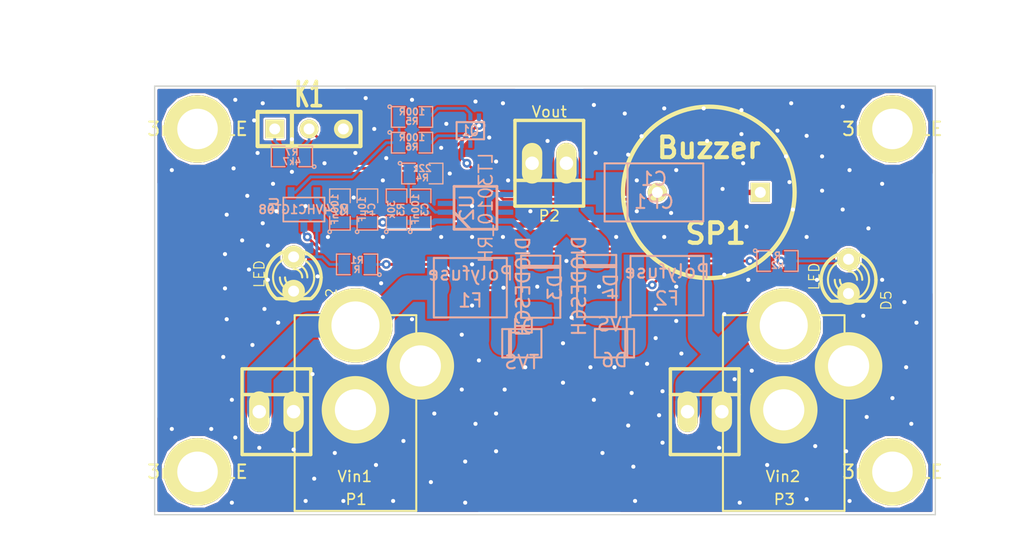
<source format=kicad_pcb>
(kicad_pcb (version 3) (host pcbnew "(22-Jun-2014 BZR 4027)-stable")

  (general
    (links 55)
    (no_connects 0)
    (area 131.700002 122.880001 211.835 165.895)
    (thickness 1.6)
    (drawings 14)
    (tracks 655)
    (zones 0)
    (modules 33)
    (nets 17)
  )

  (page A3)
  (title_block 
    (rev 1)
    (company "Radio Helsinki: RedunDC")
  )

  (layers
    (15 F.Cu signal)
    (0 B.Cu signal)
    (16 B.Adhes user)
    (17 F.Adhes user)
    (18 B.Paste user)
    (19 F.Paste user)
    (20 B.SilkS user)
    (21 F.SilkS user)
    (22 B.Mask user)
    (23 F.Mask user)
    (24 Dwgs.User user)
    (25 Cmts.User user)
    (26 Eco1.User user)
    (27 Eco2.User user)
    (28 Edge.Cuts user)
  )

  (setup
    (last_trace_width 0.2032)
    (user_trace_width 0.2032)
    (user_trace_width 0.3988)
    (user_trace_width 0.701)
    (user_trace_width 1.0008)
    (user_trace_width 1.8009)
    (trace_clearance 0.1524)
    (zone_clearance 0.1524)
    (zone_45_only no)
    (trace_min 0.1524)
    (segment_width 0.2)
    (edge_width 0.1)
    (via_size 0.6502)
    (via_drill 0.3023)
    (via_min_size 0.5004)
    (via_min_drill 0.3023)
    (user_via 0.6502 0.3023)
    (user_via 0.7493 0.3988)
    (user_via 0.95 0.3988)
    (user_via 1.1989 0.4496)
    (user_via 1.999 0.5004)
    (uvia_size 0.508)
    (uvia_drill 0.127)
    (uvias_allowed no)
    (uvia_min_size 0.508)
    (uvia_min_drill 0.127)
    (pcb_text_width 0.3)
    (pcb_text_size 1.5 1.5)
    (mod_edge_width 0.15)
    (mod_text_size 1 1)
    (mod_text_width 0.15)
    (pad_size 5 5)
    (pad_drill 3)
    (pad_to_mask_clearance 0)
    (aux_axis_origin 0 0)
    (visible_elements 7FFFFFFF)
    (pcbplotparams
      (layerselection 3178497)
      (usegerberextensions true)
      (excludeedgelayer true)
      (linewidth 0.150000)
      (plotframeref false)
      (viasonmask false)
      (mode 1)
      (useauxorigin false)
      (hpglpennumber 1)
      (hpglpenspeed 20)
      (hpglpendiameter 15)
      (hpglpenoverlay 2)
      (psnegative false)
      (psa4output false)
      (plotreference true)
      (plotvalue true)
      (plotothertext true)
      (plotinvisibletext false)
      (padsonsilk false)
      (subtractmaskfromsilk false)
      (outputformat 1)
      (mirror false)
      (drillshape 1)
      (scaleselection 1)
      (outputdirectory ""))
  )

  (net 0 "")
  (net 1 /Vout)
  (net 2 GND)
  (net 3 N-0000010)
  (net 4 N-0000011)
  (net 5 N-0000012)
  (net 6 N-0000013)
  (net 7 N-0000014)
  (net 8 N-0000015)
  (net 9 N-0000016)
  (net 10 N-0000018)
  (net 11 N-0000019)
  (net 12 N-000002)
  (net 13 N-000003)
  (net 14 N-000004)
  (net 15 N-000009)
  (net 16 VCC)

  (net_class Default "Dies ist die voreingestellte Netzklasse."
    (clearance 0.1524)
    (trace_width 0.2032)
    (via_dia 0.6502)
    (via_drill 0.3023)
    (uvia_dia 0.508)
    (uvia_drill 0.127)
    (add_net "")
    (add_net /Vout)
    (add_net GND)
    (add_net N-0000010)
    (add_net N-0000011)
    (add_net N-0000012)
    (add_net N-0000013)
    (add_net N-0000014)
    (add_net N-0000015)
    (add_net N-0000016)
    (add_net N-0000018)
    (add_net N-0000019)
    (add_net N-000002)
    (add_net N-000003)
    (add_net N-000004)
    (add_net N-000009)
    (add_net VCC)
  )

  (module LF2016L (layer B.Cu) (tedit 551B1747) (tstamp 551B1D82)
    (at 166.878 143.8402)
    (path /551ADEE0)
    (fp_text reference F1 (at 0 0.95) (layer B.SilkS)
      (effects (font (size 1 1) (thickness 0.15)) (justify mirror))
    )
    (fp_text value Polyfuse (at 0 -1.05) (layer B.SilkS)
      (effects (font (size 1 1) (thickness 0.15)) (justify mirror))
    )
    (fp_line (start -2.7 2.2) (end 2.7 2.2) (layer B.SilkS) (width 0.15))
    (fp_line (start 2.7 2.2) (end 2.7 -2.2) (layer B.SilkS) (width 0.15))
    (fp_line (start 2.7 -2.2) (end -2.7 -2.2) (layer B.SilkS) (width 0.15))
    (fp_line (start -2.7 -2.2) (end -2.7 2.2) (layer B.SilkS) (width 0.15))
    (pad 1 smd rect (at -2.45 0) (size 1.5 4.6)
      (layers B.Cu B.Paste B.Mask)
      (net 6 N-0000013)
    )
    (pad 2 smd rect (at 2.45 0) (size 1.5 4.6)
      (layers B.Cu B.Paste B.Mask)
      (net 7 N-0000014)
    )
  )

  (module SOT23-5 (layer B.Cu) (tedit 4ECF78EF) (tstamp 551B1D04)
    (at 154.559 138.049 180)
    (path /551AE3F4)
    (attr smd)
    (fp_text reference U1 (at 2.19964 0.29972 450) (layer B.SilkS)
      (effects (font (size 0.635 0.635) (thickness 0.127)) (justify mirror))
    )
    (fp_text value M74VHC1GT08 (at 0 0 180) (layer B.SilkS)
      (effects (font (size 0.635 0.635) (thickness 0.127)) (justify mirror))
    )
    (fp_line (start 1.524 0.889) (end 1.524 -0.889) (layer B.SilkS) (width 0.127))
    (fp_line (start 1.524 -0.889) (end -1.524 -0.889) (layer B.SilkS) (width 0.127))
    (fp_line (start -1.524 -0.889) (end -1.524 0.889) (layer B.SilkS) (width 0.127))
    (fp_line (start -1.524 0.889) (end 1.524 0.889) (layer B.SilkS) (width 0.127))
    (pad 1 smd rect (at -0.9525 -1.27 180) (size 0.508 0.762)
      (layers B.Cu B.Paste B.Mask)
      (net 11 N-0000019)
    )
    (pad 3 smd rect (at 0.9525 -1.27 180) (size 0.508 0.762)
      (layers B.Cu B.Paste B.Mask)
      (net 2 GND)
    )
    (pad 5 smd rect (at -0.9525 1.27 180) (size 0.508 0.762)
      (layers B.Cu B.Paste B.Mask)
      (net 16 VCC)
    )
    (pad 2 smd rect (at 0 -1.27 180) (size 0.508 0.762)
      (layers B.Cu B.Paste B.Mask)
      (net 10 N-0000018)
    )
    (pad 4 smd rect (at 0.9525 1.27 180) (size 0.508 0.762)
      (layers B.Cu B.Paste B.Mask)
      (net 12 N-000002)
    )
    (model smd/SOT23_5.wrl
      (at (xyz 0 0 0))
      (scale (xyz 0.1 0.1 0.1))
      (rotate (xyz 0 0 0))
    )
  )

  (module SOD123W (layer B.Cu) (tedit 551B1C00) (tstamp 551B1D10)
    (at 170.688 147.955 180)
    (path /551ADF4F)
    (fp_text reference D1 (at 0 1.25 180) (layer B.SilkS)
      (effects (font (size 1 1) (thickness 0.15)) (justify mirror))
    )
    (fp_text value TVS (at 0 -1.4 180) (layer B.SilkS)
      (effects (font (size 1 1) (thickness 0.15)) (justify mirror))
    )
    (fp_line (start 0.8 1.05) (end 0.8 -1.05) (layer B.SilkS) (width 0.15))
    (fp_line (start 0.95 1.05) (end 0.95 -1.05) (layer B.SilkS) (width 0.15))
    (fp_line (start -1.45 1.05) (end 1.45 1.05) (layer B.SilkS) (width 0.15))
    (fp_line (start 1.45 1.05) (end 1.45 -1.05) (layer B.SilkS) (width 0.15))
    (fp_line (start 1.45 -1.05) (end -1.45 -1.05) (layer B.SilkS) (width 0.15))
    (fp_line (start -1.45 -1.05) (end -1.45 1.05) (layer B.SilkS) (width 0.15))
    (pad 1 smd rect (at -1.4 0 180) (size 1.2 1.2)
      (layers B.Cu B.Paste B.Mask)
      (net 2 GND)
    )
    (pad 2 smd rect (at 1.4 0 180) (size 1.2 1.2)
      (layers B.Cu B.Paste B.Mask)
      (net 7 N-0000014)
    )
  )

  (module SOD123W (layer B.Cu) (tedit 551B1C00) (tstamp 551B1D1C)
    (at 177.546 147.955)
    (path /551ADF85)
    (fp_text reference D6 (at 0 1.25) (layer B.SilkS)
      (effects (font (size 1 1) (thickness 0.15)) (justify mirror))
    )
    (fp_text value TVS (at 0 -1.4) (layer B.SilkS)
      (effects (font (size 1 1) (thickness 0.15)) (justify mirror))
    )
    (fp_line (start 0.8 1.05) (end 0.8 -1.05) (layer B.SilkS) (width 0.15))
    (fp_line (start 0.95 1.05) (end 0.95 -1.05) (layer B.SilkS) (width 0.15))
    (fp_line (start -1.45 1.05) (end 1.45 1.05) (layer B.SilkS) (width 0.15))
    (fp_line (start 1.45 1.05) (end 1.45 -1.05) (layer B.SilkS) (width 0.15))
    (fp_line (start 1.45 -1.05) (end -1.45 -1.05) (layer B.SilkS) (width 0.15))
    (fp_line (start -1.45 -1.05) (end -1.45 1.05) (layer B.SilkS) (width 0.15))
    (pad 1 smd rect (at -1.4 0) (size 1.2 1.2)
      (layers B.Cu B.Paste B.Mask)
      (net 2 GND)
    )
    (pad 2 smd rect (at 1.4 0) (size 1.2 1.2)
      (layers B.Cu B.Paste B.Mask)
      (net 8 N-0000015)
    )
  )

  (module SM2917POL (layer B.Cu) (tedit 551B1470) (tstamp 551C3316)
    (at 180.467 136.779)
    (path /551AE068)
    (fp_text reference C1 (at 0 -1) (layer B.SilkS)
      (effects (font (size 1 1) (thickness 0.15)) (justify mirror))
    )
    (fp_text value CP1 (at 0 0.7) (layer B.SilkS)
      (effects (font (size 1 1) (thickness 0.15)) (justify mirror))
    )
    (fp_line (start -1.95 2.15) (end -1.95 -2.15) (layer B.SilkS) (width 0.15))
    (fp_line (start -3.65 2.15) (end 3.65 2.15) (layer B.SilkS) (width 0.15))
    (fp_line (start 3.65 2.15) (end 3.65 -2.15) (layer B.SilkS) (width 0.15))
    (fp_line (start 3.65 -2.15) (end -3.65 -2.15) (layer B.SilkS) (width 0.15))
    (fp_line (start -3.65 -2.15) (end -3.65 2.15) (layer B.SilkS) (width 0.15))
    (pad 1 smd rect (at -3.25 0) (size 2.1 3)
      (layers B.Cu B.Paste B.Mask)
      (net 1 /Vout)
    )
    (pad 2 smd rect (at 3.25 0) (size 2.1 3)
      (layers B.Cu B.Paste B.Mask)
      (net 2 GND)
    )
  )

  (module SM0805 (layer B.Cu) (tedit 5091495C) (tstamp 551B1D34)
    (at 157.226 138.049 90)
    (path /551AE174)
    (attr smd)
    (fp_text reference C2 (at 0 0.3175 90) (layer B.SilkS)
      (effects (font (size 0.50038 0.50038) (thickness 0.10922)) (justify mirror))
    )
    (fp_text value 100nF (at 0 -0.381 90) (layer B.SilkS)
      (effects (font (size 0.50038 0.50038) (thickness 0.10922)) (justify mirror))
    )
    (fp_circle (center -1.651 -0.762) (end -1.651 -0.635) (layer B.SilkS) (width 0.09906))
    (fp_line (start -0.508 -0.762) (end -1.524 -0.762) (layer B.SilkS) (width 0.09906))
    (fp_line (start -1.524 -0.762) (end -1.524 0.762) (layer B.SilkS) (width 0.09906))
    (fp_line (start -1.524 0.762) (end -0.508 0.762) (layer B.SilkS) (width 0.09906))
    (fp_line (start 0.508 0.762) (end 1.524 0.762) (layer B.SilkS) (width 0.09906))
    (fp_line (start 1.524 0.762) (end 1.524 -0.762) (layer B.SilkS) (width 0.09906))
    (fp_line (start 1.524 -0.762) (end 0.508 -0.762) (layer B.SilkS) (width 0.09906))
    (pad 1 smd rect (at -0.9525 0 90) (size 0.889 1.397)
      (layers B.Cu B.Paste B.Mask)
      (net 16 VCC)
    )
    (pad 2 smd rect (at 0.9525 0 90) (size 0.889 1.397)
      (layers B.Cu B.Paste B.Mask)
      (net 2 GND)
    )
    (model smd/chip_cms.wrl
      (at (xyz 0 0 0))
      (scale (xyz 0.1 0.1 0.1))
      (rotate (xyz 0 0 0))
    )
  )

  (module SM0805 (layer B.Cu) (tedit 5091495C) (tstamp 551B1D41)
    (at 189.611 141.859)
    (path /551ADFF8)
    (attr smd)
    (fp_text reference R2 (at 0 0.3175) (layer B.SilkS)
      (effects (font (size 0.50038 0.50038) (thickness 0.10922)) (justify mirror))
    )
    (fp_text value R (at 0 -0.381) (layer B.SilkS)
      (effects (font (size 0.50038 0.50038) (thickness 0.10922)) (justify mirror))
    )
    (fp_circle (center -1.651 -0.762) (end -1.651 -0.635) (layer B.SilkS) (width 0.09906))
    (fp_line (start -0.508 -0.762) (end -1.524 -0.762) (layer B.SilkS) (width 0.09906))
    (fp_line (start -1.524 -0.762) (end -1.524 0.762) (layer B.SilkS) (width 0.09906))
    (fp_line (start -1.524 0.762) (end -0.508 0.762) (layer B.SilkS) (width 0.09906))
    (fp_line (start 0.508 0.762) (end 1.524 0.762) (layer B.SilkS) (width 0.09906))
    (fp_line (start 1.524 0.762) (end 1.524 -0.762) (layer B.SilkS) (width 0.09906))
    (fp_line (start 1.524 -0.762) (end 0.508 -0.762) (layer B.SilkS) (width 0.09906))
    (pad 1 smd rect (at -0.9525 0) (size 0.889 1.397)
      (layers B.Cu B.Paste B.Mask)
      (net 8 N-0000015)
    )
    (pad 2 smd rect (at 0.9525 0) (size 0.889 1.397)
      (layers B.Cu B.Paste B.Mask)
      (net 10 N-0000018)
    )
    (model smd/chip_cms.wrl
      (at (xyz 0 0 0))
      (scale (xyz 0.1 0.1 0.1))
      (rotate (xyz 0 0 0))
    )
  )

  (module SM0805 (layer B.Cu) (tedit 5091495C) (tstamp 551B1D4E)
    (at 158.496 142.113 180)
    (path /551AE015)
    (attr smd)
    (fp_text reference R1 (at 0 0.3175 180) (layer B.SilkS)
      (effects (font (size 0.50038 0.50038) (thickness 0.10922)) (justify mirror))
    )
    (fp_text value R (at 0 -0.381 180) (layer B.SilkS)
      (effects (font (size 0.50038 0.50038) (thickness 0.10922)) (justify mirror))
    )
    (fp_circle (center -1.651 -0.762) (end -1.651 -0.635) (layer B.SilkS) (width 0.09906))
    (fp_line (start -0.508 -0.762) (end -1.524 -0.762) (layer B.SilkS) (width 0.09906))
    (fp_line (start -1.524 -0.762) (end -1.524 0.762) (layer B.SilkS) (width 0.09906))
    (fp_line (start -1.524 0.762) (end -0.508 0.762) (layer B.SilkS) (width 0.09906))
    (fp_line (start 0.508 0.762) (end 1.524 0.762) (layer B.SilkS) (width 0.09906))
    (fp_line (start 1.524 0.762) (end 1.524 -0.762) (layer B.SilkS) (width 0.09906))
    (fp_line (start 1.524 -0.762) (end 0.508 -0.762) (layer B.SilkS) (width 0.09906))
    (pad 1 smd rect (at -0.9525 0 180) (size 0.889 1.397)
      (layers B.Cu B.Paste B.Mask)
      (net 7 N-0000014)
    )
    (pad 2 smd rect (at 0.9525 0 180) (size 0.889 1.397)
      (layers B.Cu B.Paste B.Mask)
      (net 11 N-0000019)
    )
    (model smd/chip_cms.wrl
      (at (xyz 0 0 0))
      (scale (xyz 0.1 0.1 0.1))
      (rotate (xyz 0 0 0))
    )
  )

  (module SIL-3 (layer F.Cu) (tedit 200000) (tstamp 551B1D5A)
    (at 154.94 132.08)
    (descr "Connecteur 3 pins")
    (tags "CONN DEV")
    (path /551AE11C)
    (fp_text reference K1 (at 0 -2.54) (layer F.SilkS)
      (effects (font (size 1.7907 1.07696) (thickness 0.3048)))
    )
    (fp_text value STATUS (at 0 -2.54) (layer F.SilkS) hide
      (effects (font (size 1.524 1.016) (thickness 0.3048)))
    )
    (fp_line (start -3.81 1.27) (end -3.81 -1.27) (layer F.SilkS) (width 0.3048))
    (fp_line (start -3.81 -1.27) (end 3.81 -1.27) (layer F.SilkS) (width 0.3048))
    (fp_line (start 3.81 -1.27) (end 3.81 1.27) (layer F.SilkS) (width 0.3048))
    (fp_line (start 3.81 1.27) (end -3.81 1.27) (layer F.SilkS) (width 0.3048))
    (fp_line (start -1.27 -1.27) (end -1.27 1.27) (layer F.SilkS) (width 0.3048))
    (pad 1 thru_hole rect (at -2.54 0) (size 1.397 1.397) (drill 0.8128)
      (layers *.Cu *.Mask F.SilkS)
      (net 5 N-0000012)
    )
    (pad 2 thru_hole circle (at 0 0) (size 1.397 1.397) (drill 0.8128)
      (layers *.Cu *.Mask F.SilkS)
      (net 4 N-0000011)
    )
    (pad 3 thru_hole circle (at 2.54 0) (size 1.397 1.397) (drill 0.8128)
      (layers *.Cu *.Mask F.SilkS)
      (net 2 GND)
    )
  )

  (module LF2016L (layer B.Cu) (tedit 551B1747) (tstamp 551B1D8C)
    (at 181.4322 143.6878)
    (path /551ADED1)
    (fp_text reference F2 (at 0 0.95) (layer B.SilkS)
      (effects (font (size 1 1) (thickness 0.15)) (justify mirror))
    )
    (fp_text value Polyfuse (at 0 -1.05) (layer B.SilkS)
      (effects (font (size 1 1) (thickness 0.15)) (justify mirror))
    )
    (fp_line (start -2.7 2.2) (end 2.7 2.2) (layer B.SilkS) (width 0.15))
    (fp_line (start 2.7 2.2) (end 2.7 -2.2) (layer B.SilkS) (width 0.15))
    (fp_line (start 2.7 -2.2) (end -2.7 -2.2) (layer B.SilkS) (width 0.15))
    (fp_line (start -2.7 -2.2) (end -2.7 2.2) (layer B.SilkS) (width 0.15))
    (pad 1 smd rect (at -2.45 0) (size 1.5 4.6)
      (layers B.Cu B.Paste B.Mask)
      (net 8 N-0000015)
    )
    (pad 2 smd rect (at 2.45 0) (size 1.5 4.6)
      (layers B.Cu B.Paste B.Mask)
      (net 9 N-0000016)
    )
  )

  (module LED-3MM (layer F.Cu) (tedit 50ADE848) (tstamp 551B1DA5)
    (at 153.797 142.8242 270)
    (descr "LED 3mm - Lead pitch 100mil (2,54mm)")
    (tags "LED led 3mm 3MM 100mil 2,54mm")
    (path /551AE00F)
    (fp_text reference D2 (at 1.778 -2.794 270) (layer F.SilkS)
      (effects (font (size 0.762 0.762) (thickness 0.0889)))
    )
    (fp_text value LED (at 0 2.54 270) (layer F.SilkS)
      (effects (font (size 0.762 0.762) (thickness 0.0889)))
    )
    (fp_line (start 1.8288 1.27) (end 1.8288 -1.27) (layer F.SilkS) (width 0.254))
    (fp_arc (start 0.254 0) (end -1.27 0) (angle 39.8) (layer F.SilkS) (width 0.1524))
    (fp_arc (start 0.254 0) (end -0.88392 1.01092) (angle 41.6) (layer F.SilkS) (width 0.1524))
    (fp_arc (start 0.254 0) (end 1.4097 -0.9906) (angle 40.6) (layer F.SilkS) (width 0.1524))
    (fp_arc (start 0.254 0) (end 1.778 0) (angle 39.8) (layer F.SilkS) (width 0.1524))
    (fp_arc (start 0.254 0) (end 0.254 -1.524) (angle 54.4) (layer F.SilkS) (width 0.1524))
    (fp_arc (start 0.254 0) (end -0.9652 -0.9144) (angle 53.1) (layer F.SilkS) (width 0.1524))
    (fp_arc (start 0.254 0) (end 1.45542 0.93472) (angle 52.1) (layer F.SilkS) (width 0.1524))
    (fp_arc (start 0.254 0) (end 0.254 1.524) (angle 52.1) (layer F.SilkS) (width 0.1524))
    (fp_arc (start 0.254 0) (end -0.381 0) (angle 90) (layer F.SilkS) (width 0.1524))
    (fp_arc (start 0.254 0) (end -0.762 0) (angle 90) (layer F.SilkS) (width 0.1524))
    (fp_arc (start 0.254 0) (end 0.889 0) (angle 90) (layer F.SilkS) (width 0.1524))
    (fp_arc (start 0.254 0) (end 1.27 0) (angle 90) (layer F.SilkS) (width 0.1524))
    (fp_arc (start 0.254 0) (end 0.254 -2.032) (angle 50.1) (layer F.SilkS) (width 0.254))
    (fp_arc (start 0.254 0) (end -1.5367 -0.95504) (angle 61.9) (layer F.SilkS) (width 0.254))
    (fp_arc (start 0.254 0) (end 1.8034 1.31064) (angle 49.7) (layer F.SilkS) (width 0.254))
    (fp_arc (start 0.254 0) (end 0.254 2.032) (angle 60.2) (layer F.SilkS) (width 0.254))
    (fp_arc (start 0.254 0) (end -1.778 0) (angle 28.3) (layer F.SilkS) (width 0.254))
    (fp_arc (start 0.254 0) (end -1.47574 1.06426) (angle 31.6) (layer F.SilkS) (width 0.254))
    (pad 1 thru_hole circle (at -1.27 0 270) (size 1.6764 1.6764) (drill 0.8128)
      (layers *.Cu *.Mask F.SilkS)
      (net 11 N-0000019)
    )
    (pad 2 thru_hole circle (at 1.27 0 270) (size 1.6764 1.6764) (drill 0.8128)
      (layers *.Cu *.Mask F.SilkS)
      (net 2 GND)
    )
    (model discret/leds/led3_vertical_verde.wrl
      (at (xyz 0 0 0))
      (scale (xyz 1 1 1))
      (rotate (xyz 0 0 0))
    )
  )

  (module LED-3MM (layer F.Cu) (tedit 50ADE848) (tstamp 551B1DBE)
    (at 194.8688 143.002 270)
    (descr "LED 3mm - Lead pitch 100mil (2,54mm)")
    (tags "LED led 3mm 3MM 100mil 2,54mm")
    (path /551ADFCB)
    (fp_text reference D5 (at 1.778 -2.794 270) (layer F.SilkS)
      (effects (font (size 0.762 0.762) (thickness 0.0889)))
    )
    (fp_text value LED (at 0 2.54 270) (layer F.SilkS)
      (effects (font (size 0.762 0.762) (thickness 0.0889)))
    )
    (fp_line (start 1.8288 1.27) (end 1.8288 -1.27) (layer F.SilkS) (width 0.254))
    (fp_arc (start 0.254 0) (end -1.27 0) (angle 39.8) (layer F.SilkS) (width 0.1524))
    (fp_arc (start 0.254 0) (end -0.88392 1.01092) (angle 41.6) (layer F.SilkS) (width 0.1524))
    (fp_arc (start 0.254 0) (end 1.4097 -0.9906) (angle 40.6) (layer F.SilkS) (width 0.1524))
    (fp_arc (start 0.254 0) (end 1.778 0) (angle 39.8) (layer F.SilkS) (width 0.1524))
    (fp_arc (start 0.254 0) (end 0.254 -1.524) (angle 54.4) (layer F.SilkS) (width 0.1524))
    (fp_arc (start 0.254 0) (end -0.9652 -0.9144) (angle 53.1) (layer F.SilkS) (width 0.1524))
    (fp_arc (start 0.254 0) (end 1.45542 0.93472) (angle 52.1) (layer F.SilkS) (width 0.1524))
    (fp_arc (start 0.254 0) (end 0.254 1.524) (angle 52.1) (layer F.SilkS) (width 0.1524))
    (fp_arc (start 0.254 0) (end -0.381 0) (angle 90) (layer F.SilkS) (width 0.1524))
    (fp_arc (start 0.254 0) (end -0.762 0) (angle 90) (layer F.SilkS) (width 0.1524))
    (fp_arc (start 0.254 0) (end 0.889 0) (angle 90) (layer F.SilkS) (width 0.1524))
    (fp_arc (start 0.254 0) (end 1.27 0) (angle 90) (layer F.SilkS) (width 0.1524))
    (fp_arc (start 0.254 0) (end 0.254 -2.032) (angle 50.1) (layer F.SilkS) (width 0.254))
    (fp_arc (start 0.254 0) (end -1.5367 -0.95504) (angle 61.9) (layer F.SilkS) (width 0.254))
    (fp_arc (start 0.254 0) (end 1.8034 1.31064) (angle 49.7) (layer F.SilkS) (width 0.254))
    (fp_arc (start 0.254 0) (end 0.254 2.032) (angle 60.2) (layer F.SilkS) (width 0.254))
    (fp_arc (start 0.254 0) (end -1.778 0) (angle 28.3) (layer F.SilkS) (width 0.254))
    (fp_arc (start 0.254 0) (end -1.47574 1.06426) (angle 31.6) (layer F.SilkS) (width 0.254))
    (pad 1 thru_hole circle (at -1.27 0 270) (size 1.6764 1.6764) (drill 0.8128)
      (layers *.Cu *.Mask F.SilkS)
      (net 10 N-0000018)
    )
    (pad 2 thru_hole circle (at 1.27 0 270) (size 1.6764 1.6764) (drill 0.8128)
      (layers *.Cu *.Mask F.SilkS)
      (net 2 GND)
    )
    (model discret/leds/led3_vertical_verde.wrl
      (at (xyz 0 0 0))
      (scale (xyz 1 1 1))
      (rotate (xyz 0 0 0))
    )
  )

  (module DO-214AC (layer B.Cu) (tedit 551B1BF3) (tstamp 551B1DCA)
    (at 176.2252 143.7132 90)
    (path /551ADF6B)
    (fp_text reference D4 (at -0.05 1.05 90) (layer B.SilkS)
      (effects (font (size 1 1) (thickness 0.15)) (justify mirror))
    )
    (fp_text value DIODESCH (at 0 -1.3 90) (layer B.SilkS)
      (effects (font (size 1 1) (thickness 0.15)) (justify mirror))
    )
    (fp_line (start 1.4 -1.45) (end 1.4 1.45) (layer B.SilkS) (width 0.15))
    (fp_line (start 1.55 1.45) (end 1.55 -1.45) (layer B.SilkS) (width 0.15))
    (fp_line (start -2.3 1.45) (end 2.3 1.45) (layer B.SilkS) (width 0.15))
    (fp_line (start 2.3 1.45) (end 2.3 -1.45) (layer B.SilkS) (width 0.15))
    (fp_line (start 2.3 -1.45) (end -2.3 -1.45) (layer B.SilkS) (width 0.15))
    (fp_line (start -2.3 -1.45) (end -2.3 1.45) (layer B.SilkS) (width 0.15))
    (pad 1 smd rect (at -2.015 0 90) (size 1.4 1.64)
      (layers B.Cu B.Paste B.Mask)
      (net 8 N-0000015)
    )
    (pad 2 smd rect (at 2.015 0 90) (size 1.4 1.64)
      (layers B.Cu B.Paste B.Mask)
      (net 1 /Vout)
    )
  )

  (module DO-214AC (layer B.Cu) (tedit 551B1BF3) (tstamp 551B1DD6)
    (at 172.085 143.764 90)
    (path /551ADF5E)
    (fp_text reference D3 (at -0.05 1.05 90) (layer B.SilkS)
      (effects (font (size 1 1) (thickness 0.15)) (justify mirror))
    )
    (fp_text value DIODESCH (at 0 -1.3 90) (layer B.SilkS)
      (effects (font (size 1 1) (thickness 0.15)) (justify mirror))
    )
    (fp_line (start 1.4 -1.45) (end 1.4 1.45) (layer B.SilkS) (width 0.15))
    (fp_line (start 1.55 1.45) (end 1.55 -1.45) (layer B.SilkS) (width 0.15))
    (fp_line (start -2.3 1.45) (end 2.3 1.45) (layer B.SilkS) (width 0.15))
    (fp_line (start 2.3 1.45) (end 2.3 -1.45) (layer B.SilkS) (width 0.15))
    (fp_line (start 2.3 -1.45) (end -2.3 -1.45) (layer B.SilkS) (width 0.15))
    (fp_line (start -2.3 -1.45) (end -2.3 1.45) (layer B.SilkS) (width 0.15))
    (pad 1 smd rect (at -2.015 0 90) (size 1.4 1.64)
      (layers B.Cu B.Paste B.Mask)
      (net 7 N-0000014)
    )
    (pad 2 smd rect (at 2.015 0 90) (size 1.4 1.64)
      (layers B.Cu B.Paste B.Mask)
      (net 1 /Vout)
    )
  )

  (module 3mmHOLE (layer F.Cu) (tedit 551B1F8C) (tstamp 551BDB62)
    (at 198.12 132.08)
    (fp_text reference 3mmHOLE (at 0 0) (layer F.SilkS)
      (effects (font (size 1 1) (thickness 0.15)))
    )
    (fp_text value VAL** (at 0 0) (layer F.SilkS)
      (effects (font (size 1 1) (thickness 0.15)))
    )
    (pad 1 thru_hole circle (at 0 0) (size 5 5) (drill 3)
      (layers *.Cu *.Mask F.SilkS)
    )
  )

  (module 3mmHOLE (layer F.Cu) (tedit 551B1F8C) (tstamp 551BDB6E)
    (at 146.685 132.08)
    (fp_text reference 3mmHOLE (at 0 0) (layer F.SilkS)
      (effects (font (size 1 1) (thickness 0.15)))
    )
    (fp_text value VAL** (at 0 0) (layer F.SilkS)
      (effects (font (size 1 1) (thickness 0.15)))
    )
    (pad 1 thru_hole circle (at 0 0) (size 5 5) (drill 3)
      (layers *.Cu *.Mask F.SilkS)
    )
  )

  (module 3mmHOLE (layer F.Cu) (tedit 551B1F8C) (tstamp 551BDB77)
    (at 146.685 157.48)
    (fp_text reference 3mmHOLE (at 0 0) (layer F.SilkS)
      (effects (font (size 1 1) (thickness 0.15)))
    )
    (fp_text value VAL** (at 0 0) (layer F.SilkS)
      (effects (font (size 1 1) (thickness 0.15)))
    )
    (pad 1 thru_hole circle (at 0 0) (size 5 5) (drill 3)
      (layers *.Cu *.Mask F.SilkS)
    )
  )

  (module 3mmHOLE (layer F.Cu) (tedit 551B1F8C) (tstamp 551BDB80)
    (at 198.12 157.48)
    (fp_text reference 3mmHOLE (at 0 0) (layer F.SilkS)
      (effects (font (size 1 1) (thickness 0.15)))
    )
    (fp_text value VAL** (at 0 0) (layer F.SilkS)
      (effects (font (size 1 1) (thickness 0.15)))
    )
    (pad 1 thru_hole circle (at 0 0) (size 5 5) (drill 3)
      (layers *.Cu *.Mask F.SilkS)
    )
  )

  (module rhlogo_copper-front_10mm (layer F.Cu) (tedit 0) (tstamp 551BFA87)
    (at 172.72 158.75)
    (fp_text reference G*** (at 0 1.69418) (layer F.SilkS) hide
      (effects (font (size 0.22098 0.22098) (thickness 0.04318)))
    )
    (fp_text value rhlogo_copper-front_10mm (at 0 -1.69418) (layer F.SilkS) hide
      (effects (font (size 0.22098 0.22098) (thickness 0.04318)))
    )
    (fp_poly (pts (xy 4.99872 1.58242) (xy 4.8387 1.58242) (xy 4.8387 1.4224) (xy 4.8387 -1.41224)
      (xy -2.2479 -1.41224) (xy -2.2479 1.4224) (xy 4.8387 1.4224) (xy 4.8387 1.58242)
      (xy -2.40538 1.58242) (xy -2.40538 1.4224) (xy -2.40538 -1.41224) (xy -4.826 -1.41224)
      (xy -4.826 1.4224) (xy -2.40538 1.4224) (xy -2.40538 1.58242) (xy -4.99872 1.58242)
      (xy -4.99872 -1.58242) (xy 4.99872 -1.58242) (xy 4.99872 1.58242) (xy 4.99872 1.58242)) (layer F.Cu) (width 0.00254))
    (fp_poly (pts (xy -2.52222 1.1176) (xy -2.52476 1.14808) (xy -2.54254 1.18364) (xy -2.57048 1.20904)
      (xy -2.5781 1.21412) (xy -2.62128 1.22936) (xy -2.67462 1.23444) (xy -2.72288 1.22936)
      (xy -2.7432 1.22174) (xy -2.77368 1.2065) (xy -2.81178 1.1811) (xy -2.85496 1.15062)
      (xy -2.8575 1.14808) (xy -2.91338 1.11252) (xy -2.98704 1.06426) (xy -3.0861 1.00838)
      (xy -3.20548 0.94234) (xy -3.34518 0.86614) (xy -3.44678 0.81026) (xy -3.63474 0.71374)
      (xy -3.77952 0.77978) (xy -3.89128 0.83312) (xy -4.0005 0.88646) (xy -4.1021 0.9398)
      (xy -4.19608 0.98806) (xy -4.27482 1.03124) (xy -4.33832 1.06934) (xy -4.3815 1.09982)
      (xy -4.38912 1.10236) (xy -4.44754 1.15062) (xy -4.49072 1.1811) (xy -4.5212 1.20396)
      (xy -4.54406 1.21666) (xy -4.56184 1.22428) (xy -4.57962 1.22682) (xy -4.59486 1.22682)
      (xy -4.64312 1.21666) (xy -4.6736 1.1938) (xy -4.68884 1.1557) (xy -4.68376 1.10998)
      (xy -4.65836 1.05918) (xy -4.65328 1.0541) (xy -4.63042 1.02616) (xy -4.59486 1.0033)
      (xy -4.54406 0.9779) (xy -4.47802 0.9525) (xy -4.43484 0.9398) (xy -4.39928 0.9271)
      (xy -4.34848 0.90678) (xy -4.28752 0.88138) (xy -4.21894 0.8509) (xy -4.14528 0.82042)
      (xy -4.07162 0.7874) (xy -3.99796 0.75438) (xy -3.93192 0.72136) (xy -3.87604 0.69596)
      (xy -3.83286 0.6731) (xy -3.80238 0.65786) (xy -3.79476 0.65024) (xy -3.80492 0.64262)
      (xy -3.8354 0.62738) (xy -3.88112 0.60198) (xy -3.93954 0.5715) (xy -4.01066 0.53594)
      (xy -4.07416 0.50546) (xy -4.17576 0.45466) (xy -4.25958 0.41656) (xy -4.32816 0.38608)
      (xy -4.38912 0.36322) (xy -4.43992 0.34544) (xy -4.47548 0.33528) (xy -4.53898 0.3175)
      (xy -4.5847 0.30226) (xy -4.61518 0.28448) (xy -4.63804 0.2667) (xy -4.67106 0.22352)
      (xy -4.67868 0.18542) (xy -4.6609 0.14986) (xy -4.64058 0.12954) (xy -4.60248 0.10414)
      (xy -4.5593 0.09398) (xy -4.5085 0.1016) (xy -4.45008 0.12192) (xy -4.3815 0.16002)
      (xy -4.29768 0.2159) (xy -4.27482 0.23368) (xy -4.20878 0.2794) (xy -4.15036 0.3175)
      (xy -4.09194 0.35306) (xy -4.03098 0.38862) (xy -3.95986 0.42418) (xy -3.8735 0.46482)
      (xy -3.7973 0.50038) (xy -3.73126 0.53086) (xy -3.683 0.55118) (xy -3.64744 0.56388)
      (xy -3.62458 0.56896) (xy -3.60426 0.56896) (xy -3.5941 0.56642) (xy -3.5687 0.55626)
      (xy -3.52298 0.53848) (xy -3.4671 0.51308) (xy -3.39852 0.4826) (xy -3.3274 0.44958)
      (xy -3.25628 0.41656) (xy -3.1877 0.38354) (xy -3.12928 0.3556) (xy -3.08356 0.3302)
      (xy -3.06578 0.32004) (xy -3.01752 0.2921) (xy -2.97434 0.26162) (xy -2.9464 0.23876)
      (xy -2.8702 0.17526) (xy -2.79654 0.12954) (xy -2.7305 0.09906) (xy -2.68224 0.08636)
      (xy -2.64414 0.08382) (xy -2.62128 0.0889) (xy -2.60096 0.10414) (xy -2.58572 0.12446)
      (xy -2.55778 0.17272) (xy -2.55524 0.21844) (xy -2.57556 0.25654) (xy -2.62128 0.28956)
      (xy -2.68732 0.32004) (xy -2.75082 0.33782) (xy -2.80924 0.35306) (xy -2.87274 0.37084)
      (xy -2.91846 0.38608) (xy -2.95402 0.40132) (xy -3.00482 0.42418) (xy -3.06832 0.45212)
      (xy -3.13944 0.4826) (xy -3.2131 0.51816) (xy -3.28676 0.55118) (xy -3.35026 0.58166)
      (xy -3.40614 0.6096) (xy -3.44424 0.62738) (xy -3.4798 0.64516) (xy -3.20294 0.78994)
      (xy -3.1115 0.83566) (xy -3.03784 0.87376) (xy -2.97688 0.9017) (xy -2.92354 0.92456)
      (xy -2.87528 0.94234) (xy -2.82956 0.95758) (xy -2.77876 0.97028) (xy -2.6797 1.00076)
      (xy -2.6035 1.03632) (xy -2.5527 1.07188) (xy -2.52476 1.11252) (xy -2.52222 1.1176)
      (xy -2.52222 1.1176)) (layer F.Cu) (width 0.00254))
    (fp_poly (pts (xy -3.00736 -0.74168) (xy -3.01244 -0.63246) (xy -3.03276 -0.5207) (xy -3.06832 -0.4064)
      (xy -3.11404 -0.29464) (xy -3.12674 -0.27432) (xy -3.13182 -0.25908) (xy -3.13182 -0.63754)
      (xy -3.13436 -0.70612) (xy -3.14198 -0.78232) (xy -3.15214 -0.84328) (xy -3.16992 -0.889)
      (xy -3.19532 -0.93218) (xy -3.23342 -0.97282) (xy -3.2385 -0.9779) (xy -3.30708 -1.03632)
      (xy -3.3782 -1.07696) (xy -3.45948 -1.09728) (xy -3.55346 -1.10236) (xy -3.66014 -1.08966)
      (xy -3.68554 -1.08712) (xy -3.7592 -1.07188) (xy -3.81254 -1.05918) (xy -3.85064 -1.0414)
      (xy -3.88366 -1.02108) (xy -3.9116 -0.99314) (xy -3.91414 -0.99314) (xy -3.95986 -0.92964)
      (xy -3.99796 -0.84836) (xy -4.02844 -0.74422) (xy -4.04368 -0.66548) (xy -4.07162 -0.52324)
      (xy -4.04114 -0.50292) (xy -3.99034 -0.46482) (xy -3.9624 -0.4318) (xy -3.95732 -0.39624)
      (xy -3.95732 -0.3937) (xy -3.95478 -0.3556) (xy -3.94462 -0.34036) (xy -3.93446 -0.32258)
      (xy -3.93192 -0.3048) (xy -3.937 -0.27178) (xy -3.94208 -0.254) (xy -3.9497 -0.21844)
      (xy -3.95224 -0.19558) (xy -3.94462 -0.18288) (xy -3.93192 -0.17272) (xy -3.90398 -0.1524)
      (xy -3.92938 -0.11938) (xy -3.94462 -0.09652) (xy -3.9497 -0.0762) (xy -3.93954 -0.04826)
      (xy -3.937 -0.04318) (xy -3.91414 -0.00254) (xy -3.88366 0.02794) (xy -3.88112 0.03048)
      (xy -3.85064 0.06604) (xy -3.84302 0.09652) (xy -3.8354 0.1524) (xy -3.81254 0.21082)
      (xy -3.77952 0.25908) (xy -3.76936 0.27178) (xy -3.74142 0.2921) (xy -3.71602 0.30226)
      (xy -3.67538 0.3048) (xy -3.66522 0.3048) (xy -3.61442 0.30226) (xy -3.556 0.29718)
      (xy -3.51282 0.2921) (xy -3.429 0.27686) (xy -3.4036 0.22098) (xy -3.38836 0.18288)
      (xy -3.37058 0.12954) (xy -3.35534 0.07112) (xy -3.3528 0.06096) (xy -3.31978 -0.05842)
      (xy -3.28676 -0.16256) (xy -3.2512 -0.25654) (xy -3.2131 -0.3429) (xy -3.175 -0.42672)
      (xy -3.1496 -0.50038) (xy -3.1369 -0.56642) (xy -3.13182 -0.63754) (xy -3.13182 -0.25908)
      (xy -3.15722 -0.20828) (xy -3.19024 -0.12446) (xy -3.22072 -0.03048) (xy -3.24866 0.06604)
      (xy -3.27406 0.1651) (xy -3.27914 0.1905) (xy -3.2893 0.23368) (xy -3.30454 0.2667)
      (xy -3.32994 0.29718) (xy -3.35788 0.32512) (xy -3.40614 0.36576) (xy -3.45186 0.3937)
      (xy -3.46964 0.40132) (xy -3.53568 0.41148) (xy -3.61188 0.41402) (xy -3.68808 0.4064)
      (xy -3.72618 0.39624) (xy -3.76936 0.38354) (xy -3.80746 0.37084) (xy -3.82016 0.36576)
      (xy -3.85064 0.3429) (xy -3.88112 0.30226) (xy -3.90906 0.24892) (xy -3.92938 0.1905)
      (xy -3.92938 0.18542) (xy -3.94208 0.1397) (xy -3.95986 0.10922) (xy -3.9878 0.08382)
      (xy -4.00812 0.06858) (xy -4.02336 0.04826) (xy -4.0386 0.01016) (xy -4.05384 -0.03302)
      (xy -4.06654 -0.08382) (xy -4.0767 -0.12954) (xy -4.0767 -0.15494) (xy -4.08178 -0.1905)
      (xy -4.09448 -0.23114) (xy -4.1021 -0.25146) (xy -4.11734 -0.28956) (xy -4.12496 -0.32258)
      (xy -4.12496 -0.33528) (xy -4.12496 -0.38608) (xy -4.13766 -0.42418) (xy -4.15798 -0.45212)
      (xy -4.17576 -0.47752) (xy -4.18592 -0.49784) (xy -4.18338 -0.52324) (xy -4.1783 -0.56134)
      (xy -4.16814 -0.61722) (xy -4.16052 -0.67818) (xy -4.15798 -0.70358) (xy -4.15036 -0.75184)
      (xy -4.1402 -0.81026) (xy -4.1275 -0.87122) (xy -4.12496 -0.88138) (xy -4.10972 -0.93472)
      (xy -4.09702 -0.97282) (xy -4.07924 -1.0033) (xy -4.0513 -1.03378) (xy -4.02844 -1.05664)
      (xy -3.9624 -1.11506) (xy -3.89636 -1.15824) (xy -3.8227 -1.18618) (xy -3.73888 -1.2065)
      (xy -3.63728 -1.21412) (xy -3.57378 -1.21412) (xy -3.46964 -1.21158) (xy -3.38836 -1.20396)
      (xy -3.31978 -1.18618) (xy -3.2639 -1.16332) (xy -3.26136 -1.16078) (xy -3.22326 -1.13284)
      (xy -3.17754 -1.0922) (xy -3.13182 -1.04648) (xy -3.08864 -0.99822) (xy -3.05562 -0.95504)
      (xy -3.03784 -0.9271) (xy -3.01498 -0.84074) (xy -3.00736 -0.74168) (xy -3.00736 -0.74168)) (layer F.Cu) (width 0.00254))
    (fp_poly (pts (xy 2.83464 0.18034) (xy 2.82956 0.20574) (xy 2.8067 0.22606) (xy 2.80162 0.2286)
      (xy 2.76352 0.25146) (xy 2.76352 0.67056) (xy 2.76352 0.78486) (xy 2.76352 0.87376)
      (xy 2.76098 0.94742) (xy 2.76098 1.0033) (xy 2.75844 1.04394) (xy 2.7559 1.07696)
      (xy 2.75336 1.09982) (xy 2.74828 1.1176) (xy 2.74066 1.13538) (xy 2.73558 1.14554)
      (xy 2.71018 1.18618) (xy 2.68478 1.20142) (xy 2.6543 1.1938) (xy 2.62382 1.1684)
      (xy 2.60096 1.13538) (xy 2.57302 1.08712) (xy 2.54508 1.016) (xy 2.51206 0.9271)
      (xy 2.47396 0.8128) (xy 2.46126 0.7747) (xy 2.44348 0.71882) (xy 2.42062 0.65532)
      (xy 2.39522 0.58674) (xy 2.36982 0.51816) (xy 2.34442 0.45466) (xy 2.3241 0.40132)
      (xy 2.30632 0.36068) (xy 2.29362 0.33782) (xy 2.29108 0.33528) (xy 2.29108 0.34544)
      (xy 2.29108 0.37846) (xy 2.29108 0.42926) (xy 2.29108 0.4953) (xy 2.29362 0.57404)
      (xy 2.29362 0.66294) (xy 2.29362 0.68326) (xy 2.29616 0.79756) (xy 2.29616 0.889)
      (xy 2.30124 0.96012) (xy 2.30378 1.01346) (xy 2.30886 1.05156) (xy 2.31648 1.0795)
      (xy 2.32664 1.09474) (xy 2.3368 1.10236) (xy 2.35204 1.1049) (xy 2.35204 1.1049)
      (xy 2.37744 1.11252) (xy 2.4003 1.13284) (xy 2.413 1.15824) (xy 2.413 1.17856)
      (xy 2.39776 1.18364) (xy 2.3622 1.18618) (xy 2.31648 1.18872) (xy 2.2606 1.19126)
      (xy 2.20472 1.18872) (xy 2.15392 1.18872) (xy 2.11074 1.18364) (xy 2.0828 1.17856)
      (xy 2.07772 1.17602) (xy 2.06248 1.14554) (xy 2.0701 1.11506) (xy 2.10058 1.08204)
      (xy 2.11074 1.07442) (xy 2.16154 1.03886) (xy 2.159 0.71882) (xy 2.15646 0.60198)
      (xy 2.15646 0.50546) (xy 2.15138 0.42926) (xy 2.1463 0.37084) (xy 2.14122 0.32766)
      (xy 2.13106 0.29464) (xy 2.11836 0.27432) (xy 2.10312 0.26162) (xy 2.10058 0.26162)
      (xy 2.06756 0.23622) (xy 2.05232 0.20066) (xy 2.04978 0.18034) (xy 2.04978 0.14732)
      (xy 2.17932 0.1397) (xy 2.23774 0.13462) (xy 2.27838 0.13462) (xy 2.30378 0.13716)
      (xy 2.3241 0.14478) (xy 2.34442 0.15494) (xy 2.35204 0.16002) (xy 2.3749 0.1778)
      (xy 2.39268 0.20066) (xy 2.41046 0.23876) (xy 2.43332 0.28956) (xy 2.44348 0.31242)
      (xy 2.46888 0.37846) (xy 2.49428 0.45212) (xy 2.5146 0.5207) (xy 2.52222 0.5461)
      (xy 2.55016 0.63246) (xy 2.57302 0.69596) (xy 2.5908 0.7366) (xy 2.6035 0.75692)
      (xy 2.60858 0.75946) (xy 2.61366 0.74422) (xy 2.61874 0.7112) (xy 2.61874 0.66294)
      (xy 2.62128 0.60452) (xy 2.62128 0.53848) (xy 2.62128 0.47244) (xy 2.61874 0.41148)
      (xy 2.61366 0.3556) (xy 2.61112 0.3302) (xy 2.60604 0.28702) (xy 2.59842 0.26162)
      (xy 2.58826 0.24638) (xy 2.56794 0.23876) (xy 2.56286 0.23876) (xy 2.52984 0.22098)
      (xy 2.51968 0.19558) (xy 2.53492 0.1651) (xy 2.54762 0.1524) (xy 2.5654 0.13462)
      (xy 2.58826 0.127) (xy 2.62128 0.12192) (xy 2.66192 0.12192) (xy 2.73812 0.127)
      (xy 2.79146 0.1397) (xy 2.82448 0.16002) (xy 2.83464 0.18034) (xy 2.83464 0.18034)) (layer F.Cu) (width 0.00254))
    (fp_poly (pts (xy -1.14046 1.143) (xy -1.15316 1.16586) (xy -1.1811 1.1811) (xy -1.22428 1.18872)
      (xy -1.2446 1.18872) (xy -1.27762 1.18618) (xy -1.32334 1.18364) (xy -1.3589 1.1811)
      (xy -1.4097 1.17602) (xy -1.44018 1.16332) (xy -1.4478 1.14554) (xy -1.43764 1.12014)
      (xy -1.41986 1.10236) (xy -1.38684 1.08712) (xy -1.3843 1.08458) (xy -1.34366 1.07188)
      (xy -1.34366 0.9017) (xy -1.34366 0.83312) (xy -1.3462 0.78232) (xy -1.34874 0.75184)
      (xy -1.35382 0.73152) (xy -1.36144 0.7239) (xy -1.38176 0.71882) (xy -1.41986 0.71374)
      (xy -1.47066 0.7112) (xy -1.52908 0.7112) (xy -1.67894 0.7112) (xy -1.6764 0.89916)
      (xy -1.6764 1.08712) (xy -1.63576 1.08966) (xy -1.6002 1.10236) (xy -1.57734 1.12522)
      (xy -1.5748 1.1557) (xy -1.57734 1.16078) (xy -1.58496 1.1684) (xy -1.60528 1.17348)
      (xy -1.64084 1.17602) (xy -1.69672 1.17856) (xy -1.72212 1.17856) (xy -1.78054 1.17856)
      (xy -1.83134 1.17602) (xy -1.8669 1.17348) (xy -1.88468 1.17094) (xy -1.89738 1.15316)
      (xy -1.90246 1.12776) (xy -1.89484 1.10236) (xy -1.87198 1.08712) (xy -1.8288 1.0795)
      (xy -1.81864 1.0795) (xy -1.80086 1.07696) (xy -1.79324 1.06934) (xy -1.79324 1.04648)
      (xy -1.79578 1.016) (xy -1.79832 0.98552) (xy -1.80086 0.93726) (xy -1.80086 0.87122)
      (xy -1.8034 0.78994) (xy -1.8034 0.70104) (xy -1.8034 0.60452) (xy -1.8034 0.58674)
      (xy -1.8034 0.22098) (xy -1.85166 0.21844) (xy -1.88468 0.21082) (xy -1.89992 0.19558)
      (xy -1.89992 0.1905) (xy -1.90246 0.16764) (xy -1.88976 0.14986) (xy -1.86436 0.1397)
      (xy -1.81864 0.13462) (xy -1.75514 0.13462) (xy -1.75006 0.13462) (xy -1.62306 0.13462)
      (xy -1.60782 0.17272) (xy -1.59766 0.20066) (xy -1.60274 0.2159) (xy -1.60528 0.2159)
      (xy -1.6256 0.2286) (xy -1.64338 0.2413) (xy -1.65354 0.254) (xy -1.66116 0.26924)
      (xy -1.66624 0.29718) (xy -1.66878 0.33782) (xy -1.67132 0.39624) (xy -1.67132 0.42164)
      (xy -1.6764 0.58166) (xy -1.51384 0.5842) (xy -1.4478 0.58674) (xy -1.40208 0.58674)
      (xy -1.36906 0.58166) (xy -1.35128 0.56642) (xy -1.34112 0.53848) (xy -1.33858 0.4953)
      (xy -1.33858 0.43434) (xy -1.33858 0.39116) (xy -1.33858 0.24638) (xy -1.37414 0.23114)
      (xy -1.4097 0.21082) (xy -1.43002 0.18288) (xy -1.43256 0.15494) (xy -1.43256 0.1524)
      (xy -1.41732 0.14478) (xy -1.3843 0.13716) (xy -1.34112 0.13208) (xy -1.29032 0.12954)
      (xy -1.24206 0.127) (xy -1.20142 0.12954) (xy -1.17602 0.13208) (xy -1.1684 0.13462)
      (xy -1.15316 0.16256) (xy -1.15824 0.1905) (xy -1.17856 0.2159) (xy -1.18364 0.21844)
      (xy -1.21412 0.23114) (xy -1.21412 0.6604) (xy -1.21412 0.7747) (xy -1.21412 0.86868)
      (xy -1.21412 0.9398) (xy -1.21412 0.99568) (xy -1.21158 1.03378) (xy -1.20904 1.06172)
      (xy -1.2065 1.0795) (xy -1.20142 1.08712) (xy -1.19634 1.0922) (xy -1.1938 1.0922)
      (xy -1.16078 1.10236) (xy -1.143 1.1303) (xy -1.14046 1.143) (xy -1.14046 1.143)) (layer F.Cu) (width 0.00254))
    (fp_poly (pts (xy 0.53594 0.84582) (xy 0.5334 0.89154) (xy 0.52832 0.94742) (xy 0.52324 1.00838)
      (xy 0.51562 1.0668) (xy 0.508 1.1176) (xy 0.50292 1.1557) (xy 0.49784 1.17856)
      (xy 0.4953 1.17856) (xy 0.4826 1.1811) (xy 0.44704 1.18364) (xy 0.39624 1.18618)
      (xy 0.33274 1.18618) (xy 0.26162 1.18872) (xy 0.18288 1.18872) (xy 0.10414 1.18618)
      (xy 0.02794 1.18618) (xy -0.0381 1.18364) (xy -0.09398 1.1811) (xy -0.09906 1.1811)
      (xy -0.1524 1.17348) (xy -0.18288 1.15824) (xy -0.18796 1.13284) (xy -0.17526 1.10744)
      (xy -0.15494 1.08712) (xy -0.12446 1.0795) (xy -0.1016 1.0795) (xy -0.05842 1.07442)
      (xy -0.02794 1.05918) (xy -0.01524 1.04902) (xy -0.00508 1.03886) (xy 0 1.02616)
      (xy 0.00508 1.01092) (xy 0.00762 0.98806) (xy 0.01016 0.94996) (xy 0.01016 0.89916)
      (xy 0.01016 0.83058) (xy 0.01016 0.78232) (xy 0.01016 0.69596) (xy 0.01016 0.60706)
      (xy 0.00762 0.52578) (xy 0.00508 0.45466) (xy 0.00254 0.41148) (xy 0 0.35306)
      (xy -0.00254 0.31496) (xy -0.00762 0.28956) (xy -0.01524 0.27686) (xy -0.02794 0.2667)
      (xy -0.0381 0.26162) (xy -0.07112 0.25146) (xy -0.1016 0.25146) (xy -0.13208 0.25146)
      (xy -0.16764 0.2413) (xy -0.19812 0.22606) (xy -0.21844 0.20828) (xy -0.22098 0.20066)
      (xy -0.21336 0.17526) (xy -0.20574 0.15748) (xy -0.20066 0.14986) (xy -0.1905 0.14224)
      (xy -0.17272 0.1397) (xy -0.14478 0.13462) (xy -0.1016 0.13462) (xy -0.04064 0.13462)
      (xy 0.02794 0.13462) (xy 0.12192 0.13462) (xy 0.19558 0.13462) (xy 0.24892 0.13716)
      (xy 0.28956 0.14224) (xy 0.31496 0.14986) (xy 0.33274 0.16002) (xy 0.3429 0.17018)
      (xy 0.34544 0.1778) (xy 0.35306 0.21082) (xy 0.34036 0.23622) (xy 0.3048 0.25146)
      (xy 0.25654 0.25908) (xy 0.22606 0.26162) (xy 0.2032 0.26416) (xy 0.18288 0.27178)
      (xy 0.17018 0.28448) (xy 0.16002 0.3048) (xy 0.1524 0.33782) (xy 0.14986 0.38354)
      (xy 0.14732 0.44704) (xy 0.14732 0.52578) (xy 0.14986 0.62738) (xy 0.14986 0.67818)
      (xy 0.14986 0.78232) (xy 0.1524 0.86614) (xy 0.1524 0.92964) (xy 0.15494 0.9779)
      (xy 0.15748 1.01092) (xy 0.16002 1.03378) (xy 0.1651 1.04648) (xy 0.17018 1.05664)
      (xy 0.17526 1.06172) (xy 0.2032 1.07188) (xy 0.24384 1.07696) (xy 0.2921 1.0795)
      (xy 0.34036 1.0795) (xy 0.381 1.07188) (xy 0.4064 1.06426) (xy 0.4064 1.06172)
      (xy 0.4191 1.03886) (xy 0.42672 0.99314) (xy 0.43434 0.9271) (xy 0.43434 0.92456)
      (xy 0.43942 0.85344) (xy 0.45212 0.80518) (xy 0.46736 0.7747) (xy 0.48768 0.762)
      (xy 0.508 0.762) (xy 0.52578 0.76962) (xy 0.5334 0.79248) (xy 0.53594 0.81534)
      (xy 0.53594 0.84582) (xy 0.53594 0.84582)) (layer F.Cu) (width 0.00254))
    (fp_poly (pts (xy 1.28016 0.93726) (xy 1.27508 1.00584) (xy 1.25476 1.06934) (xy 1.22174 1.12268)
      (xy 1.17094 1.16078) (xy 1.16078 1.16586) (xy 1.12014 1.17856) (xy 1.06172 1.18618)
      (xy 0.99314 1.18872) (xy 0.92456 1.18872) (xy 0.8636 1.18364) (xy 0.81788 1.17348)
      (xy 0.81026 1.17094) (xy 0.77216 1.15062) (xy 0.73152 1.12268) (xy 0.72898 1.12268)
      (xy 0.70358 1.10236) (xy 0.6858 1.0922) (xy 0.68326 1.0922) (xy 0.6731 1.10236)
      (xy 0.6604 1.12776) (xy 0.65786 1.13538) (xy 0.63754 1.16586) (xy 0.61976 1.17602)
      (xy 0.61722 1.17602) (xy 0.60198 1.16078) (xy 0.59182 1.12776) (xy 0.5842 1.08204)
      (xy 0.58166 1.02616) (xy 0.5842 0.96774) (xy 0.58928 0.91186) (xy 0.58928 0.91186)
      (xy 0.59944 0.86868) (xy 0.60706 0.84582) (xy 0.61722 0.83566) (xy 0.635 0.83312)
      (xy 0.67564 0.84074) (xy 0.70104 0.86106) (xy 0.71628 0.90424) (xy 0.71628 0.9144)
      (xy 0.72898 0.96774) (xy 0.7493 1.00584) (xy 0.78486 1.0414) (xy 0.81534 1.06426)
      (xy 0.84328 1.08458) (xy 0.86868 1.09728) (xy 0.89916 1.10236) (xy 0.9398 1.1049)
      (xy 0.97282 1.1049) (xy 1.07442 1.1049) (xy 1.12268 1.05664) (xy 1.15062 1.02616)
      (xy 1.16332 1.0033) (xy 1.16586 0.9779) (xy 1.16332 0.94996) (xy 1.15062 0.9017)
      (xy 1.12776 0.86106) (xy 1.08966 0.82296) (xy 1.03124 0.7874) (xy 0.95504 0.75438)
      (xy 0.8763 0.7239) (xy 0.81026 0.6985) (xy 0.75946 0.67056) (xy 0.71882 0.63754)
      (xy 0.67818 0.58928) (xy 0.65278 0.55372) (xy 0.62992 0.51816) (xy 0.61722 0.49022)
      (xy 0.6096 0.45466) (xy 0.60452 0.40894) (xy 0.60452 0.38862) (xy 0.59944 0.28702)
      (xy 0.65786 0.22606) (xy 0.70104 0.18288) (xy 0.74168 0.16002) (xy 0.7747 0.14732)
      (xy 0.8763 0.13462) (xy 0.9779 0.14478) (xy 1.0287 0.16002) (xy 1.1049 0.18542)
      (xy 1.13284 0.16002) (xy 1.15824 0.14224) (xy 1.1811 0.13462) (xy 1.20396 0.1397)
      (xy 1.22936 0.15748) (xy 1.24968 0.1778) (xy 1.2573 0.19558) (xy 1.25476 0.19812)
      (xy 1.24968 0.21844) (xy 1.24714 0.254) (xy 1.24206 0.30226) (xy 1.23952 0.3302)
      (xy 1.23698 0.38354) (xy 1.2319 0.4191) (xy 1.22682 0.43942) (xy 1.2192 0.44704)
      (xy 1.2065 0.45212) (xy 1.20396 0.45212) (xy 1.17348 0.4445) (xy 1.14046 0.42164)
      (xy 1.11506 0.39116) (xy 1.1049 0.36068) (xy 1.1049 0.35814) (xy 1.09474 0.32766)
      (xy 1.06426 0.2921) (xy 1.06172 0.28702) (xy 1.02362 0.26162) (xy 0.97536 0.24384)
      (xy 0.9144 0.23368) (xy 0.8509 0.23114) (xy 0.81788 0.23368) (xy 0.79502 0.24384)
      (xy 0.77216 0.2667) (xy 0.75438 0.28448) (xy 0.7239 0.33274) (xy 0.7112 0.37338)
      (xy 0.71882 0.41402) (xy 0.74422 0.46228) (xy 0.76708 0.49022) (xy 0.78994 0.5207)
      (xy 0.8128 0.54102) (xy 0.8382 0.56134) (xy 0.87122 0.57912) (xy 0.91948 0.60198)
      (xy 0.98298 0.63246) (xy 0.98298 0.63246) (xy 1.06934 0.6731) (xy 1.13792 0.70866)
      (xy 1.18618 0.74168) (xy 1.19888 0.75184) (xy 1.24206 0.80518) (xy 1.27 0.86868)
      (xy 1.28016 0.93726) (xy 1.28016 0.93726)) (layer F.Cu) (width 0.00254))
    (fp_poly (pts (xy 1.97358 0.2032) (xy 1.97104 0.21336) (xy 1.9558 0.22352) (xy 1.9304 0.2286)
      (xy 1.88468 0.23368) (xy 1.83134 0.23876) (xy 1.78562 0.2413) (xy 1.75006 0.24638)
      (xy 1.73228 0.25146) (xy 1.73228 0.25146) (xy 1.72974 0.2667) (xy 1.7272 0.30226)
      (xy 1.7272 0.35306) (xy 1.7272 0.4191) (xy 1.7272 0.49276) (xy 1.7272 0.57404)
      (xy 1.72974 0.65532) (xy 1.72974 0.7366) (xy 1.73228 0.81026) (xy 1.73736 0.87376)
      (xy 1.73736 0.889) (xy 1.74498 1.03886) (xy 1.78562 1.05918) (xy 1.82372 1.07442)
      (xy 1.8669 1.08204) (xy 1.87198 1.08204) (xy 1.91008 1.08966) (xy 1.9304 1.10744)
      (xy 1.93802 1.1176) (xy 1.94818 1.14808) (xy 1.94818 1.1684) (xy 1.9431 1.17602)
      (xy 1.93294 1.1811) (xy 1.91262 1.18364) (xy 1.88214 1.18618) (xy 1.83642 1.18872)
      (xy 1.77292 1.18872) (xy 1.68656 1.18872) (xy 1.65354 1.18872) (xy 1.55448 1.18872)
      (xy 1.47574 1.18872) (xy 1.41986 1.18618) (xy 1.37922 1.18364) (xy 1.35382 1.17856)
      (xy 1.34366 1.17348) (xy 1.32842 1.15062) (xy 1.3335 1.12268) (xy 1.35382 1.09982)
      (xy 1.3716 1.0922) (xy 1.40208 1.08458) (xy 1.44272 1.0795) (xy 1.4605 1.0795)
      (xy 1.50114 1.07696) (xy 1.53162 1.06426) (xy 1.55702 1.0414) (xy 1.59512 1.0033)
      (xy 1.59512 0.62484) (xy 1.59512 0.24384) (xy 1.5494 0.24384) (xy 1.5113 0.24384)
      (xy 1.46304 0.2413) (xy 1.4097 0.23622) (xy 1.40716 0.23622) (xy 1.3589 0.23114)
      (xy 1.33096 0.22606) (xy 1.31826 0.22098) (xy 1.31318 0.20828) (xy 1.31318 0.19558)
      (xy 1.31318 0.1778) (xy 1.31826 0.16256) (xy 1.32842 0.1524) (xy 1.34874 0.14478)
      (xy 1.37922 0.1397) (xy 1.42494 0.13462) (xy 1.48844 0.13462) (xy 1.56972 0.13462)
      (xy 1.6383 0.13462) (xy 1.72212 0.13462) (xy 1.79578 0.13462) (xy 1.86182 0.13716)
      (xy 1.91008 0.1397) (xy 1.94056 0.14224) (xy 1.94818 0.14224) (xy 1.96088 0.16002)
      (xy 1.97104 0.18542) (xy 1.97358 0.2032) (xy 1.97358 0.2032)) (layer F.Cu) (width 0.00254))
    (fp_poly (pts (xy 3.76936 1.15062) (xy 3.7592 1.1684) (xy 3.73634 1.17856) (xy 3.69824 1.18618)
      (xy 3.63728 1.18872) (xy 3.58394 1.19126) (xy 3.51536 1.18872) (xy 3.46964 1.18618)
      (xy 3.4417 1.17856) (xy 3.429 1.16586) (xy 3.429 1.143) (xy 3.43662 1.11252)
      (xy 3.43916 1.1049) (xy 3.44424 1.0795) (xy 3.44678 1.05918) (xy 3.43916 1.03378)
      (xy 3.42138 0.99822) (xy 3.40868 0.97282) (xy 3.3782 0.92202) (xy 3.34264 0.87376)
      (xy 3.31216 0.83566) (xy 3.28168 0.80772) (xy 3.2639 0.79502) (xy 3.2512 0.79502)
      (xy 3.2385 0.80518) (xy 3.2258 0.83566) (xy 3.21818 0.88138) (xy 3.21818 0.9017)
      (xy 3.21564 0.9652) (xy 3.21564 1.00838) (xy 3.22072 1.03886) (xy 3.23088 1.05918)
      (xy 3.2512 1.07442) (xy 3.27914 1.0922) (xy 3.31724 1.1176) (xy 3.33502 1.13792)
      (xy 3.33756 1.15824) (xy 3.33502 1.1684) (xy 3.32994 1.17602) (xy 3.3147 1.17856)
      (xy 3.2893 1.18364) (xy 3.2512 1.18364) (xy 3.19278 1.18618) (xy 3.13436 1.18618)
      (xy 3.05054 1.18872) (xy 2.98958 1.18618) (xy 2.95148 1.18364) (xy 2.93624 1.17856)
      (xy 2.93624 1.17856) (xy 2.9464 1.143) (xy 2.9718 1.10744) (xy 3.00482 1.08458)
      (xy 3.01244 1.0795) (xy 3.05308 1.0668) (xy 3.0607 0.89154) (xy 3.06324 0.8128)
      (xy 3.06324 0.72136) (xy 3.06324 0.62484) (xy 3.0607 0.5334) (xy 3.0607 0.51562)
      (xy 3.05054 0.31496) (xy 2.99212 0.26162) (xy 2.9591 0.23368) (xy 2.94386 0.21336)
      (xy 2.93878 0.20066) (xy 2.9464 0.18542) (xy 2.95148 0.1778) (xy 2.96926 0.15748)
      (xy 2.99466 0.14478) (xy 3.03022 0.13716) (xy 3.08356 0.13462) (xy 3.15468 0.13462)
      (xy 3.16738 0.13716) (xy 3.28422 0.1397) (xy 3.28422 0.18288) (xy 3.28168 0.21336)
      (xy 3.26898 0.2286) (xy 3.24612 0.23622) (xy 3.20802 0.24638) (xy 3.2004 0.36068)
      (xy 3.19532 0.43688) (xy 3.19532 0.50546) (xy 3.19786 0.55372) (xy 3.20294 0.58674)
      (xy 3.21056 0.5969) (xy 3.22326 0.58928) (xy 3.24866 0.56388) (xy 3.2766 0.52578)
      (xy 3.31216 0.48006) (xy 3.34772 0.4318) (xy 3.38074 0.37846) (xy 3.40868 0.33274)
      (xy 3.41884 0.31242) (xy 3.44424 0.26416) (xy 3.4544 0.23114) (xy 3.45186 0.2159)
      (xy 3.4417 0.19304) (xy 3.43916 0.17526) (xy 3.4417 0.15748) (xy 3.45948 0.14732)
      (xy 3.48996 0.1397) (xy 3.52806 0.13716) (xy 3.5814 0.13462) (xy 3.63728 0.13462)
      (xy 3.64236 0.13462) (xy 3.73888 0.1397) (xy 3.74396 0.1778) (xy 3.74396 0.20066)
      (xy 3.73634 0.2159) (xy 3.71602 0.22606) (xy 3.683 0.23876) (xy 3.64236 0.25146)
      (xy 3.61188 0.26416) (xy 3.60172 0.27178) (xy 3.59156 0.28448) (xy 3.57124 0.31496)
      (xy 3.54584 0.36068) (xy 3.51536 0.41148) (xy 3.48488 0.46736) (xy 3.4544 0.5207)
      (xy 3.42646 0.5715) (xy 3.40614 0.61214) (xy 3.3909 0.63754) (xy 3.38836 0.64516)
      (xy 3.39598 0.6604) (xy 3.41122 0.69088) (xy 3.43408 0.73152) (xy 3.44678 0.7493)
      (xy 3.47726 0.80264) (xy 3.51028 0.85852) (xy 3.53568 0.90932) (xy 3.53822 0.9144)
      (xy 3.57378 0.9779) (xy 3.60172 1.02108) (xy 3.62966 1.04902) (xy 3.66014 1.06934)
      (xy 3.6957 1.0795) (xy 3.73634 1.0922) (xy 3.75666 1.1049) (xy 3.76682 1.12522)
      (xy 3.76682 1.12522) (xy 3.76936 1.15062) (xy 3.76936 1.15062)) (layer F.Cu) (width 0.00254))
    (fp_poly (pts (xy 4.44246 0.1778) (xy 4.44246 0.20828) (xy 4.42214 0.2286) (xy 4.38404 0.23876)
      (xy 4.32816 0.24384) (xy 4.31038 0.24384) (xy 4.21386 0.24384) (xy 4.21132 0.38862)
      (xy 4.21132 0.55626) (xy 4.21386 0.70104) (xy 4.21894 0.82042) (xy 4.22402 0.91694)
      (xy 4.23164 0.98806) (xy 4.2418 1.03378) (xy 4.25196 1.05664) (xy 4.2545 1.05664)
      (xy 4.27228 1.06426) (xy 4.30784 1.07188) (xy 4.35102 1.0795) (xy 4.3942 1.08966)
      (xy 4.4196 1.09728) (xy 4.4323 1.10744) (xy 4.4323 1.12014) (xy 4.4323 1.14046)
      (xy 4.42976 1.1557) (xy 4.4196 1.16586) (xy 4.39928 1.17602) (xy 4.3688 1.1811)
      (xy 4.32054 1.18364) (xy 4.25704 1.18364) (xy 4.17322 1.18618) (xy 4.14274 1.18618)
      (xy 4.06146 1.18618) (xy 3.9878 1.18618) (xy 3.92684 1.18618) (xy 3.87858 1.18364)
      (xy 3.85064 1.18364) (xy 3.84556 1.1811) (xy 3.82778 1.17348) (xy 3.82016 1.15824)
      (xy 3.8227 1.1303) (xy 3.82524 1.08712) (xy 3.93954 1.07442) (xy 4.05384 1.06426)
      (xy 4.0513 0.66548) (xy 4.04622 0.26924) (xy 4.01066 0.26416) (xy 3.97764 0.25908)
      (xy 3.93192 0.254) (xy 3.8862 0.24892) (xy 3.84048 0.2413) (xy 3.81508 0.23622)
      (xy 3.80238 0.22606) (xy 3.7973 0.21336) (xy 3.7973 0.19304) (xy 3.80746 0.17526)
      (xy 3.82778 0.1651) (xy 3.8608 0.15494) (xy 3.9116 0.14732) (xy 3.98272 0.14478)
      (xy 4.07162 0.1397) (xy 4.09194 0.1397) (xy 4.19608 0.13716) (xy 4.2799 0.13716)
      (xy 4.3434 0.1397) (xy 4.38912 0.14478) (xy 4.4196 0.1524) (xy 4.43738 0.1651)
      (xy 4.44246 0.1778) (xy 4.44246 0.1778)) (layer F.Cu) (width 0.00254))
    (fp_poly (pts (xy -0.28194 0.41656) (xy -0.28702 0.43434) (xy -0.2921 0.4445) (xy -0.29718 0.44704)
      (xy -0.3302 0.44958) (xy -0.35814 0.42926) (xy -0.37846 0.38862) (xy -0.38608 0.35306)
      (xy -0.3937 0.29718) (xy -0.40386 0.26416) (xy -0.4191 0.24384) (xy -0.44196 0.23114)
      (xy -0.48006 0.22606) (xy -0.48006 0.22606) (xy -0.52578 0.22352) (xy -0.5842 0.21844)
      (xy -0.64008 0.2159) (xy -0.7366 0.21336) (xy -0.75438 0.27432) (xy -0.762 0.31496)
      (xy -0.76962 0.37084) (xy -0.77216 0.42926) (xy -0.77216 0.44196) (xy -0.77216 0.49784)
      (xy -0.76708 0.5334) (xy -0.75692 0.55372) (xy -0.73406 0.56134) (xy -0.69596 0.56388)
      (xy -0.67564 0.56388) (xy -0.61722 0.56388) (xy -0.6096 0.50038) (xy -0.60198 0.45466)
      (xy -0.58928 0.42926) (xy -0.5715 0.4191) (xy -0.54356 0.4191) (xy -0.508 0.42164)
      (xy -0.508 0.62484) (xy -0.508 0.70104) (xy -0.51054 0.75692) (xy -0.51308 0.79248)
      (xy -0.51562 0.81534) (xy -0.5207 0.82804) (xy -0.52832 0.83058) (xy -0.5588 0.8255)
      (xy -0.58166 0.8001) (xy -0.5969 0.75438) (xy -0.5969 0.7366) (xy -0.60452 0.6731)
      (xy -0.65024 0.6731) (xy -0.69088 0.67564) (xy -0.71882 0.68072) (xy -0.74168 0.69342)
      (xy -0.75692 0.71628) (xy -0.76708 0.75438) (xy -0.77216 0.80772) (xy -0.77724 0.88392)
      (xy -0.77978 0.92202) (xy -0.78232 0.98552) (xy -0.78232 1.0287) (xy -0.78232 1.0541)
      (xy -0.77724 1.0668) (xy -0.76962 1.06934) (xy -0.75184 1.06934) (xy -0.71628 1.07188)
      (xy -0.66294 1.07188) (xy -0.60452 1.07188) (xy -0.5969 1.07188) (xy -0.44196 1.07442)
      (xy -0.42926 1.03886) (xy -0.42164 1.0033) (xy -0.41656 0.96012) (xy -0.41656 0.94234)
      (xy -0.40894 0.89154) (xy -0.38354 0.86106) (xy -0.34544 0.84582) (xy -0.33528 0.84582)
      (xy -0.30988 0.8509) (xy -0.29464 0.8636) (xy -0.28702 0.889) (xy -0.28702 0.92964)
      (xy -0.2921 0.99314) (xy -0.29464 1.00076) (xy -0.29972 1.04902) (xy -0.3048 1.08712)
      (xy -0.31496 1.1176) (xy -0.32766 1.14046) (xy -0.34798 1.1557) (xy -0.381 1.16332)
      (xy -0.42672 1.17094) (xy -0.49022 1.17348) (xy -0.56896 1.17348) (xy -0.6731 1.17602)
      (xy -0.67564 1.17602) (xy -0.77724 1.17602) (xy -0.85852 1.17602) (xy -0.91948 1.17602)
      (xy -0.96266 1.17348) (xy -0.99314 1.17094) (xy -1.01346 1.16586) (xy -1.02362 1.16078)
      (xy -1.0414 1.14046) (xy -1.03632 1.12014) (xy -1.01346 1.10744) (xy -0.98298 1.1049)
      (xy -0.9398 1.09728) (xy -0.90932 1.07442) (xy -0.9017 1.0668) (xy -0.89662 1.05664)
      (xy -0.89154 1.04394) (xy -0.88646 1.02362) (xy -0.88392 0.99314) (xy -0.88392 0.9525)
      (xy -0.88138 0.89662) (xy -0.88138 0.82042) (xy -0.88138 0.72644) (xy -0.88138 0.66802)
      (xy -0.88392 0.55372) (xy -0.88392 0.46228) (xy -0.88392 0.39116) (xy -0.889 0.33782)
      (xy -0.89408 0.29972) (xy -0.9017 0.27178) (xy -0.91186 0.25654) (xy -0.92964 0.24892)
      (xy -0.94996 0.24384) (xy -0.97536 0.24384) (xy -0.9906 0.24384) (xy -1.0541 0.24384)
      (xy -1.0541 0.2032) (xy -1.05156 0.17018) (xy -1.0414 0.14986) (xy -1.03886 0.14986)
      (xy -1.02362 0.14478) (xy -0.98552 0.14224) (xy -0.9271 0.13716) (xy -0.85598 0.13462)
      (xy -0.76962 0.13208) (xy -0.67818 0.12954) (xy -0.33274 0.12446) (xy -0.31496 0.17018)
      (xy -0.3048 0.2032) (xy -0.29464 0.25146) (xy -0.28956 0.30734) (xy -0.28702 0.32766)
      (xy -0.28448 0.381) (xy -0.28194 0.41656) (xy -0.28194 0.41656)) (layer F.Cu) (width 0.00254))
    (fp_poly (pts (xy 1.92278 -0.65786) (xy 1.9177 -0.56896) (xy 1.90246 -0.48768) (xy 1.87198 -0.41402)
      (xy 1.83388 -0.34798) (xy 1.79832 -0.2921) (xy 1.79832 -0.70104) (xy 1.79832 -0.7366)
      (xy 1.79324 -0.77216) (xy 1.78308 -0.81788) (xy 1.78054 -0.82804) (xy 1.76276 -0.89662)
      (xy 1.74498 -0.94742) (xy 1.72466 -0.98552) (xy 1.69672 -1.01854) (xy 1.65862 -1.05156)
      (xy 1.651 -1.05664) (xy 1.58242 -1.10744) (xy 1.49606 -1.09982) (xy 1.44272 -1.09474)
      (xy 1.40462 -1.08458) (xy 1.37414 -1.0668) (xy 1.35128 -1.03886) (xy 1.3335 -0.99568)
      (xy 1.31572 -0.93472) (xy 1.30302 -0.88646) (xy 1.28778 -0.82296) (xy 1.27762 -0.77216)
      (xy 1.27254 -0.73406) (xy 1.27254 -0.69596) (xy 1.27508 -0.65532) (xy 1.28016 -0.60706)
      (xy 1.29032 -0.51562) (xy 1.30302 -0.4445) (xy 1.3208 -0.38862) (xy 1.34366 -0.34798)
      (xy 1.37414 -0.31242) (xy 1.41224 -0.28448) (xy 1.44018 -0.2667) (xy 1.46812 -0.25908)
      (xy 1.50622 -0.25908) (xy 1.52654 -0.26162) (xy 1.57226 -0.26924) (xy 1.6129 -0.2794)
      (xy 1.63068 -0.28702) (xy 1.65608 -0.30734) (xy 1.68402 -0.3429) (xy 1.7145 -0.38862)
      (xy 1.74244 -0.43688) (xy 1.75768 -0.46736) (xy 1.76276 -0.48514) (xy 1.77038 -0.52324)
      (xy 1.78054 -0.57404) (xy 1.78562 -0.60452) (xy 1.79578 -0.6604) (xy 1.79832 -0.70104)
      (xy 1.79832 -0.2921) (xy 1.79324 -0.28194) (xy 1.75768 -0.23368) (xy 1.72466 -0.20066)
      (xy 1.69164 -0.17272) (xy 1.651 -0.1524) (xy 1.63576 -0.14478) (xy 1.55956 -0.11684)
      (xy 1.48844 -0.11176) (xy 1.41732 -0.127) (xy 1.39954 -0.13208) (xy 1.32334 -0.17526)
      (xy 1.25984 -0.23114) (xy 1.21158 -0.30226) (xy 1.17348 -0.3937) (xy 1.14808 -0.50546)
      (xy 1.13538 -0.63754) (xy 1.13284 -0.65786) (xy 1.1303 -0.7239) (xy 1.1303 -0.76962)
      (xy 1.13284 -0.80518) (xy 1.13792 -0.83566) (xy 1.14554 -0.86868) (xy 1.16078 -0.90932)
      (xy 1.16332 -0.9144) (xy 1.20142 -1.00076) (xy 1.2446 -1.07442) (xy 1.29032 -1.13792)
      (xy 1.3335 -1.18364) (xy 1.35636 -1.19888) (xy 1.4224 -1.22428) (xy 1.49606 -1.22936)
      (xy 1.57734 -1.2192) (xy 1.65608 -1.1938) (xy 1.72974 -1.15316) (xy 1.79324 -1.10236)
      (xy 1.8034 -1.0922) (xy 1.84404 -1.03886) (xy 1.87198 -0.98298) (xy 1.89484 -0.91694)
      (xy 1.91008 -0.83566) (xy 1.9177 -0.76454) (xy 1.92278 -0.65786) (xy 1.92278 -0.65786)) (layer F.Cu) (width 0.00254))
    (fp_poly (pts (xy -1.1557 -0.21082) (xy -1.15824 -0.18542) (xy -1.17094 -0.1651) (xy -1.18364 -0.1524)
      (xy -1.20396 -0.14478) (xy -1.23698 -0.1397) (xy -1.28778 -0.13716) (xy -1.30048 -0.13462)
      (xy -1.36652 -0.13462) (xy -1.4097 -0.1397) (xy -1.43002 -0.14478) (xy -1.44018 -0.16256)
      (xy -1.44526 -0.19812) (xy -1.44526 -0.254) (xy -1.44526 -0.26162) (xy -1.45034 -0.35306)
      (xy -1.46812 -0.42926) (xy -1.4986 -0.49276) (xy -1.52908 -0.5334) (xy -1.55448 -0.56388)
      (xy -1.57734 -0.58166) (xy -1.60274 -0.58674) (xy -1.64084 -0.58928) (xy -1.64592 -0.58928)
      (xy -1.71958 -0.58928) (xy -1.71958 -0.47244) (xy -1.71958 -0.41402) (xy -1.72212 -0.35814)
      (xy -1.72466 -0.31242) (xy -1.7272 -0.30226) (xy -1.72974 -0.2667) (xy -1.7272 -0.25146)
      (xy -1.71704 -0.24384) (xy -1.7018 -0.24384) (xy -1.67386 -0.23876) (xy -1.64084 -0.2286)
      (xy -1.60528 -0.21336) (xy -1.57988 -0.19812) (xy -1.57226 -0.18542) (xy -1.58242 -0.16002)
      (xy -1.6129 -0.13716) (xy -1.61544 -0.13462) (xy -1.64338 -0.12954) (xy -1.68656 -0.12446)
      (xy -1.74244 -0.12446) (xy -1.8034 -0.12446) (xy -1.86436 -0.12954) (xy -1.88976 -0.13208)
      (xy -1.94056 -0.14478) (xy -1.97104 -0.16002) (xy -1.97866 -0.17526) (xy -1.96342 -0.19304)
      (xy -1.92532 -0.20828) (xy -1.92278 -0.20828) (xy -1.88468 -0.22098) (xy -1.85928 -0.23368)
      (xy -1.85166 -0.23876) (xy -1.84912 -0.254) (xy -1.84658 -0.2921) (xy -1.84404 -0.34544)
      (xy -1.8415 -0.41402) (xy -1.83896 -0.49276) (xy -1.83896 -0.57658) (xy -1.83896 -0.66548)
      (xy -1.83642 -0.75184) (xy -1.83642 -0.83566) (xy -1.83896 -0.91186) (xy -1.83896 -0.97536)
      (xy -1.8415 -1.02616) (xy -1.84404 -1.05664) (xy -1.84658 -1.06426) (xy -1.86182 -1.07442)
      (xy -1.89484 -1.0795) (xy -1.91008 -1.0795) (xy -1.94564 -1.08204) (xy -1.96596 -1.0922)
      (xy -1.9812 -1.11252) (xy -1.98628 -1.12268) (xy -1.99644 -1.15316) (xy -1.99898 -1.17094)
      (xy -1.99644 -1.17602) (xy -1.97866 -1.1811) (xy -1.93802 -1.18872) (xy -1.88214 -1.1938)
      (xy -1.81356 -1.19888) (xy -1.73736 -1.20142) (xy -1.6637 -1.20142) (xy -1.55448 -1.19888)
      (xy -1.46812 -1.18872) (xy -1.397 -1.17348) (xy -1.34112 -1.14808) (xy -1.2954 -1.11252)
      (xy -1.25984 -1.06934) (xy -1.22682 -1.01346) (xy -1.20904 -0.9652) (xy -1.2065 -0.90932)
      (xy -1.20904 -0.87122) (xy -1.2192 -0.81026) (xy -1.23444 -0.75946) (xy -1.26238 -0.7112)
      (xy -1.30302 -0.6604) (xy -1.32842 -0.62738) (xy -1.34366 -0.60198) (xy -1.34366 -0.89408)
      (xy -1.3462 -0.92202) (xy -1.36144 -0.95504) (xy -1.36652 -0.9652) (xy -1.397 -1.01346)
      (xy -1.43256 -1.04394) (xy -1.48082 -1.06172) (xy -1.54178 -1.07188) (xy -1.59512 -1.07442)
      (xy -1.69926 -1.07442) (xy -1.70688 -0.9144) (xy -1.70942 -0.8382) (xy -1.70942 -0.78486)
      (xy -1.70688 -0.75438) (xy -1.7018 -0.74422) (xy -1.68402 -0.74168) (xy -1.64846 -0.73914)
      (xy -1.6002 -0.73914) (xy -1.55448 -0.73914) (xy -1.49352 -0.74168) (xy -1.45542 -0.74422)
      (xy -1.43002 -0.7493) (xy -1.41224 -0.75692) (xy -1.39954 -0.76962) (xy -1.39192 -0.77978)
      (xy -1.36652 -0.81788) (xy -1.34874 -0.85852) (xy -1.34874 -0.86106) (xy -1.34366 -0.89408)
      (xy -1.34366 -0.60198) (xy -1.3462 -0.59944) (xy -1.34874 -0.58928) (xy -1.3462 -0.5715)
      (xy -1.33858 -0.53594) (xy -1.32588 -0.49022) (xy -1.3208 -0.47498) (xy -1.30556 -0.42164)
      (xy -1.29286 -0.37084) (xy -1.2827 -0.33274) (xy -1.2827 -0.32512) (xy -1.27508 -0.29718)
      (xy -1.26238 -0.2794) (xy -1.23444 -0.26416) (xy -1.21412 -0.254) (xy -1.17348 -0.23368)
      (xy -1.1557 -0.21082) (xy -1.1557 -0.21082)) (layer F.Cu) (width 0.00254))
    (fp_poly (pts (xy -0.381 -0.1905) (xy -0.38354 -0.16002) (xy -0.3937 -0.14224) (xy -0.39624 -0.14224)
      (xy -0.42164 -0.13716) (xy -0.46482 -0.13208) (xy -0.51308 -0.12954) (xy -0.56388 -0.127)
      (xy -0.60706 -0.12954) (xy -0.61976 -0.12954) (xy -0.65532 -0.13716) (xy -0.68072 -0.1524)
      (xy -0.68326 -0.15494) (xy -0.6985 -0.18542) (xy -0.69596 -0.2159) (xy -0.68072 -0.23622)
      (xy -0.67564 -0.23876) (xy -0.65278 -0.25654) (xy -0.64516 -0.2921) (xy -0.65278 -0.33782)
      (xy -0.66294 -0.36576) (xy -0.68326 -0.42164) (xy -0.69088 -0.42164) (xy -0.69088 -0.58166)
      (xy -0.69342 -0.61976) (xy -0.6985 -0.66802) (xy -0.70866 -0.7239) (xy -0.71882 -0.77978)
      (xy -0.73152 -0.82804) (xy -0.7366 -0.84328) (xy -0.75946 -0.9144) (xy -0.77978 -0.86614)
      (xy -0.79502 -0.81788) (xy -0.81026 -0.75946) (xy -0.82296 -0.70104) (xy -0.83058 -0.6477)
      (xy -0.83312 -0.59944) (xy -0.83058 -0.56896) (xy -0.8255 -0.5588) (xy -0.80772 -0.55372)
      (xy -0.77724 -0.55118) (xy -0.73914 -0.55372) (xy -0.70866 -0.55626) (xy -0.69342 -0.56388)
      (xy -0.69342 -0.56388) (xy -0.69088 -0.58166) (xy -0.69088 -0.42164) (xy -0.7747 -0.42164)
      (xy -0.81788 -0.42164) (xy -0.84836 -0.4191) (xy -0.8636 -0.4064) (xy -0.87376 -0.381)
      (xy -0.88392 -0.33782) (xy -0.88646 -0.30988) (xy -0.89154 -0.27686) (xy -0.88646 -0.25908)
      (xy -0.87122 -0.25146) (xy -0.8509 -0.23368) (xy -0.8382 -0.2032) (xy -0.84074 -0.17272)
      (xy -0.84836 -0.16256) (xy -0.86106 -0.15494) (xy -0.88646 -0.14986) (xy -0.92964 -0.14732)
      (xy -0.98044 -0.14986) (xy -1.09728 -0.1524) (xy -1.10236 -0.18542) (xy -1.09982 -0.20828)
      (xy -1.08458 -0.2286) (xy -1.05664 -0.25146) (xy -1.03632 -0.2667) (xy -1.02108 -0.28194)
      (xy -1.00838 -0.30226) (xy -0.99822 -0.33274) (xy -0.98806 -0.37846) (xy -0.9779 -0.43942)
      (xy -0.97028 -0.49022) (xy -0.96266 -0.5334) (xy -0.9525 -0.59182) (xy -0.93726 -0.66294)
      (xy -0.92202 -0.74168) (xy -0.90678 -0.82296) (xy -0.89154 -0.89916) (xy -0.8763 -0.9652)
      (xy -0.8636 -1.01854) (xy -0.85852 -1.04648) (xy -0.84582 -1.08966) (xy -0.82804 -1.14046)
      (xy -0.82042 -1.16332) (xy -0.80518 -1.19888) (xy -0.78994 -1.2192) (xy -0.77216 -1.22682)
      (xy -0.75438 -1.22682) (xy -0.7239 -1.22428) (xy -0.70866 -1.20904) (xy -0.70358 -1.1938)
      (xy -0.6985 -1.1684) (xy -0.6858 -1.12522) (xy -0.6731 -1.07188) (xy -0.6604 -1.03124)
      (xy -0.64262 -0.96266) (xy -0.62738 -0.88646) (xy -0.61214 -0.81534) (xy -0.60706 -0.78994)
      (xy -0.5842 -0.67564) (xy -0.55626 -0.55626) (xy -0.5207 -0.42672) (xy -0.508 -0.38608)
      (xy -0.49276 -0.33528) (xy -0.47752 -0.30226) (xy -0.46482 -0.28194) (xy -0.44958 -0.26924)
      (xy -0.43434 -0.26162) (xy -0.4064 -0.24638) (xy -0.38862 -0.2286) (xy -0.38608 -0.22606)
      (xy -0.381 -0.1905) (xy -0.381 -0.1905)) (layer F.Cu) (width 0.00254))
    (fp_poly (pts (xy 0.40386 -0.72136) (xy 0.40386 -0.6223) (xy 0.39116 -0.52832) (xy 0.39116 -0.52324)
      (xy 0.381 -0.47498) (xy 0.36322 -0.4191) (xy 0.3429 -0.36068) (xy 0.32004 -0.30226)
      (xy 0.29718 -0.24892) (xy 0.27686 -0.21082) (xy 0.26162 -0.18796) (xy 0.26162 -0.18796)
      (xy 0.26162 -0.48514) (xy 0.254 -0.65786) (xy 0.24638 -0.77724) (xy 0.23368 -0.87122)
      (xy 0.21336 -0.94488) (xy 0.18796 -1.00076) (xy 0.15494 -1.03886) (xy 0.11176 -1.05918)
      (xy 0.06096 -1.0668) (xy 0.05588 -1.0668) (xy 0.0127 -1.06426) (xy -0.0127 -1.05664)
      (xy -0.03556 -1.03886) (xy -0.04318 -1.0287) (xy -0.0508 -1.01854) (xy -0.05334 -1.0033)
      (xy -0.05842 -0.98298) (xy -0.06096 -0.9525) (xy -0.06096 -0.90678) (xy -0.06096 -0.84836)
      (xy -0.06096 -0.76962) (xy -0.06096 -0.67564) (xy -0.06096 -0.56642) (xy -0.06096 -0.47752)
      (xy -0.05842 -0.40894) (xy -0.05588 -0.35814) (xy -0.05334 -0.32004) (xy -0.04826 -0.2921)
      (xy -0.04064 -0.27432) (xy -0.03302 -0.26162) (xy -0.01524 -0.254) (xy 0.01524 -0.254)
      (xy 0.05842 -0.25908) (xy 0.09906 -0.26924) (xy 0.13208 -0.28194) (xy 0.13716 -0.28448)
      (xy 0.16002 -0.30734) (xy 0.18542 -0.3429) (xy 0.21082 -0.38608) (xy 0.2159 -0.39624)
      (xy 0.26162 -0.48514) (xy 0.26162 -0.18796) (xy 0.25908 -0.18796) (xy 0.21844 -0.1651)
      (xy 0.1651 -0.14732) (xy 0.10414 -0.13208) (xy 0.04826 -0.127) (xy 0.00254 -0.12954)
      (xy 0 -0.12954) (xy -0.01778 -0.13208) (xy -0.05588 -0.13462) (xy -0.10668 -0.1397)
      (xy -0.16764 -0.14224) (xy -0.1778 -0.14478) (xy -0.33528 -0.1524) (xy -0.34036 -0.18542)
      (xy -0.34036 -0.21082) (xy -0.32766 -0.21844) (xy -0.30734 -0.22098) (xy -0.2667 -0.22606)
      (xy -0.2286 -0.23622) (xy -0.22606 -0.23876) (xy -0.18542 -0.254) (xy -0.18034 -0.44958)
      (xy -0.18034 -0.55626) (xy -0.18034 -0.65786) (xy -0.18034 -0.75438) (xy -0.18542 -0.84328)
      (xy -0.18796 -0.91694) (xy -0.19304 -0.9779) (xy -0.20066 -1.02108) (xy -0.20828 -1.04394)
      (xy -0.20828 -1.04394) (xy -0.23114 -1.0541) (xy -0.2667 -1.0668) (xy -0.27432 -1.06934)
      (xy -0.30988 -1.0795) (xy -0.33782 -1.08966) (xy -0.3429 -1.0922) (xy -0.36068 -1.11252)
      (xy -0.36322 -1.143) (xy -0.35052 -1.17094) (xy -0.3429 -1.1811) (xy -0.33274 -1.18618)
      (xy -0.3175 -1.19126) (xy -0.28956 -1.1938) (xy -0.25146 -1.1938) (xy -0.19558 -1.1938)
      (xy -0.11938 -1.1938) (xy -0.08128 -1.19126) (xy 0.00508 -1.19126) (xy 0.0762 -1.18872)
      (xy 0.127 -1.18364) (xy 0.16764 -1.17856) (xy 0.20066 -1.1684) (xy 0.22606 -1.15316)
      (xy 0.25146 -1.13538) (xy 0.2794 -1.10998) (xy 0.28194 -1.10998) (xy 0.32004 -1.06172)
      (xy 0.35052 -0.99314) (xy 0.37592 -0.91186) (xy 0.3937 -0.82042) (xy 0.40386 -0.72136)
      (xy 0.40386 -0.72136)) (layer F.Cu) (width 0.00254))
    (fp_poly (pts (xy 1.09728 -0.20574) (xy 1.09474 -0.1905) (xy 1.08458 -0.17272) (xy 1.0795 -0.1651)
      (xy 1.07188 -0.16002) (xy 1.05918 -0.15494) (xy 1.03886 -0.14986) (xy 1.00584 -0.14732)
      (xy 0.96266 -0.14732) (xy 0.89916 -0.14732) (xy 0.81788 -0.14732) (xy 0.75438 -0.14732)
      (xy 0.6604 -0.14732) (xy 0.5842 -0.14732) (xy 0.52832 -0.14732) (xy 0.48768 -0.14986)
      (xy 0.46228 -0.1524) (xy 0.4445 -0.15748) (xy 0.4318 -0.16256) (xy 0.42418 -0.16764)
      (xy 0.4064 -0.19558) (xy 0.4064 -0.21336) (xy 0.42672 -0.23114) (xy 0.46736 -0.24384)
      (xy 0.52832 -0.254) (xy 0.55372 -0.25654) (xy 0.60198 -0.26162) (xy 0.64516 -0.26924)
      (xy 0.6731 -0.27432) (xy 0.67564 -0.27432) (xy 0.6858 -0.28448) (xy 0.69342 -0.30226)
      (xy 0.6985 -0.33274) (xy 0.70358 -0.37846) (xy 0.70612 -0.43942) (xy 0.70612 -0.51816)
      (xy 0.70612 -0.61722) (xy 0.70358 -0.7366) (xy 0.70104 -0.78232) (xy 0.69596 -1.1176)
      (xy 0.5969 -1.1176) (xy 0.5334 -1.12014) (xy 0.47752 -1.12522) (xy 0.43434 -1.13284)
      (xy 0.40894 -1.14554) (xy 0.40386 -1.15316) (xy 0.40386 -1.1684) (xy 0.40894 -1.1811)
      (xy 0.41656 -1.18872) (xy 0.43434 -1.1938) (xy 0.46482 -1.19888) (xy 0.508 -1.20142)
      (xy 0.56642 -1.20142) (xy 0.6477 -1.20396) (xy 0.72898 -1.20396) (xy 0.8128 -1.20142)
      (xy 0.89408 -1.20142) (xy 0.96266 -1.20142) (xy 1.016 -1.19888) (xy 1.05156 -1.19634)
      (xy 1.06426 -1.1938) (xy 1.08458 -1.17856) (xy 1.0922 -1.15316) (xy 1.08458 -1.12776)
      (xy 1.07696 -1.12014) (xy 1.05664 -1.11506) (xy 1.02108 -1.11252) (xy 0.97536 -1.10998)
      (xy 0.97028 -1.10998) (xy 0.8763 -1.10998) (xy 0.8636 -1.05664) (xy 0.85598 -1.01854)
      (xy 0.85344 -0.96266) (xy 0.8509 -0.89154) (xy 0.84836 -0.81026) (xy 0.84836 -0.72136)
      (xy 0.84836 -0.62992) (xy 0.85344 -0.54102) (xy 0.85598 -0.45974) (xy 0.85852 -0.43434)
      (xy 0.86614 -0.36322) (xy 0.87376 -0.31242) (xy 0.88646 -0.27686) (xy 0.90678 -0.25654)
      (xy 0.93472 -0.24638) (xy 0.97536 -0.24384) (xy 0.98806 -0.24384) (xy 1.04394 -0.23876)
      (xy 1.0795 -0.22352) (xy 1.09728 -0.20574) (xy 1.09728 -0.20574)) (layer F.Cu) (width 0.00254))
    (fp_poly (pts (xy -3.2131 -0.76454) (xy -3.23342 -0.6223) (xy -3.24358 -0.56388) (xy -3.2512 -0.51308)
      (xy -3.2639 -0.4699) (xy -3.28168 -0.4191) (xy -3.30708 -0.36068) (xy -3.33502 -0.29972)
      (xy -3.36042 -0.2413) (xy -3.38582 -0.18796) (xy -3.40106 -0.14478) (xy -3.41122 -0.11938)
      (xy -3.41376 -0.11176) (xy -3.4163 -0.09652) (xy -3.42646 -0.0635) (xy -3.4417 -0.01524)
      (xy -3.45948 0.0381) (xy -3.46202 0.04826) (xy -3.48742 0.11938) (xy -3.5052 0.17018)
      (xy -3.52298 0.20066) (xy -3.53822 0.2159) (xy -3.556 0.2159) (xy -3.57378 0.20574)
      (xy -3.57632 0.2032) (xy -3.5814 0.19812) (xy -3.58394 0.18542) (xy -3.5814 0.1651)
      (xy -3.57378 0.13462) (xy -3.55854 0.09144) (xy -3.53822 0.03048) (xy -3.50774 -0.04572)
      (xy -3.5052 -0.05842) (xy -3.45186 -0.20828) (xy -3.40868 -0.33528) (xy -3.37312 -0.4445)
      (xy -3.35026 -0.53848) (xy -3.33502 -0.61468) (xy -3.32994 -0.68072) (xy -3.33248 -0.73406)
      (xy -3.34518 -0.77978) (xy -3.3655 -0.81788) (xy -3.39598 -0.8509) (xy -3.42392 -0.87376)
      (xy -3.4544 -0.89408) (xy -3.48234 -0.90424) (xy -3.51536 -0.91186) (xy -3.55854 -0.91694)
      (xy -3.58394 -0.91694) (xy -3.63728 -0.91948) (xy -3.67284 -0.91948) (xy -3.69824 -0.91186)
      (xy -3.7211 -0.89916) (xy -3.75158 -0.88138) (xy -3.79476 -0.84582) (xy -3.8227 -0.8128)
      (xy -3.84048 -0.7747) (xy -3.84302 -0.7239) (xy -3.83794 -0.6604) (xy -3.83032 -0.61722)
      (xy -3.82016 -0.56896) (xy -3.80492 -0.54102) (xy -3.7973 -0.5334) (xy -3.76174 -0.52578)
      (xy -3.71348 -0.51308) (xy -3.66522 -0.50292) (xy -3.62204 -0.4953) (xy -3.59156 -0.49022)
      (xy -3.58394 -0.49022) (xy -3.56108 -0.50292) (xy -3.5433 -0.53086) (xy -3.53314 -0.55626)
      (xy -3.53314 -0.57912) (xy -3.54076 -0.60452) (xy -3.556 -0.64516) (xy -3.55854 -0.6477)
      (xy -3.57632 -0.68834) (xy -3.5941 -0.71628) (xy -3.60426 -0.72898) (xy -3.62204 -0.72644)
      (xy -3.65506 -0.71628) (xy -3.683 -0.70358) (xy -3.72618 -0.6858) (xy -3.75158 -0.67818)
      (xy -3.76682 -0.68072) (xy -3.76936 -0.69596) (xy -3.76936 -0.70866) (xy -3.7592 -0.75184)
      (xy -3.72618 -0.78486) (xy -3.67538 -0.81026) (xy -3.61188 -0.82042) (xy -3.5814 -0.82296)
      (xy -3.53822 -0.82042) (xy -3.51028 -0.81534) (xy -3.48996 -0.80518) (xy -3.4671 -0.78232)
      (xy -3.45948 -0.77216) (xy -3.42392 -0.71374) (xy -3.40614 -0.64516) (xy -3.40614 -0.56134)
      (xy -3.42646 -0.46228) (xy -3.4544 -0.3683) (xy -3.46964 -0.34036) (xy -3.50012 -0.30988)
      (xy -3.54584 -0.27686) (xy -3.55854 -0.2667) (xy -3.60172 -0.23622) (xy -3.62966 -0.21336)
      (xy -3.64744 -0.19304) (xy -3.6576 -0.1651) (xy -3.66522 -0.13716) (xy -3.68046 -0.08636)
      (xy -3.6957 -0.03556) (xy -3.70332 -0.0127) (xy -3.71348 0.03302) (xy -3.7211 0.08636)
      (xy -3.7211 0.09906) (xy -3.72364 0.13208) (xy -3.72872 0.15494) (xy -3.73126 0.15748)
      (xy -3.73888 0.14732) (xy -3.74904 0.11684) (xy -3.76174 0.0762) (xy -3.76428 0.06096)
      (xy -3.77952 -0.03302) (xy -3.77952 -0.1143) (xy -3.76174 -0.18796) (xy -3.72618 -0.25908)
      (xy -3.6957 -0.3175) (xy -3.67792 -0.3683) (xy -3.67538 -0.4064) (xy -3.68554 -0.42418)
      (xy -3.70586 -0.43688) (xy -3.74142 -0.44958) (xy -3.76936 -0.45974) (xy -3.83286 -0.49276)
      (xy -3.87604 -0.53086) (xy -3.89636 -0.55372) (xy -3.90906 -0.57404) (xy -3.91414 -0.59944)
      (xy -3.91668 -0.635) (xy -3.91668 -0.67818) (xy -3.91414 -0.74676) (xy -3.90398 -0.80264)
      (xy -3.88874 -0.84582) (xy -3.87096 -0.88646) (xy -3.85064 -0.91186) (xy -3.8227 -0.93472)
      (xy -3.78968 -0.9525) (xy -3.71348 -0.98298) (xy -3.62966 -1.0033) (xy -3.5433 -1.01346)
      (xy -3.48742 -1.01092) (xy -3.42646 -0.99314) (xy -3.3655 -0.95758) (xy -3.30708 -0.90932)
      (xy -3.26136 -0.85344) (xy -3.24866 -0.83058) (xy -3.2131 -0.76454) (xy -3.2131 -0.76454)) (layer F.Cu) (width 0.00254))
  )

  (module Screwblock_DC (layer F.Cu) (tedit 551B4A2E) (tstamp 551B1D64)
    (at 155.575 160.3756)
    (path /551AE10D)
    (attr virtual)
    (fp_text reference P1 (at 2.85 -0.85) (layer F.SilkS)
      (effects (font (size 0.8 0.8) (thickness 0.12)))
    )
    (fp_text value Vin1 (at 2.75 -2.55) (layer F.SilkS)
      (effects (font (size 0.8 0.8) (thickness 0.12)))
    )
    (fp_line (start 7.3 0) (end 7.3 -14.5) (layer F.SilkS) (width 0.15))
    (fp_line (start 7.3 -14.5) (end -1.7 -14.5) (layer F.SilkS) (width 0.15))
    (fp_line (start -1.7 -14.5) (end -1.7 0) (layer F.SilkS) (width 0.15))
    (fp_line (start -1.7 0) (end 7.3 0) (layer F.SilkS) (width 0.15))
    (fp_line (start -0.51 -8.62) (end -5.59 -8.62) (layer F.SilkS) (width 0.254))
    (fp_line (start -0.51 -4.175) (end -5.59 -4.175) (layer F.SilkS) (width 0.254))
    (fp_line (start -5.59 -10.525) (end -0.51 -10.525) (layer F.SilkS) (width 0.254))
    (fp_line (start -5.59 -10.525) (end -5.59 -4.175) (layer F.SilkS) (width 0.254))
    (fp_line (start -0.51 -10.525) (end -0.51 -4.175) (layer F.SilkS) (width 0.254))
    (pad 1 thru_hole oval (at -4.32 -7.35) (size 1.50622 3.01498) (drill 0.99822)
      (layers *.Cu *.Mask F.SilkS)
      (net 6 N-0000013)
    )
    (pad 2 thru_hole oval (at -1.78 -7.35) (size 1.50622 3.01498) (drill 0.99822)
      (layers *.Cu *.Mask F.SilkS)
      (net 2 GND)
    )
    (pad 1 thru_hole circle (at 2.8 -13.74) (size 5.5 5.5) (drill 3.56)
      (layers *.Cu *.Mask F.SilkS)
      (net 6 N-0000013)
    )
    (pad 2 thru_hole circle (at 7.6 -10.74) (size 5 5) (drill 3.05)
      (layers *.Cu *.Mask F.SilkS)
      (net 2 GND)
    )
    (pad 2 thru_hole circle (at 2.8 -7.49) (size 5 5) (drill 3.05)
      (layers *.Cu *.Mask F.SilkS)
      (net 2 GND)
    )
  )

  (module Screwblock_DC (layer F.Cu) (tedit 551B4A2E) (tstamp 551B1D6E)
    (at 187.2742 160.3756)
    (path /551AE0FE)
    (attr virtual)
    (fp_text reference P3 (at 2.85 -0.85) (layer F.SilkS)
      (effects (font (size 0.8 0.8) (thickness 0.12)))
    )
    (fp_text value Vin2 (at 2.75 -2.55) (layer F.SilkS)
      (effects (font (size 0.8 0.8) (thickness 0.12)))
    )
    (fp_line (start 7.3 0) (end 7.3 -14.5) (layer F.SilkS) (width 0.15))
    (fp_line (start 7.3 -14.5) (end -1.7 -14.5) (layer F.SilkS) (width 0.15))
    (fp_line (start -1.7 -14.5) (end -1.7 0) (layer F.SilkS) (width 0.15))
    (fp_line (start -1.7 0) (end 7.3 0) (layer F.SilkS) (width 0.15))
    (fp_line (start -0.51 -8.62) (end -5.59 -8.62) (layer F.SilkS) (width 0.254))
    (fp_line (start -0.51 -4.175) (end -5.59 -4.175) (layer F.SilkS) (width 0.254))
    (fp_line (start -5.59 -10.525) (end -0.51 -10.525) (layer F.SilkS) (width 0.254))
    (fp_line (start -5.59 -10.525) (end -5.59 -4.175) (layer F.SilkS) (width 0.254))
    (fp_line (start -0.51 -10.525) (end -0.51 -4.175) (layer F.SilkS) (width 0.254))
    (pad 1 thru_hole oval (at -4.32 -7.35) (size 1.50622 3.01498) (drill 0.99822)
      (layers *.Cu *.Mask F.SilkS)
      (net 9 N-0000016)
    )
    (pad 2 thru_hole oval (at -1.78 -7.35) (size 1.50622 3.01498) (drill 0.99822)
      (layers *.Cu *.Mask F.SilkS)
      (net 2 GND)
    )
    (pad 1 thru_hole circle (at 2.8 -13.74) (size 5.5 5.5) (drill 3.56)
      (layers *.Cu *.Mask F.SilkS)
      (net 9 N-0000016)
    )
    (pad 2 thru_hole circle (at 7.6 -10.74) (size 5 5) (drill 3.05)
      (layers *.Cu *.Mask F.SilkS)
      (net 2 GND)
    )
    (pad 2 thru_hole circle (at 2.8 -7.49) (size 5 5) (drill 3.05)
      (layers *.Cu *.Mask F.SilkS)
      (net 2 GND)
    )
  )

  (module PINHEAD1-2 (layer F.Cu) (tedit 5216611E) (tstamp 551C330A)
    (at 172.72 134.62 180)
    (path /551AE0C7)
    (attr virtual)
    (fp_text reference P2 (at 0 -3.9 180) (layer F.SilkS)
      (effects (font (size 0.8 0.8) (thickness 0.12)))
    )
    (fp_text value Vout (at 0 3.81 180) (layer F.SilkS)
      (effects (font (size 0.8 0.8) (thickness 0.12)))
    )
    (fp_line (start 2.54 -1.27) (end -2.54 -1.27) (layer F.SilkS) (width 0.254))
    (fp_line (start 2.54 3.175) (end -2.54 3.175) (layer F.SilkS) (width 0.254))
    (fp_line (start -2.54 -3.175) (end 2.54 -3.175) (layer F.SilkS) (width 0.254))
    (fp_line (start -2.54 -3.175) (end -2.54 3.175) (layer F.SilkS) (width 0.254))
    (fp_line (start 2.54 -3.175) (end 2.54 3.175) (layer F.SilkS) (width 0.254))
    (pad 1 thru_hole oval (at -1.27 0 180) (size 1.50622 3.01498) (drill 0.99822)
      (layers *.Cu *.Mask F.SilkS)
      (net 1 /Vout)
    )
    (pad 2 thru_hole oval (at 1.27 0 180) (size 1.50622 3.01498) (drill 0.99822)
      (layers *.Cu *.Mask F.SilkS)
      (net 2 GND)
    )
  )

  (module oshw-logo_copper-front_5mm (layer F.Cu) (tedit 0) (tstamp 551BF39A)
    (at 172.72 154.305)
    (fp_text reference G*** (at 0 2.65176) (layer F.SilkS) hide
      (effects (font (size 0.22606 0.22606) (thickness 0.04318)))
    )
    (fp_text value oshw-logo_copper-front_7mm (at 0 -2.65176) (layer F.SilkS) hide
      (effects (font (size 0.22606 0.22606) (thickness 0.04318)))
    )
    (fp_poly (pts (xy -1.51384 2.24536) (xy -1.48844 2.23012) (xy -1.43002 2.19456) (xy -1.3462 2.13868)
      (xy -1.24714 2.07264) (xy -1.14808 2.0066) (xy -1.0668 1.95326) (xy -1.01092 1.91516)
      (xy -0.98552 1.90246) (xy -0.97282 1.90754) (xy -0.9271 1.9304) (xy -0.85852 1.96596)
      (xy -0.81788 1.98628) (xy -0.75692 2.01168) (xy -0.7239 2.0193) (xy -0.71882 2.00914)
      (xy -0.69596 1.96088) (xy -0.6604 1.8796) (xy -0.61468 1.77038) (xy -0.5588 1.64338)
      (xy -0.50292 1.50876) (xy -0.4445 1.36906) (xy -0.38862 1.23444) (xy -0.34036 1.11506)
      (xy -0.29972 1.01854) (xy -0.27432 0.94996) (xy -0.26416 0.92202) (xy -0.2667 0.9144)
      (xy -0.29972 0.88392) (xy -0.35306 0.84328) (xy -0.47244 0.74676) (xy -0.58928 0.60198)
      (xy -0.6604 0.43688) (xy -0.68326 0.25146) (xy -0.66294 0.08128) (xy -0.5969 -0.08128)
      (xy -0.4826 -0.2286) (xy -0.3429 -0.33782) (xy -0.18034 -0.4064) (xy 0 -0.42926)
      (xy 0.17272 -0.40894) (xy 0.34036 -0.3429) (xy 0.48768 -0.23114) (xy 0.55118 -0.16002)
      (xy 0.63754 -0.01016) (xy 0.6858 0.14732) (xy 0.69088 0.18796) (xy 0.68326 0.36322)
      (xy 0.63246 0.5334) (xy 0.53848 0.68326) (xy 0.40894 0.80772) (xy 0.3937 0.81788)
      (xy 0.33528 0.8636) (xy 0.29464 0.89408) (xy 0.26416 0.91948) (xy 0.48768 1.45796)
      (xy 0.52324 1.54178) (xy 0.5842 1.6891) (xy 0.63754 1.8161) (xy 0.68072 1.9177)
      (xy 0.7112 1.98374) (xy 0.7239 2.01168) (xy 0.7239 2.01422) (xy 0.74422 2.01676)
      (xy 0.78486 2.00152) (xy 0.86106 1.96596) (xy 0.90932 1.94056) (xy 0.96774 1.91262)
      (xy 0.99314 1.90246) (xy 1.016 1.91516) (xy 1.06934 1.95072) (xy 1.15062 2.00406)
      (xy 1.24714 2.06756) (xy 1.33858 2.13106) (xy 1.4224 2.18694) (xy 1.48336 2.22504)
      (xy 1.51384 2.24282) (xy 1.51892 2.24282) (xy 1.54432 2.22758) (xy 1.59258 2.18694)
      (xy 1.66624 2.11836) (xy 1.77038 2.01422) (xy 1.78562 1.99898) (xy 1.87198 1.91262)
      (xy 1.94056 1.83896) (xy 1.98628 1.78816) (xy 2.00406 1.7653) (xy 2.00406 1.7653)
      (xy 1.98882 1.73482) (xy 1.95072 1.67386) (xy 1.89484 1.5875) (xy 1.82626 1.48844)
      (xy 1.64846 1.22936) (xy 1.74498 0.98552) (xy 1.77546 0.90932) (xy 1.81356 0.82042)
      (xy 1.8415 0.75438) (xy 1.85674 0.72644) (xy 1.88214 0.71628) (xy 1.95072 0.70104)
      (xy 2.04724 0.68072) (xy 2.16154 0.6604) (xy 2.2733 0.64008) (xy 2.37236 0.61976)
      (xy 2.44348 0.60706) (xy 2.4765 0.59944) (xy 2.48412 0.59436) (xy 2.49174 0.57912)
      (xy 2.49428 0.5461) (xy 2.49682 0.48514) (xy 2.49936 0.39116) (xy 2.49936 0.25146)
      (xy 2.49936 0.23622) (xy 2.49682 0.10668) (xy 2.49428 0) (xy 2.49174 -0.06604)
      (xy 2.48666 -0.09398) (xy 2.48666 -0.09398) (xy 2.45618 -0.1016) (xy 2.38506 -0.11684)
      (xy 2.286 -0.13462) (xy 2.16662 -0.15748) (xy 2.159 -0.16002) (xy 2.04216 -0.18288)
      (xy 1.9431 -0.2032) (xy 1.87198 -0.21844) (xy 1.84404 -0.2286) (xy 1.83642 -0.23622)
      (xy 1.81356 -0.28194) (xy 1.78054 -0.3556) (xy 1.7399 -0.4445) (xy 1.7018 -0.53848)
      (xy 1.66878 -0.6223) (xy 1.64592 -0.68326) (xy 1.6383 -0.7112) (xy 1.64084 -0.71374)
      (xy 1.65862 -0.74168) (xy 1.69926 -0.80264) (xy 1.75514 -0.88646) (xy 1.82372 -0.98806)
      (xy 1.8288 -0.99568) (xy 1.89738 -1.09474) (xy 1.95326 -1.1811) (xy 1.98882 -1.23952)
      (xy 2.00406 -1.26746) (xy 2.00406 -1.27) (xy 1.9812 -1.30048) (xy 1.9304 -1.35636)
      (xy 1.85674 -1.43256) (xy 1.77038 -1.52146) (xy 1.74244 -1.54686) (xy 1.64338 -1.64338)
      (xy 1.57734 -1.70434) (xy 1.53416 -1.73736) (xy 1.51384 -1.74498) (xy 1.51384 -1.74498)
      (xy 1.48336 -1.7272) (xy 1.41986 -1.68656) (xy 1.33604 -1.62814) (xy 1.23444 -1.55956)
      (xy 1.22682 -1.55448) (xy 1.12776 -1.4859) (xy 1.04394 -1.43002) (xy 0.98552 -1.38938)
      (xy 0.95758 -1.37414) (xy 0.95504 -1.37414) (xy 0.9144 -1.38684) (xy 0.84328 -1.41224)
      (xy 0.75438 -1.44526) (xy 0.66294 -1.48336) (xy 0.57912 -1.51892) (xy 0.51562 -1.54686)
      (xy 0.48514 -1.56464) (xy 0.48514 -1.56464) (xy 0.47498 -1.6002) (xy 0.4572 -1.6764)
      (xy 0.43688 -1.778) (xy 0.41148 -1.89992) (xy 0.40894 -1.92024) (xy 0.38608 -2.03962)
      (xy 0.3683 -2.13868) (xy 0.35306 -2.20726) (xy 0.34544 -2.2352) (xy 0.3302 -2.23774)
      (xy 0.27178 -2.24282) (xy 0.18288 -2.24536) (xy 0.07366 -2.24536) (xy -0.0381 -2.24536)
      (xy -0.14732 -2.24282) (xy -0.2413 -2.24028) (xy -0.30988 -2.2352) (xy -0.33782 -2.23012)
      (xy -0.33782 -2.22758) (xy -0.34798 -2.18948) (xy -0.36576 -2.11582) (xy -0.38608 -2.01168)
      (xy -0.40894 -1.88976) (xy -0.41402 -1.8669) (xy -0.43688 -1.75006) (xy -0.4572 -1.651)
      (xy -0.4699 -1.58496) (xy -0.47752 -1.55702) (xy -0.49022 -1.55194) (xy -0.53848 -1.53162)
      (xy -0.61722 -1.4986) (xy -0.71628 -1.45796) (xy -0.94488 -1.36652) (xy -1.22682 -1.55702)
      (xy -1.25222 -1.5748) (xy -1.35382 -1.64338) (xy -1.4351 -1.69926) (xy -1.49352 -1.73736)
      (xy -1.51638 -1.75006) (xy -1.51892 -1.75006) (xy -1.54686 -1.72466) (xy -1.60274 -1.67132)
      (xy -1.67894 -1.59766) (xy -1.76784 -1.5113) (xy -1.83134 -1.44526) (xy -1.91008 -1.36652)
      (xy -1.95834 -1.31318) (xy -1.98628 -1.28016) (xy -1.9939 -1.25984) (xy -1.99136 -1.2446)
      (xy -1.97358 -1.21666) (xy -1.93294 -1.1557) (xy -1.87452 -1.06934) (xy -1.80594 -0.97028)
      (xy -1.75006 -0.88646) (xy -1.6891 -0.79248) (xy -1.651 -0.72644) (xy -1.63576 -0.69342)
      (xy -1.64084 -0.68072) (xy -1.65862 -0.62484) (xy -1.69418 -0.54102) (xy -1.73482 -0.44196)
      (xy -1.83388 -0.22098) (xy -1.97866 -0.19304) (xy -2.06756 -0.17526) (xy -2.18948 -0.1524)
      (xy -2.30886 -0.12954) (xy -2.49174 -0.09398) (xy -2.49936 0.58166) (xy -2.47142 0.59436)
      (xy -2.44348 0.60198) (xy -2.3749 0.61722) (xy -2.27838 0.63754) (xy -2.16154 0.65786)
      (xy -2.06502 0.67564) (xy -1.96596 0.69596) (xy -1.89484 0.70866) (xy -1.86436 0.71628)
      (xy -1.8542 0.72644) (xy -1.83134 0.7747) (xy -1.79578 0.8509) (xy -1.75514 0.94234)
      (xy -1.71704 1.03632) (xy -1.68148 1.12522) (xy -1.65862 1.19126) (xy -1.64846 1.22428)
      (xy -1.66116 1.25222) (xy -1.69926 1.31064) (xy -1.7526 1.39192) (xy -1.82118 1.49098)
      (xy -1.88722 1.5875) (xy -1.94564 1.67132) (xy -1.98374 1.73228) (xy -2.00152 1.76022)
      (xy -1.99136 1.778) (xy -1.95326 1.82626) (xy -1.8796 1.90246) (xy -1.76784 2.01168)
      (xy -1.75006 2.02946) (xy -1.6637 2.11328) (xy -1.59004 2.18186) (xy -1.5367 2.22758)
      (xy -1.51384 2.24536)) (layer F.Cu) (width 0.00254))
  )

  (module SOT363 (layer B.Cu) (tedit 4F5F9556) (tstamp 551C316D)
    (at 166.878 132.207 270)
    (descr SOT363)
    (path /551C399F)
    (attr smd)
    (fp_text reference Q1 (at 0 0 540) (layer B.SilkS)
      (effects (font (size 0.762 0.635) (thickness 0.127)) (justify mirror))
    )
    (fp_text value PMGD370XN (at 0 0 540) (layer B.SilkS) hide
      (effects (font (size 0.762 0.635) (thickness 0.127)) (justify mirror))
    )
    (fp_line (start 0.635 -1.016) (end 0.635 1.016) (layer B.SilkS) (width 0.1524))
    (fp_line (start 0.635 1.016) (end -0.635 1.016) (layer B.SilkS) (width 0.1524))
    (fp_line (start -0.635 1.016) (end -0.635 -1.016) (layer B.SilkS) (width 0.1524))
    (fp_line (start -0.635 -1.016) (end 0.635 -1.016) (layer B.SilkS) (width 0.1524))
    (pad 1 smd rect (at -1.016 0.635 270) (size 0.508 0.3048)
      (layers B.Cu B.Paste B.Mask)
      (net 2 GND)
    )
    (pad 3 smd rect (at -1.016 -0.635 270) (size 0.508 0.3048)
      (layers B.Cu B.Paste B.Mask)
      (net 4 N-0000011)
    )
    (pad 6 smd rect (at 1.016 0.635 270) (size 0.508 0.3048)
      (layers B.Cu B.Paste B.Mask)
      (net 3 N-0000010)
    )
    (pad 2 smd rect (at -1.016 0 270) (size 0.508 0.3048)
      (layers B.Cu B.Paste B.Mask)
      (net 13 N-000003)
    )
    (pad 4 smd rect (at 1.016 -0.635 270) (size 0.508 0.3048)
      (layers B.Cu B.Paste B.Mask)
      (net 2 GND)
    )
    (pad 5 smd rect (at 1.016 0 270) (size 0.508 0.3048)
      (layers B.Cu B.Paste B.Mask)
      (net 14 N-000004)
    )
  )

  (module SM0805 (layer B.Cu) (tedit 5091495C) (tstamp 551C3324)
    (at 161.417 138.049 90)
    (path /551C3940)
    (attr smd)
    (fp_text reference R3 (at 0 0.3175 90) (layer B.SilkS)
      (effects (font (size 0.50038 0.50038) (thickness 0.10922)) (justify mirror))
    )
    (fp_text value 30k (at 0 -0.381 90) (layer B.SilkS)
      (effects (font (size 0.50038 0.50038) (thickness 0.10922)) (justify mirror))
    )
    (fp_circle (center -1.651 -0.762) (end -1.651 -0.635) (layer B.SilkS) (width 0.09906))
    (fp_line (start -0.508 -0.762) (end -1.524 -0.762) (layer B.SilkS) (width 0.09906))
    (fp_line (start -1.524 -0.762) (end -1.524 0.762) (layer B.SilkS) (width 0.09906))
    (fp_line (start -1.524 0.762) (end -0.508 0.762) (layer B.SilkS) (width 0.09906))
    (fp_line (start 0.508 0.762) (end 1.524 0.762) (layer B.SilkS) (width 0.09906))
    (fp_line (start 1.524 0.762) (end 1.524 -0.762) (layer B.SilkS) (width 0.09906))
    (fp_line (start 1.524 -0.762) (end 0.508 -0.762) (layer B.SilkS) (width 0.09906))
    (pad 1 smd rect (at -0.9525 0 90) (size 0.889 1.397)
      (layers B.Cu B.Paste B.Mask)
      (net 16 VCC)
    )
    (pad 2 smd rect (at 0.9525 0 90) (size 0.889 1.397)
      (layers B.Cu B.Paste B.Mask)
      (net 15 N-000009)
    )
    (model smd/chip_cms.wrl
      (at (xyz 0 0 0))
      (scale (xyz 0.1 0.1 0.1))
      (rotate (xyz 0 0 0))
    )
  )

  (module SM0805 (layer B.Cu) (tedit 5091495C) (tstamp 551C3187)
    (at 163.322 135.382)
    (path /551C394F)
    (attr smd)
    (fp_text reference R4 (at 0 0.3175) (layer B.SilkS)
      (effects (font (size 0.50038 0.50038) (thickness 0.10922)) (justify mirror))
    )
    (fp_text value 22k (at 0 -0.381) (layer B.SilkS)
      (effects (font (size 0.50038 0.50038) (thickness 0.10922)) (justify mirror))
    )
    (fp_circle (center -1.651 -0.762) (end -1.651 -0.635) (layer B.SilkS) (width 0.09906))
    (fp_line (start -0.508 -0.762) (end -1.524 -0.762) (layer B.SilkS) (width 0.09906))
    (fp_line (start -1.524 -0.762) (end -1.524 0.762) (layer B.SilkS) (width 0.09906))
    (fp_line (start -1.524 0.762) (end -0.508 0.762) (layer B.SilkS) (width 0.09906))
    (fp_line (start 0.508 0.762) (end 1.524 0.762) (layer B.SilkS) (width 0.09906))
    (fp_line (start 1.524 0.762) (end 1.524 -0.762) (layer B.SilkS) (width 0.09906))
    (fp_line (start 1.524 -0.762) (end 0.508 -0.762) (layer B.SilkS) (width 0.09906))
    (pad 1 smd rect (at -0.9525 0) (size 0.889 1.397)
      (layers B.Cu B.Paste B.Mask)
      (net 15 N-000009)
    )
    (pad 2 smd rect (at 0.9525 0) (size 0.889 1.397)
      (layers B.Cu B.Paste B.Mask)
      (net 2 GND)
    )
    (model smd/chip_cms.wrl
      (at (xyz 0 0 0))
      (scale (xyz 0.1 0.1 0.1))
      (rotate (xyz 0 0 0))
    )
  )

  (module SM0805 (layer B.Cu) (tedit 5091495C) (tstamp 551C3194)
    (at 163.195 138.049 90)
    (path /551C395E)
    (attr smd)
    (fp_text reference C3 (at 0 0.3175 90) (layer B.SilkS)
      (effects (font (size 0.50038 0.50038) (thickness 0.10922)) (justify mirror))
    )
    (fp_text value 100nF (at 0 -0.381 90) (layer B.SilkS)
      (effects (font (size 0.50038 0.50038) (thickness 0.10922)) (justify mirror))
    )
    (fp_circle (center -1.651 -0.762) (end -1.651 -0.635) (layer B.SilkS) (width 0.09906))
    (fp_line (start -0.508 -0.762) (end -1.524 -0.762) (layer B.SilkS) (width 0.09906))
    (fp_line (start -1.524 -0.762) (end -1.524 0.762) (layer B.SilkS) (width 0.09906))
    (fp_line (start -1.524 0.762) (end -0.508 0.762) (layer B.SilkS) (width 0.09906))
    (fp_line (start 0.508 0.762) (end 1.524 0.762) (layer B.SilkS) (width 0.09906))
    (fp_line (start 1.524 0.762) (end 1.524 -0.762) (layer B.SilkS) (width 0.09906))
    (fp_line (start 1.524 -0.762) (end 0.508 -0.762) (layer B.SilkS) (width 0.09906))
    (pad 1 smd rect (at -0.9525 0 90) (size 0.889 1.397)
      (layers B.Cu B.Paste B.Mask)
      (net 16 VCC)
    )
    (pad 2 smd rect (at 0.9525 0 90) (size 0.889 1.397)
      (layers B.Cu B.Paste B.Mask)
      (net 15 N-000009)
    )
    (model smd/chip_cms.wrl
      (at (xyz 0 0 0))
      (scale (xyz 0.1 0.1 0.1))
      (rotate (xyz 0 0 0))
    )
  )

  (module SM0805 (layer B.Cu) (tedit 5091495C) (tstamp 551C31A1)
    (at 159.258 138.049 90)
    (path /551C396D)
    (attr smd)
    (fp_text reference C4 (at 0 0.3175 90) (layer B.SilkS)
      (effects (font (size 0.50038 0.50038) (thickness 0.10922)) (justify mirror))
    )
    (fp_text value 10µF (at 0 -0.381 90) (layer B.SilkS)
      (effects (font (size 0.50038 0.50038) (thickness 0.10922)) (justify mirror))
    )
    (fp_circle (center -1.651 -0.762) (end -1.651 -0.635) (layer B.SilkS) (width 0.09906))
    (fp_line (start -0.508 -0.762) (end -1.524 -0.762) (layer B.SilkS) (width 0.09906))
    (fp_line (start -1.524 -0.762) (end -1.524 0.762) (layer B.SilkS) (width 0.09906))
    (fp_line (start -1.524 0.762) (end -0.508 0.762) (layer B.SilkS) (width 0.09906))
    (fp_line (start 0.508 0.762) (end 1.524 0.762) (layer B.SilkS) (width 0.09906))
    (fp_line (start 1.524 0.762) (end 1.524 -0.762) (layer B.SilkS) (width 0.09906))
    (fp_line (start 1.524 -0.762) (end 0.508 -0.762) (layer B.SilkS) (width 0.09906))
    (pad 1 smd rect (at -0.9525 0 90) (size 0.889 1.397)
      (layers B.Cu B.Paste B.Mask)
      (net 16 VCC)
    )
    (pad 2 smd rect (at 0.9525 0 90) (size 0.889 1.397)
      (layers B.Cu B.Paste B.Mask)
      (net 2 GND)
    )
    (model smd/chip_cms.wrl
      (at (xyz 0 0 0))
      (scale (xyz 0.1 0.1 0.1))
      (rotate (xyz 0 0 0))
    )
  )

  (module SM0805 (layer B.Cu) (tedit 5091495C) (tstamp 551C31AE)
    (at 162.56 131.191)
    (path /551C3990)
    (attr smd)
    (fp_text reference R5 (at 0 0.3175) (layer B.SilkS)
      (effects (font (size 0.50038 0.50038) (thickness 0.10922)) (justify mirror))
    )
    (fp_text value 100R (at 0 -0.381) (layer B.SilkS)
      (effects (font (size 0.50038 0.50038) (thickness 0.10922)) (justify mirror))
    )
    (fp_circle (center -1.651 -0.762) (end -1.651 -0.635) (layer B.SilkS) (width 0.09906))
    (fp_line (start -0.508 -0.762) (end -1.524 -0.762) (layer B.SilkS) (width 0.09906))
    (fp_line (start -1.524 -0.762) (end -1.524 0.762) (layer B.SilkS) (width 0.09906))
    (fp_line (start -1.524 0.762) (end -0.508 0.762) (layer B.SilkS) (width 0.09906))
    (fp_line (start 0.508 0.762) (end 1.524 0.762) (layer B.SilkS) (width 0.09906))
    (fp_line (start 1.524 0.762) (end 1.524 -0.762) (layer B.SilkS) (width 0.09906))
    (fp_line (start 1.524 -0.762) (end 0.508 -0.762) (layer B.SilkS) (width 0.09906))
    (pad 1 smd rect (at -0.9525 0) (size 0.889 1.397)
      (layers B.Cu B.Paste B.Mask)
      (net 12 N-000002)
    )
    (pad 2 smd rect (at 0.9525 0) (size 0.889 1.397)
      (layers B.Cu B.Paste B.Mask)
      (net 13 N-000003)
    )
    (model smd/chip_cms.wrl
      (at (xyz 0 0 0))
      (scale (xyz 0.1 0.1 0.1))
      (rotate (xyz 0 0 0))
    )
  )

  (module SM0805 (layer B.Cu) (tedit 5091495C) (tstamp 551C3332)
    (at 162.56 133.096)
    (path /551C3ABE)
    (attr smd)
    (fp_text reference R6 (at 0 0.3175) (layer B.SilkS)
      (effects (font (size 0.50038 0.50038) (thickness 0.10922)) (justify mirror))
    )
    (fp_text value 100R (at 0 -0.381) (layer B.SilkS)
      (effects (font (size 0.50038 0.50038) (thickness 0.10922)) (justify mirror))
    )
    (fp_circle (center -1.651 -0.762) (end -1.651 -0.635) (layer B.SilkS) (width 0.09906))
    (fp_line (start -0.508 -0.762) (end -1.524 -0.762) (layer B.SilkS) (width 0.09906))
    (fp_line (start -1.524 -0.762) (end -1.524 0.762) (layer B.SilkS) (width 0.09906))
    (fp_line (start -1.524 0.762) (end -0.508 0.762) (layer B.SilkS) (width 0.09906))
    (fp_line (start 0.508 0.762) (end 1.524 0.762) (layer B.SilkS) (width 0.09906))
    (fp_line (start 1.524 0.762) (end 1.524 -0.762) (layer B.SilkS) (width 0.09906))
    (fp_line (start 1.524 -0.762) (end 0.508 -0.762) (layer B.SilkS) (width 0.09906))
    (pad 1 smd rect (at -0.9525 0) (size 0.889 1.397)
      (layers B.Cu B.Paste B.Mask)
      (net 12 N-000002)
    )
    (pad 2 smd rect (at 0.9525 0) (size 0.889 1.397)
      (layers B.Cu B.Paste B.Mask)
      (net 14 N-000004)
    )
    (model smd/chip_cms.wrl
      (at (xyz 0 0 0))
      (scale (xyz 0.1 0.1 0.1))
      (rotate (xyz 0 0 0))
    )
  )

  (module SM0805 (layer B.Cu) (tedit 5091495C) (tstamp 551C31C8)
    (at 153.67 134.112 180)
    (path /551C3AC4)
    (attr smd)
    (fp_text reference R7 (at 0 0.3175 180) (layer B.SilkS)
      (effects (font (size 0.50038 0.50038) (thickness 0.10922)) (justify mirror))
    )
    (fp_text value 4k7 (at 0 -0.381 180) (layer B.SilkS)
      (effects (font (size 0.50038 0.50038) (thickness 0.10922)) (justify mirror))
    )
    (fp_circle (center -1.651 -0.762) (end -1.651 -0.635) (layer B.SilkS) (width 0.09906))
    (fp_line (start -0.508 -0.762) (end -1.524 -0.762) (layer B.SilkS) (width 0.09906))
    (fp_line (start -1.524 -0.762) (end -1.524 0.762) (layer B.SilkS) (width 0.09906))
    (fp_line (start -1.524 0.762) (end -0.508 0.762) (layer B.SilkS) (width 0.09906))
    (fp_line (start 0.508 0.762) (end 1.524 0.762) (layer B.SilkS) (width 0.09906))
    (fp_line (start 1.524 0.762) (end 1.524 -0.762) (layer B.SilkS) (width 0.09906))
    (fp_line (start 1.524 -0.762) (end 0.508 -0.762) (layer B.SilkS) (width 0.09906))
    (pad 1 smd rect (at -0.9525 0 180) (size 0.889 1.397)
      (layers B.Cu B.Paste B.Mask)
      (net 4 N-0000011)
    )
    (pad 2 smd rect (at 0.9525 0 180) (size 0.889 1.397)
      (layers B.Cu B.Paste B.Mask)
      (net 5 N-0000012)
    )
    (model smd/chip_cms.wrl
      (at (xyz 0 0 0))
      (scale (xyz 0.1 0.1 0.1))
      (rotate (xyz 0 0 0))
    )
  )

  (module MSOP_8 (layer B.Cu) (tedit 48A96A8A) (tstamp 551C31D9)
    (at 167.259 137.922 90)
    (path /551C391B)
    (fp_text reference U2 (at 0 -0.635 90) (layer B.SilkS)
      (effects (font (size 1.00076 1.00076) (thickness 0.1524)) (justify mirror))
    )
    (fp_text value LT3010_RH (at 0 0.762 90) (layer B.SilkS)
      (effects (font (size 1.00076 1.00076) (thickness 0.127)) (justify mirror))
    )
    (fp_line (start -0.3175 -1.5875) (end -1.5875 -0.381) (layer B.SilkS) (width 0.2032))
    (fp_line (start -1.5875 -1.5875) (end 1.5875 -1.5875) (layer B.SilkS) (width 0.2032))
    (fp_line (start 1.5875 -1.5875) (end 1.5875 1.5875) (layer B.SilkS) (width 0.2032))
    (fp_line (start 1.5875 1.5875) (end -1.5875 1.5875) (layer B.SilkS) (width 0.2032))
    (fp_line (start -1.5875 1.5875) (end -1.5875 -1.5875) (layer B.SilkS) (width 0.2032))
    (pad 1 smd rect (at -0.97536 -2.159 90) (size 0.381 1.27)
      (layers B.Cu B.Paste B.Mask)
      (net 16 VCC)
    )
    (pad 2 smd rect (at -0.32512 -2.159 90) (size 0.381 1.27)
      (layers B.Cu B.Paste B.Mask)
      (net 15 N-000009)
    )
    (pad 3 smd rect (at 0.32512 -2.159 90) (size 0.381 1.27)
      (layers B.Cu B.Paste B.Mask)
    )
    (pad 4 smd rect (at 0.97536 -2.159 90) (size 0.381 1.27)
      (layers B.Cu B.Paste B.Mask)
      (net 2 GND)
    )
    (pad 5 smd rect (at 0.97536 2.159 90) (size 0.381 1.27)
      (layers B.Cu B.Paste B.Mask)
      (net 1 /Vout)
    )
    (pad 6 smd rect (at 0.32512 2.159 90) (size 0.381 1.27)
      (layers B.Cu B.Paste B.Mask)
    )
    (pad 7 smd rect (at -0.32512 2.159 90) (size 0.381 1.27)
      (layers B.Cu B.Paste B.Mask)
    )
    (pad 8 smd rect (at -0.97536 2.159 90) (size 0.381 1.27)
      (layers B.Cu B.Paste B.Mask)
      (net 1 /Vout)
    )
    (model smd/MSOP_8.wrl
      (at (xyz 0 0 0.001))
      (scale (xyz 0.3937 0.3937 0.3937))
      (rotate (xyz 0 0 0))
    )
  )

  (module BUZ3-5 (layer F.Cu) (tedit 4C5ED5E7) (tstamp 551C32FE)
    (at 184.531 136.779 180)
    (path /551C3AD1)
    (fp_text reference SP1 (at -0.508 -3.048 180) (layer F.SilkS)
      (effects (font (size 1.524 1.524) (thickness 0.3048)))
    )
    (fp_text value Buzzer (at 0 3.302 180) (layer F.SilkS)
      (effects (font (size 1.524 1.524) (thickness 0.3048)))
    )
    (fp_circle (center 0 0) (end -6.35 0) (layer F.SilkS) (width 0.3175))
    (pad 1 thru_hole rect (at -3.81 0 180) (size 1.4224 1.4224) (drill 0.8128)
      (layers *.Cu *.Mask F.SilkS)
      (net 16 VCC)
    )
    (pad 2 thru_hole circle (at 3.81 0 180) (size 1.4224 1.4224) (drill 0.8128)
      (layers *.Cu *.Mask F.SilkS)
      (net 3 N-0000010)
    )
  )

  (gr_text 2015/04 (at 199.771 139.827 90) (layer F.Cu)
    (effects (font (size 1.2 1.2) (thickness 0.3)))
  )
  (gr_text RedunDC (at 145.415 144.78 270) (layer F.Cu)
    (effects (font (size 2.2 2.5) (thickness 0.5)))
  )
  (dimension 51.435 (width 0.3) (layer Cmts.User)
    (gr_text "51,435 mm" (at 172.4025 124.380001) (layer Cmts.User)
      (effects (font (size 1.5 1.5) (thickness 0.3)))
    )
    (feature1 (pts (xy 198.12 127.635) (xy 198.12 123.030001)))
    (feature2 (pts (xy 146.685 127.635) (xy 146.685 123.030001)))
    (crossbar (pts (xy 146.685 125.730001) (xy 198.12 125.730001)))
    (arrow1a (pts (xy 198.12 125.730001) (xy 196.993497 126.316421)))
    (arrow1b (pts (xy 198.12 125.730001) (xy 196.993497 125.143581)))
    (arrow2a (pts (xy 146.685 125.730001) (xy 147.811503 126.316421)))
    (arrow2b (pts (xy 146.685 125.730001) (xy 147.811503 125.143581)))
  )
  (dimension 25.4 (width 0.3) (layer Cmts.User)
    (gr_text "25,400 mm" (at 138.350001 144.78 270) (layer Cmts.User)
      (effects (font (size 1.5 1.5) (thickness 0.3)))
    )
    (feature1 (pts (xy 142.24 157.48) (xy 137.000001 157.48)))
    (feature2 (pts (xy 142.24 132.08) (xy 137.000001 132.08)))
    (crossbar (pts (xy 139.700001 132.08) (xy 139.700001 157.48)))
    (arrow1a (pts (xy 139.700001 157.48) (xy 139.113581 156.353497)))
    (arrow1b (pts (xy 139.700001 157.48) (xy 140.286421 156.353497)))
    (arrow2a (pts (xy 139.700001 132.08) (xy 139.113581 133.206503)))
    (arrow2b (pts (xy 139.700001 132.08) (xy 140.286421 133.206503)))
  )
  (dimension 31.75 (width 0.3) (layer Cmts.User)
    (gr_text "31,750 mm" (at 205.185 144.78 90) (layer Cmts.User)
      (effects (font (size 1.5 1.5) (thickness 0.3)))
    )
    (feature1 (pts (xy 201.93 128.905) (xy 206.535 128.905)))
    (feature2 (pts (xy 201.93 160.655) (xy 206.535 160.655)))
    (crossbar (pts (xy 203.835 160.655) (xy 203.835 128.905)))
    (arrow1a (pts (xy 203.835 128.905) (xy 204.42142 130.031503)))
    (arrow1b (pts (xy 203.835 128.905) (xy 203.24858 130.031503)))
    (arrow2a (pts (xy 203.835 160.655) (xy 204.42142 159.528497)))
    (arrow2b (pts (xy 203.835 160.655) (xy 203.24858 159.528497)))
  )
  (dimension 57.785 (width 0.3) (layer Cmts.User)
    (gr_text "57,785 mm" (at 172.4025 164.544999) (layer Cmts.User)
      (effects (font (size 1.5 1.5) (thickness 0.3)))
    )
    (feature1 (pts (xy 143.51 161.29) (xy 143.51 165.894999)))
    (feature2 (pts (xy 201.295 161.29) (xy 201.295 165.894999)))
    (crossbar (pts (xy 201.295 163.194999) (xy 143.51 163.194999)))
    (arrow1a (pts (xy 143.51 163.194999) (xy 144.636503 162.608579)))
    (arrow1b (pts (xy 143.51 163.194999) (xy 144.636503 163.781419)))
    (arrow2a (pts (xy 201.295 163.194999) (xy 200.168497 162.608579)))
    (arrow2b (pts (xy 201.295 163.194999) (xy 200.168497 163.781419)))
  )
  (gr_line (start 201.295 160.655) (end 143.51 160.655) (angle 90) (layer Edge.Cuts) (width 0.1))
  (gr_line (start 143.51 128.905) (end 143.51 160.655) (angle 90) (layer Edge.Cuts) (width 0.1))
  (gr_line (start 201.295 128.905) (end 143.51 128.905) (angle 90) (layer Edge.Cuts) (width 0.1))
  (gr_line (start 201.295 160.655) (end 201.295 128.905) (angle 90) (layer Edge.Cuts) (width 0.1))
  (gr_text OUT (at 172.72 130.175 180) (layer F.Cu)
    (effects (font (size 1.5 1.5) (thickness 0.3)))
  )
  (gr_text IN1 (at 151.765 158.115) (layer F.Cu)
    (effects (font (size 1.5 1.5) (thickness 0.3)))
  )
  (gr_text IN2 (at 183.515 158.115) (layer F.Cu)
    (effects (font (size 1.5 1.5) (thickness 0.3)))
  )
  (gr_text Status (at 154.94 129.667 180) (layer F.Cu)
    (effects (font (size 1 1) (thickness 0.2)))
  )

  (segment (start 177.217 136.779) (end 174.244 136.779) (width 1.8009) (layer B.Cu) (net 1))
  (segment (start 174.244 136.779) (end 173.99 136.525) (width 1.8009) (layer B.Cu) (net 1) (tstamp 551C367B))
  (segment (start 169.418 138.89736) (end 170.01236 138.89736) (width 0.3988) (layer B.Cu) (net 1))
  (segment (start 170.01236 138.89736) (end 172.085 140.97) (width 0.3988) (layer B.Cu) (net 1) (tstamp 551C3657))
  (segment (start 169.418 138.89736) (end 168.74236 138.89736) (width 0.3988) (layer B.Cu) (net 1))
  (segment (start 168.61536 136.94664) (end 169.418 136.94664) (width 0.3988) (layer B.Cu) (net 1) (tstamp 551C3640))
  (segment (start 168.275 137.287) (end 168.61536 136.94664) (width 0.3988) (layer B.Cu) (net 1) (tstamp 551C363F))
  (segment (start 168.275 138.43) (end 168.275 137.287) (width 0.3988) (layer B.Cu) (net 1) (tstamp 551C363E))
  (segment (start 168.74236 138.89736) (end 168.275 138.43) (width 0.3988) (layer B.Cu) (net 1) (tstamp 551C363D))
  (segment (start 176.2252 141.6982) (end 176.2252 140.7922) (width 1.8009) (layer B.Cu) (net 1))
  (segment (start 176.2252 140.7922) (end 173.99 138.557) (width 1.8009) (layer B.Cu) (net 1) (tstamp 551BB10E))
  (segment (start 172.085 141.749) (end 172.085 140.97) (width 1.8009) (layer B.Cu) (net 1))
  (segment (start 172.085 140.97) (end 172.085 140.462) (width 1.8009) (layer B.Cu) (net 1) (tstamp 551C365A))
  (segment (start 172.085 140.462) (end 173.99 138.557) (width 1.8009) (layer B.Cu) (net 1) (tstamp 551BB112))
  (segment (start 173.99 136.525) (end 173.99 134.62) (width 1.8009) (layer B.Cu) (net 1) (tstamp 551BB118))
  (segment (start 173.99 138.557) (end 173.99 136.525) (width 1.8009) (layer B.Cu) (net 1) (tstamp 551BB10F))
  (segment (start 171.45 134.62) (end 172.593 133.477) (width 0.2032) (layer F.Cu) (net 2))
  (via (at 172.593 132.969) (size 0.6502) (layers F.Cu B.Cu) (net 2))
  (segment (start 172.593 133.477) (end 172.593 132.969) (width 0.2032) (layer F.Cu) (net 2) (tstamp 551C4BE7))
  (segment (start 178.308 130.937) (end 177.673 130.302) (width 0.2032) (layer F.Cu) (net 2))
  (segment (start 178.308 131.012) (end 178.308 130.937) (width 0.2032) (layer B.Cu) (net 2) (tstamp 551C4011))
  (via (at 178.308 130.937) (size 0.6502) (layers F.Cu B.Cu) (net 2))
  (segment (start 178.129 131.191) (end 178.308 131.012) (width 0.2032) (layer B.Cu) (net 2))
  (segment (start 171.45 132.334) (end 172.593 131.191) (width 1.8009) (layer B.Cu) (net 2) (tstamp 551C3BDF))
  (segment (start 172.593 131.191) (end 175.895 131.191) (width 1.8009) (layer B.Cu) (net 2) (tstamp 551C3BE4))
  (segment (start 171.45 134.62) (end 171.45 132.334) (width 1.8009) (layer B.Cu) (net 2))
  (segment (start 176.149 131.445) (end 176.149 133.858) (width 0.2032) (layer B.Cu) (net 2) (tstamp 551C400A))
  (via (at 176.149 133.858) (size 0.6502) (layers F.Cu B.Cu) (net 2))
  (segment (start 176.149 133.858) (end 178.435 133.858) (width 0.2032) (layer F.Cu) (net 2) (tstamp 551C400C))
  (segment (start 178.435 133.858) (end 178.562 133.985) (width 0.2032) (layer F.Cu) (net 2) (tstamp 551C400D))
  (via (at 178.562 133.985) (size 0.6502) (layers F.Cu B.Cu) (net 2))
  (segment (start 175.895 131.191) (end 176.149 131.445) (width 0.2032) (layer B.Cu) (net 2))
  (segment (start 176.022 131.064) (end 175.895 131.191) (width 0.2032) (layer B.Cu) (net 2) (tstamp 551C4BD1))
  (segment (start 176.022 130.302) (end 176.022 131.064) (width 0.2032) (layer B.Cu) (net 2) (tstamp 551C4BD0))
  (via (at 176.022 130.302) (size 0.6502) (layers F.Cu B.Cu) (net 2))
  (segment (start 177.673 130.302) (end 176.022 130.302) (width 0.2032) (layer F.Cu) (net 2) (tstamp 551C4BCC))
  (segment (start 149.352 135.001) (end 148.844 135.509) (width 0.2032) (layer B.Cu) (net 2))
  (via (at 144.78 135.128) (size 0.6502) (layers F.Cu B.Cu) (net 2))
  (segment (start 145.161 135.509) (end 144.78 135.128) (width 0.2032) (layer B.Cu) (net 2) (tstamp 551C4BA8))
  (segment (start 148.844 135.509) (end 145.161 135.509) (width 0.2032) (layer B.Cu) (net 2) (tstamp 551C4BA6))
  (segment (start 149.479 154.94) (end 148.844 154.305) (width 0.2032) (layer F.Cu) (net 2))
  (segment (start 150.749 148.082) (end 149.225 149.606) (width 0.2032) (layer F.Cu) (net 2) (tstamp 551C3FA2))
  (segment (start 149.225 149.606) (end 149.225 152.146) (width 0.2032) (layer F.Cu) (net 2) (tstamp 551C3FA3))
  (via (at 149.225 152.146) (size 0.6502) (layers F.Cu B.Cu) (net 2))
  (segment (start 149.225 152.146) (end 149.479 152.4) (width 0.2032) (layer B.Cu) (net 2) (tstamp 551C3FA6))
  (segment (start 149.479 152.4) (end 149.479 154.94) (width 0.2032) (layer B.Cu) (net 2) (tstamp 551C3FA7))
  (via (at 149.479 154.94) (size 0.6502) (layers F.Cu B.Cu) (net 2))
  (segment (start 147.193 154.305) (end 144.78 154.305) (width 0.2032) (layer B.Cu) (net 2) (tstamp 551C3FAD))
  (via (at 144.78 154.305) (size 0.6502) (layers F.Cu B.Cu) (net 2))
  (segment (start 147.701 154.305) (end 144.78 154.305) (width 0.2032) (layer B.Cu) (net 2) (tstamp 551C4B8D))
  (via (at 147.701 154.305) (size 0.6502) (layers F.Cu B.Cu) (net 2))
  (segment (start 148.844 154.305) (end 147.701 154.305) (width 0.2032) (layer F.Cu) (net 2) (tstamp 551C4B89))
  (segment (start 149.987 140.335) (end 148.971 141.351) (width 0.2032) (layer B.Cu) (net 2))
  (via (at 148.717 141.351) (size 0.6502) (layers F.Cu B.Cu) (net 2))
  (segment (start 148.971 141.351) (end 148.717 141.351) (width 0.2032) (layer B.Cu) (net 2) (tstamp 551C4522))
  (segment (start 171.45 134.62) (end 170.18 135.89) (width 0.2032) (layer B.Cu) (net 2))
  (via (at 168.783 134.493) (size 0.6502) (layers F.Cu B.Cu) (net 2))
  (segment (start 169.672 135.382) (end 168.783 134.493) (width 0.2032) (layer F.Cu) (net 2) (tstamp 551C44EC))
  (segment (start 169.672 135.89) (end 169.672 135.382) (width 0.2032) (layer F.Cu) (net 2) (tstamp 551C44EB))
  (via (at 169.672 135.89) (size 0.6502) (layers F.Cu B.Cu) (net 2))
  (segment (start 170.18 135.89) (end 169.672 135.89) (width 0.2032) (layer B.Cu) (net 2) (tstamp 551C44E9))
  (segment (start 168.783 134.493) (end 168.783 134.62) (width 0.2032) (layer B.Cu) (net 2) (tstamp 551C44EE))
  (segment (start 168.783 134.62) (end 168.783 134.493) (width 0.2032) (layer B.Cu) (net 2) (tstamp 551C44EF))
  (segment (start 168.783 134.493) (end 168.783 134.62) (width 0.2032) (layer B.Cu) (net 2) (tstamp 551C44F1))
  (segment (start 166.878 136.398) (end 167.005 136.398) (width 0.2032) (layer B.Cu) (net 2) (tstamp 551C44E3))
  (segment (start 166.878 136.398) (end 167.005 136.398) (width 0.2032) (layer B.Cu) (net 2) (tstamp 551C44E6))
  (segment (start 167.005 136.398) (end 167.005 136.398) (width 1.8009) (layer B.Cu) (net 2))
  (segment (start 167.005 136.398) (end 167.005 137.795) (width 1.8009) (layer B.Cu) (net 2) (tstamp 551C44E7))
  (segment (start 171.45 134.62) (end 168.783 134.62) (width 1.8009) (layer B.Cu) (net 2))
  (segment (start 168.783 134.62) (end 168.783 134.62) (width 1.8009) (layer B.Cu) (net 2) (tstamp 551C44F2))
  (segment (start 168.783 134.62) (end 167.005 136.398) (width 1.8009) (layer B.Cu) (net 2) (tstamp 551C3B8B))
  (segment (start 184.404 132.969) (end 184.912 132.461) (width 0.2032) (layer F.Cu) (net 2))
  (via (at 186.944 132.461) (size 0.6502) (layers F.Cu B.Cu) (net 2))
  (segment (start 184.912 132.461) (end 186.944 132.461) (width 0.2032) (layer F.Cu) (net 2) (tstamp 551C4492))
  (segment (start 179.197 135.89) (end 179.197 138.176) (width 0.2032) (layer B.Cu) (net 2))
  (segment (start 182.193 138.303) (end 181.737 138.303) (width 0.2032) (layer B.Cu) (net 2) (tstamp 551C4462))
  (via (at 181.737 138.303) (size 0.6502) (layers F.Cu B.Cu) (net 2))
  (segment (start 181.737 138.303) (end 179.324 138.303) (width 0.2032) (layer F.Cu) (net 2) (tstamp 551C4465))
  (segment (start 179.324 138.303) (end 179.197 138.176) (width 0.2032) (layer F.Cu) (net 2) (tstamp 551C4466))
  (via (at 179.197 138.176) (size 0.6502) (layers F.Cu B.Cu) (net 2))
  (segment (start 182.193 138.303) (end 183.717 136.779) (width 0.2032) (layer B.Cu) (net 2))
  (via (at 179.197 135.89) (size 0.6502) (layers F.Cu B.Cu) (net 2))
  (segment (start 183.717 136.779) (end 183.971 136.525) (width 0.2032) (layer B.Cu) (net 2))
  (via (at 185.547 136.525) (size 0.6502) (layers F.Cu B.Cu) (net 2))
  (segment (start 183.971 136.525) (end 185.547 136.525) (width 0.2032) (layer B.Cu) (net 2) (tstamp 551C445D))
  (via (at 179.552 132.614) (size 0.6502) (layers F.Cu B.Cu) (net 2))
  (segment (start 179.552 132.614) (end 179.578 132.588) (width 0.2032) (layer F.Cu) (net 2) (tstamp 551C4440))
  (segment (start 193.1035 157.7975) (end 194.691 156.21) (width 0.2032) (layer F.Cu) (net 2))
  (via (at 194.691 155.956) (size 0.6502) (layers F.Cu B.Cu) (net 2))
  (segment (start 194.691 156.21) (end 194.691 155.956) (width 0.2032) (layer F.Cu) (net 2) (tstamp 551C4432))
  (segment (start 199.136 151.892) (end 199.009 152.019) (width 0.2032) (layer B.Cu) (net 2))
  (via (at 198.12 152.019) (size 0.6502) (layers F.Cu B.Cu) (net 2))
  (segment (start 199.009 152.019) (end 198.12 152.019) (width 0.2032) (layer B.Cu) (net 2) (tstamp 551C442C))
  (segment (start 199.898 146.431) (end 199.009 145.542) (width 0.2032) (layer F.Cu) (net 2))
  (via (at 199.009 144.907) (size 0.6502) (layers F.Cu B.Cu) (net 2))
  (segment (start 199.009 145.542) (end 199.009 144.907) (width 0.2032) (layer F.Cu) (net 2) (tstamp 551C4423))
  (via (at 190.5 136.017) (size 0.6502) (layers F.Cu B.Cu) (net 2))
  (via (at 192.913 134.112) (size 0.6502) (layers F.Cu B.Cu) (net 2))
  (via (at 191.77 132.588) (size 0.6502) (layers F.Cu B.Cu) (net 2))
  (segment (start 192.913 136.652) (end 194.437 135.128) (width 0.2032) (layer F.Cu) (net 2))
  (via (at 194.945 135.128) (size 0.6502) (layers F.Cu B.Cu) (net 2))
  (segment (start 194.437 135.128) (end 194.945 135.128) (width 0.2032) (layer F.Cu) (net 2) (tstamp 551C43D5))
  (segment (start 190.5 136.017) (end 191.135 136.652) (width 0.2032) (layer F.Cu) (net 2))
  (segment (start 192.913 133.731) (end 192.913 134.112) (width 0.2032) (layer B.Cu) (net 2) (tstamp 551C40C2))
  (segment (start 192.913 134.112) (end 192.913 136.652) (width 0.2032) (layer B.Cu) (net 2) (tstamp 551C43E1))
  (via (at 192.913 136.652) (size 0.6502) (layers F.Cu B.Cu) (net 2))
  (segment (start 192.913 133.731) (end 191.77 132.588) (width 0.2032) (layer B.Cu) (net 2))
  (segment (start 191.135 136.652) (end 192.913 136.652) (width 0.2032) (layer F.Cu) (net 2) (tstamp 551C43D2))
  (via (at 184.15 130.556) (size 0.6502) (layers F.Cu B.Cu) (net 2))
  (segment (start 189.611 132.207) (end 190.246 132.842) (width 0.2032) (layer F.Cu) (net 2))
  (via (at 190.246 134.112) (size 0.6502) (layers F.Cu B.Cu) (net 2))
  (segment (start 190.246 132.842) (end 190.246 134.112) (width 0.2032) (layer F.Cu) (net 2) (tstamp 551C40CB))
  (segment (start 167.005 140.081) (end 169.291 140.081) (width 0.2032) (layer B.Cu) (net 2))
  (via (at 167.005 140.081) (size 0.6502) (layers F.Cu B.Cu) (net 2))
  (via (at 169.291 140.081) (size 0.6502) (layers F.Cu B.Cu) (net 2))
  (segment (start 158.242 137.16) (end 158.1785 137.0965) (width 0.2032) (layer B.Cu) (net 2))
  (segment (start 158.1785 137.0965) (end 157.226 137.0965) (width 0.2032) (layer B.Cu) (net 2) (tstamp 551C4060))
  (segment (start 158.242 137.16) (end 158.242 135.89) (width 0.2032) (layer F.Cu) (net 2))
  (segment (start 159.258 137.0965) (end 159.1945 137.16) (width 0.2032) (layer B.Cu) (net 2))
  (via (at 158.242 137.16) (size 0.6502) (layers F.Cu B.Cu) (net 2))
  (segment (start 159.1945 137.16) (end 158.242 137.16) (width 0.2032) (layer B.Cu) (net 2) (tstamp 551C4054))
  (segment (start 165.354 135.382) (end 164.2745 135.382) (width 0.2032) (layer B.Cu) (net 2))
  (via (at 165.354 135.382) (size 0.6502) (layers F.Cu B.Cu) (net 2))
  (segment (start 165.1 136.94664) (end 165.354 136.69264) (width 0.2032) (layer B.Cu) (net 2))
  (segment (start 165.354 134.112) (end 165.354 135.382) (width 0.2032) (layer B.Cu) (net 2) (tstamp 551C4029))
  (segment (start 165.608 131.191) (end 166.243 131.191) (width 0.2032) (layer B.Cu) (net 2))
  (via (at 164.719 133.477) (size 0.6502) (layers F.Cu B.Cu) (net 2))
  (segment (start 164.719 132.08) (end 164.719 133.477) (width 0.2032) (layer F.Cu) (net 2) (tstamp 551C3C52))
  (segment (start 165.1 131.699) (end 164.719 132.08) (width 0.2032) (layer F.Cu) (net 2) (tstamp 551C3C51))
  (via (at 165.1 131.699) (size 0.6502) (layers F.Cu B.Cu) (net 2))
  (segment (start 165.608 131.191) (end 165.1 131.699) (width 0.2032) (layer B.Cu) (net 2) (tstamp 551C3C4E))
  (segment (start 164.719 133.477) (end 165.354 134.112) (width 0.2032) (layer B.Cu) (net 2))
  (segment (start 165.354 136.69264) (end 165.354 135.382) (width 0.2032) (layer B.Cu) (net 2) (tstamp 551C402E))
  (segment (start 192.532 143.256) (end 187.452 143.256) (width 0.2032) (layer B.Cu) (net 2))
  (segment (start 193.548 144.272) (end 192.532 143.256) (width 0.2032) (layer B.Cu) (net 2) (tstamp 551B5FA4))
  (via (at 192.532 143.256) (size 0.6502) (layers F.Cu B.Cu) (net 2))
  (segment (start 194.8688 144.272) (end 193.548 144.272) (width 0.2032) (layer B.Cu) (net 2))
  (via (at 185.674 142.875) (size 0.6502) (layers F.Cu B.Cu) (net 2))
  (segment (start 185.674 145.796) (end 185.674 142.875) (width 0.2032) (layer B.Cu) (net 2) (tstamp 551C4024))
  (via (at 185.674 145.796) (size 0.6502) (layers F.Cu B.Cu) (net 2))
  (segment (start 187.452 144.018) (end 185.674 145.796) (width 0.2032) (layer F.Cu) (net 2) (tstamp 551C4022))
  (segment (start 187.452 143.256) (end 187.452 144.018) (width 0.2032) (layer F.Cu) (net 2) (tstamp 551C4021))
  (via (at 187.452 143.256) (size 0.6502) (layers F.Cu B.Cu) (net 2))
  (via (at 182.118 135.128) (size 0.6502) (layers F.Cu B.Cu) (net 2))
  (segment (start 182.118 135.18) (end 182.118 135.128) (width 0.2032) (layer B.Cu) (net 2) (tstamp 551C4019))
  (segment (start 182.092 135.154) (end 182.118 135.128) (width 0.2032) (layer B.Cu) (net 2) (tstamp 551C4017))
  (segment (start 182.118 135.128) (end 182.092 135.154) (width 0.2032) (layer B.Cu) (net 2) (tstamp 551C4016))
  (segment (start 194.437 130.429) (end 194.183 130.175) (width 0.2032) (layer F.Cu) (net 2))
  (segment (start 197.358 138.43) (end 197.358 136.144) (width 0.2032) (layer B.Cu) (net 2) (tstamp 551C3FDA))
  (via (at 197.358 136.144) (size 0.6502) (layers F.Cu B.Cu) (net 2))
  (segment (start 197.358 136.144) (end 196.342 136.144) (width 0.2032) (layer F.Cu) (net 2) (tstamp 551C3FDD))
  (segment (start 196.342 136.144) (end 194.437 138.049) (width 0.2032) (layer F.Cu) (net 2) (tstamp 551C3FDE))
  (via (at 194.437 138.049) (size 0.6502) (layers F.Cu B.Cu) (net 2))
  (segment (start 194.437 138.049) (end 190.754 138.049) (width 0.2032) (layer B.Cu) (net 2) (tstamp 551C3FE1))
  (via (at 190.754 138.049) (size 0.6502) (layers F.Cu B.Cu) (net 2))
  (segment (start 190.754 138.049) (end 190.754 136.271) (width 0.2032) (layer F.Cu) (net 2) (tstamp 551C3FE4))
  (segment (start 190.754 136.271) (end 190.5 136.017) (width 0.2032) (layer F.Cu) (net 2) (tstamp 551C3FE5))
  (segment (start 191.77 132.588) (end 192.278 132.588) (width 0.2032) (layer B.Cu) (net 2) (tstamp 551C3FEE))
  (segment (start 192.278 132.588) (end 194.437 130.429) (width 0.2032) (layer B.Cu) (net 2) (tstamp 551C3FEF))
  (via (at 194.437 130.429) (size 0.6502) (layers F.Cu B.Cu) (net 2))
  (segment (start 196.342 139.446) (end 197.358 138.43) (width 0.2032) (layer B.Cu) (net 2))
  (via (at 186.944 130.683) (size 0.6502) (layers F.Cu B.Cu) (net 2))
  (segment (start 186.817 130.556) (end 186.944 130.683) (width 0.2032) (layer B.Cu) (net 2) (tstamp 551C4004))
  (segment (start 181.229 130.556) (end 184.15 130.556) (width 0.2032) (layer B.Cu) (net 2) (tstamp 551C4003))
  (segment (start 184.15 130.556) (end 186.817 130.556) (width 0.2032) (layer B.Cu) (net 2) (tstamp 551C438F))
  (via (at 181.229 130.556) (size 0.6502) (layers F.Cu B.Cu) (net 2))
  (segment (start 183.642 132.969) (end 181.229 130.556) (width 0.2032) (layer F.Cu) (net 2) (tstamp 551C4001))
  (segment (start 184.404 132.969) (end 183.642 132.969) (width 0.2032) (layer F.Cu) (net 2) (tstamp 551C4000))
  (via (at 184.404 132.969) (size 0.6502) (layers F.Cu B.Cu) (net 2))
  (segment (start 186.055 134.62) (end 184.404 132.969) (width 0.2032) (layer B.Cu) (net 2) (tstamp 551C3FFD))
  (segment (start 187.071 134.62) (end 186.055 134.62) (width 0.2032) (layer B.Cu) (net 2) (tstamp 551C3FFC))
  (via (at 187.071 134.62) (size 0.6502) (layers F.Cu B.Cu) (net 2))
  (segment (start 189.484 132.207) (end 187.071 134.62) (width 0.2032) (layer F.Cu) (net 2) (tstamp 551C3FFA))
  (segment (start 189.611 132.207) (end 189.484 132.207) (width 0.2032) (layer F.Cu) (net 2) (tstamp 551C3FF9))
  (via (at 189.611 132.207) (size 0.6502) (layers F.Cu B.Cu) (net 2))
  (segment (start 190.627 131.191) (end 189.611 132.207) (width 0.2032) (layer B.Cu) (net 2) (tstamp 551C3FF6))
  (segment (start 190.627 130.175) (end 190.627 131.191) (width 0.2032) (layer B.Cu) (net 2) (tstamp 551C3FF5))
  (via (at 190.627 130.175) (size 0.6502) (layers F.Cu B.Cu) (net 2))
  (segment (start 194.183 130.175) (end 190.627 130.175) (width 0.2032) (layer F.Cu) (net 2) (tstamp 551C3FF3))
  (segment (start 176.403 143.764) (end 177.673 142.494) (width 0.2032) (layer B.Cu) (net 2))
  (via (at 176.403 143.764) (size 0.6502) (layers F.Cu B.Cu) (net 2))
  (segment (start 174.371 143.764) (end 176.403 143.764) (width 0.2032) (layer B.Cu) (net 2))
  (via (at 197.358 143.256) (size 0.6502) (layers F.Cu B.Cu) (net 2))
  (segment (start 196.342 142.24) (end 197.358 143.256) (width 0.2032) (layer F.Cu) (net 2) (tstamp 551C3FD5))
  (segment (start 196.342 139.446) (end 196.342 142.24) (width 0.2032) (layer F.Cu) (net 2) (tstamp 551C3FD4))
  (via (at 196.342 139.446) (size 0.6502) (layers F.Cu B.Cu) (net 2))
  (segment (start 195.707 140.081) (end 196.342 139.446) (width 0.2032) (layer B.Cu) (net 2) (tstamp 551C3FD2))
  (segment (start 191.77 140.081) (end 195.707 140.081) (width 0.2032) (layer B.Cu) (net 2) (tstamp 551C3FD1))
  (via (at 191.77 140.081) (size 0.6502) (layers F.Cu B.Cu) (net 2))
  (segment (start 191.008 139.319) (end 191.77 140.081) (width 0.2032) (layer F.Cu) (net 2) (tstamp 551C3FCF))
  (segment (start 187.325 139.319) (end 191.008 139.319) (width 0.2032) (layer F.Cu) (net 2) (tstamp 551C3FCE))
  (via (at 187.325 139.319) (size 0.6502) (layers F.Cu B.Cu) (net 2))
  (segment (start 186.563 140.081) (end 187.325 139.319) (width 0.2032) (layer B.Cu) (net 2) (tstamp 551C3FCC))
  (segment (start 181.229 140.081) (end 186.563 140.081) (width 0.2032) (layer B.Cu) (net 2) (tstamp 551C3FCB))
  (via (at 181.229 140.081) (size 0.6502) (layers F.Cu B.Cu) (net 2))
  (segment (start 177.673 140.081) (end 181.229 140.081) (width 0.2032) (layer F.Cu) (net 2) (tstamp 551C3FC8))
  (via (at 177.673 140.081) (size 0.6502) (layers F.Cu B.Cu) (net 2))
  (segment (start 177.673 142.494) (end 177.673 140.081) (width 0.2032) (layer B.Cu) (net 2) (tstamp 551C3FC5))
  (segment (start 173.99 141.859) (end 173.736 141.859) (width 0.2032) (layer F.Cu) (net 2))
  (via (at 171.831 143.764) (size 0.6502) (layers F.Cu B.Cu) (net 2))
  (segment (start 173.736 141.859) (end 171.831 143.764) (width 0.2032) (layer F.Cu) (net 2) (tstamp 551C3FBF))
  (segment (start 150.749 148.082) (end 148.844 146.177) (width 0.2032) (layer F.Cu) (net 2))
  (via (at 148.59 148.971) (size 0.6502) (layers F.Cu B.Cu) (net 2))
  (segment (start 148.59 146.431) (end 148.59 148.971) (width 0.2032) (layer B.Cu) (net 2) (tstamp 551C3FB4))
  (segment (start 148.844 146.177) (end 148.59 146.431) (width 0.2032) (layer B.Cu) (net 2) (tstamp 551C3FB3))
  (via (at 148.844 146.177) (size 0.6502) (layers F.Cu B.Cu) (net 2))
  (segment (start 152.654 146.431) (end 152.4 146.431) (width 0.2032) (layer B.Cu) (net 2))
  (via (at 150.749 148.082) (size 0.6502) (layers F.Cu B.Cu) (net 2))
  (segment (start 152.4 146.431) (end 150.749 148.082) (width 0.2032) (layer B.Cu) (net 2) (tstamp 551C3FA0))
  (segment (start 151.892 143.256) (end 151.257 143.256) (width 0.2032) (layer B.Cu) (net 2))
  (segment (start 153.797 145.288) (end 153.797 144.0942) (width 0.2032) (layer B.Cu) (net 2) (tstamp 551C3F9C))
  (segment (start 152.654 146.431) (end 153.797 145.288) (width 0.2032) (layer B.Cu) (net 2) (tstamp 551C3F9B))
  (via (at 152.654 146.431) (size 0.6502) (layers F.Cu B.Cu) (net 2))
  (segment (start 151.638 145.415) (end 152.654 146.431) (width 0.2032) (layer F.Cu) (net 2) (tstamp 551C3F98))
  (via (at 151.638 145.415) (size 0.6502) (layers F.Cu B.Cu) (net 2))
  (segment (start 150.241 145.415) (end 151.638 145.415) (width 0.2032) (layer B.Cu) (net 2) (tstamp 551C3F95))
  (segment (start 148.717 143.891) (end 150.241 145.415) (width 0.2032) (layer B.Cu) (net 2) (tstamp 551C3F94))
  (via (at 148.717 143.891) (size 0.6502) (layers F.Cu B.Cu) (net 2))
  (segment (start 148.717 141.351) (end 148.717 143.891) (width 0.2032) (layer F.Cu) (net 2) (tstamp 551C4527))
  (via (at 149.987 140.335) (size 0.6502) (layers F.Cu B.Cu) (net 2))
  (segment (start 149.987 141.986) (end 149.987 140.335) (width 0.2032) (layer F.Cu) (net 2) (tstamp 551C3F8C))
  (segment (start 150.495 142.494) (end 149.987 141.986) (width 0.2032) (layer F.Cu) (net 2) (tstamp 551C3F8B))
  (via (at 150.495 142.494) (size 0.6502) (layers F.Cu B.Cu) (net 2))
  (segment (start 151.257 143.256) (end 150.495 142.494) (width 0.2032) (layer B.Cu) (net 2) (tstamp 551C3F89))
  (segment (start 153.6065 139.319) (end 153.289 139.319) (width 0.2032) (layer B.Cu) (net 2))
  (via (at 151.892 143.256) (size 0.6502) (layers F.Cu B.Cu) (net 2))
  (segment (start 151.892 140.716) (end 151.892 143.256) (width 0.2032) (layer F.Cu) (net 2) (tstamp 551C3F81))
  (via (at 151.892 140.716) (size 0.6502) (layers F.Cu B.Cu) (net 2))
  (segment (start 153.289 139.319) (end 151.892 140.716) (width 0.2032) (layer B.Cu) (net 2) (tstamp 551C3F7F))
  (segment (start 149.352 135.001) (end 149.352 136.017) (width 0.2032) (layer F.Cu) (net 2))
  (segment (start 151.765 139.319) (end 153.6065 139.319) (width 0.2032) (layer B.Cu) (net 2) (tstamp 551C3F7C))
  (segment (start 151.511 139.065) (end 151.765 139.319) (width 0.2032) (layer B.Cu) (net 2) (tstamp 551C3F7B))
  (via (at 151.511 139.065) (size 0.6502) (layers F.Cu B.Cu) (net 2))
  (segment (start 149.479 139.065) (end 151.511 139.065) (width 0.2032) (layer F.Cu) (net 2) (tstamp 551C3F79))
  (segment (start 148.844 138.43) (end 149.479 139.065) (width 0.2032) (layer F.Cu) (net 2) (tstamp 551C3F78))
  (via (at 148.844 138.43) (size 0.6502) (layers F.Cu B.Cu) (net 2))
  (segment (start 148.971 138.43) (end 148.844 138.43) (width 0.2032) (layer B.Cu) (net 2) (tstamp 551C3F76))
  (segment (start 150.368 137.033) (end 148.971 138.43) (width 0.2032) (layer B.Cu) (net 2) (tstamp 551C3F75))
  (via (at 150.368 137.033) (size 0.6502) (layers F.Cu B.Cu) (net 2))
  (segment (start 149.352 136.017) (end 150.368 137.033) (width 0.2032) (layer F.Cu) (net 2) (tstamp 551C3F72))
  (segment (start 151.13 133.858) (end 150.495 133.858) (width 0.2032) (layer F.Cu) (net 2))
  (via (at 149.352 135.001) (size 0.6502) (layers F.Cu B.Cu) (net 2))
  (segment (start 150.495 133.858) (end 149.352 135.001) (width 0.2032) (layer F.Cu) (net 2) (tstamp 551C3F6B))
  (segment (start 154.686 137.795) (end 154.305 138.176) (width 0.2032) (layer B.Cu) (net 2))
  (via (at 164.719 140.081) (size 0.6502) (layers F.Cu B.Cu) (net 2))
  (segment (start 164.719 140.081) (end 160.401 140.081) (width 0.2032) (layer F.Cu) (net 2) (tstamp 551C3F3F))
  (via (at 160.401 140.081) (size 0.6502) (layers F.Cu B.Cu) (net 2))
  (segment (start 160.401 140.081) (end 156.337 140.081) (width 0.2032) (layer B.Cu) (net 2) (tstamp 551C3F42))
  (via (at 156.337 140.081) (size 0.6502) (layers F.Cu B.Cu) (net 2))
  (segment (start 156.337 140.081) (end 156.337 139.446) (width 0.2032) (layer F.Cu) (net 2) (tstamp 551C3F46))
  (segment (start 156.337 139.446) (end 154.686 137.795) (width 0.2032) (layer F.Cu) (net 2) (tstamp 551C3F47))
  (via (at 154.686 137.795) (size 0.6502) (layers F.Cu B.Cu) (net 2))
  (segment (start 167.005 140.081) (end 164.719 140.081) (width 0.2032) (layer B.Cu) (net 2))
  (segment (start 156.464 131.064) (end 157.48 132.08) (width 0.2032) (layer B.Cu) (net 2) (tstamp 551C3F61))
  (segment (start 152.4 131.064) (end 156.464 131.064) (width 0.2032) (layer B.Cu) (net 2) (tstamp 551C3F5F))
  (segment (start 151.511 130.175) (end 152.4 131.064) (width 0.2032) (layer B.Cu) (net 2) (tstamp 551C3F5E))
  (via (at 151.511 130.175) (size 0.6502) (layers F.Cu B.Cu) (net 2))
  (segment (start 149.733 130.175) (end 151.511 130.175) (width 0.2032) (layer F.Cu) (net 2) (tstamp 551C3F5C))
  (segment (start 149.479 129.921) (end 149.733 130.175) (width 0.2032) (layer F.Cu) (net 2) (tstamp 551C3F5B))
  (via (at 149.479 129.921) (size 0.6502) (layers F.Cu B.Cu) (net 2))
  (segment (start 149.479 130.048) (end 149.479 129.921) (width 0.2032) (layer B.Cu) (net 2) (tstamp 551C3F59))
  (segment (start 150.876 131.445) (end 149.479 130.048) (width 0.2032) (layer B.Cu) (net 2) (tstamp 551C3F58))
  (via (at 150.876 131.445) (size 0.6502) (layers F.Cu B.Cu) (net 2))
  (segment (start 150.876 133.604) (end 150.876 131.445) (width 0.2032) (layer F.Cu) (net 2) (tstamp 551C3F56))
  (segment (start 151.13 133.858) (end 150.876 133.604) (width 0.2032) (layer F.Cu) (net 2) (tstamp 551C3F55))
  (via (at 151.13 133.858) (size 0.6502) (layers F.Cu B.Cu) (net 2))
  (segment (start 151.13 135.001) (end 151.13 133.858) (width 0.2032) (layer B.Cu) (net 2) (tstamp 551C3F52))
  (segment (start 152.273 136.144) (end 151.13 135.001) (width 0.2032) (layer B.Cu) (net 2) (tstamp 551C3F51))
  (via (at 152.273 136.144) (size 0.6502) (layers F.Cu B.Cu) (net 2))
  (segment (start 152.527 136.398) (end 152.273 136.144) (width 0.2032) (layer F.Cu) (net 2) (tstamp 551C3F4F))
  (segment (start 152.527 138.176) (end 152.527 136.398) (width 0.2032) (layer F.Cu) (net 2) (tstamp 551C3F4E))
  (via (at 152.527 138.176) (size 0.6502) (layers F.Cu B.Cu) (net 2))
  (segment (start 154.305 138.176) (end 152.527 138.176) (width 0.2032) (layer B.Cu) (net 2) (tstamp 551C3F4C))
  (segment (start 167.005 137.795) (end 167.386 138.176) (width 0.2032) (layer F.Cu) (net 2))
  (via (at 167.005 137.795) (size 0.6502) (layers F.Cu B.Cu) (net 2))
  (via (at 171.323 138.176) (size 0.6502) (layers F.Cu B.Cu) (net 2))
  (segment (start 167.386 138.176) (end 171.323 138.176) (width 0.2032) (layer F.Cu) (net 2) (tstamp 551C3F30))
  (via (at 167.005 142.113) (size 0.6502) (layers F.Cu B.Cu) (net 2))
  (segment (start 167.005 143.002) (end 167.005 142.113) (width 1.8009) (layer B.Cu) (net 2) (tstamp 551C3CA8))
  (segment (start 167.005 142.113) (end 167.005 145.288) (width 1.8009) (layer B.Cu) (net 2) (tstamp 551C3CCA))
  (segment (start 167.005 137.795) (end 167.005 140.081) (width 1.8009) (layer B.Cu) (net 2) (tstamp 551C3F2B))
  (segment (start 167.005 140.081) (end 167.005 143.002) (width 1.8009) (layer B.Cu) (net 2) (tstamp 551C3CAA))
  (segment (start 167.005 145.288) (end 167.005 145.161) (width 0.2032) (layer B.Cu) (net 2))
  (via (at 167.005 145.161) (size 0.6502) (layers F.Cu B.Cu) (net 2))
  (via (at 166.243 147.32) (size 0.6502) (layers F.Cu B.Cu) (net 2))
  (segment (start 166.243 147.193) (end 166.243 147.32) (width 0.2032) (layer B.Cu) (net 2) (tstamp 551C3C9C))
  (segment (start 166.1795 147.2565) (end 166.243 147.32) (width 0.2032) (layer B.Cu) (net 2) (tstamp 551C3C9A))
  (segment (start 166.243 147.32) (end 166.1795 147.2565) (width 0.2032) (layer B.Cu) (net 2) (tstamp 551C3C99))
  (segment (start 163.175 149.6356) (end 163.175 146.792) (width 0.2032) (layer B.Cu) (net 2))
  (via (at 162.56 146.177) (size 0.6502) (layers F.Cu B.Cu) (net 2))
  (segment (start 163.175 146.792) (end 162.56 146.177) (width 0.2032) (layer B.Cu) (net 2) (tstamp 551C3C92))
  (segment (start 153.797 144.0942) (end 154.4828 144.0942) (width 0.2032) (layer B.Cu) (net 2))
  (segment (start 154.4828 144.0942) (end 155.575 143.002) (width 0.2032) (layer B.Cu) (net 2) (tstamp 551C3C87))
  (via (at 155.575 143.002) (size 0.6502) (layers F.Cu B.Cu) (net 2))
  (segment (start 155.575 143.002) (end 156.083 143.51) (width 0.2032) (layer F.Cu) (net 2) (tstamp 551C3C89))
  (segment (start 156.083 143.51) (end 160.274 143.51) (width 0.2032) (layer F.Cu) (net 2) (tstamp 551C3C8A))
  (via (at 160.274 143.51) (size 0.6502) (layers F.Cu B.Cu) (net 2))
  (segment (start 168.275 132.715) (end 169.164 132.715) (width 0.2032) (layer F.Cu) (net 2))
  (segment (start 169.164 132.715) (end 169.291 132.588) (width 0.2032) (layer F.Cu) (net 2) (tstamp 551C3C60))
  (segment (start 169.291 132.588) (end 169.291 130.175) (width 0.2032) (layer F.Cu) (net 2) (tstamp 551C3C62))
  (via (at 169.291 130.175) (size 0.6502) (layers F.Cu B.Cu) (net 2))
  (segment (start 169.291 130.175) (end 169.164 130.048) (width 0.2032) (layer B.Cu) (net 2) (tstamp 551C3C65))
  (segment (start 169.164 130.048) (end 167.259 130.048) (width 0.2032) (layer B.Cu) (net 2) (tstamp 551C3C66))
  (via (at 167.259 130.048) (size 0.6502) (layers F.Cu B.Cu) (net 2))
  (segment (start 167.259 130.048) (end 167.132 129.921) (width 0.2032) (layer F.Cu) (net 2) (tstamp 551C3C69))
  (segment (start 167.132 129.921) (end 162.56 129.921) (width 0.2032) (layer F.Cu) (net 2) (tstamp 551C3C6A))
  (via (at 162.56 129.921) (size 0.6502) (layers F.Cu B.Cu) (net 2))
  (segment (start 162.56 129.921) (end 162.433 129.794) (width 0.2032) (layer B.Cu) (net 2) (tstamp 551C3C6C))
  (segment (start 162.433 129.794) (end 159.131 129.794) (width 0.2032) (layer B.Cu) (net 2) (tstamp 551C3C6D))
  (via (at 159.131 129.794) (size 0.6502) (layers F.Cu B.Cu) (net 2))
  (segment (start 159.131 129.794) (end 159.766 130.429) (width 0.2032) (layer F.Cu) (net 2) (tstamp 551C3C6F))
  (segment (start 159.766 130.429) (end 159.766 132.08) (width 0.2032) (layer F.Cu) (net 2) (tstamp 551C3C70))
  (via (at 159.766 132.08) (size 0.6502) (layers F.Cu B.Cu) (net 2))
  (segment (start 159.766 132.08) (end 158.369 133.477) (width 0.2032) (layer B.Cu) (net 2) (tstamp 551C3C72))
  (segment (start 158.369 133.477) (end 158.369 133.858) (width 0.2032) (layer B.Cu) (net 2) (tstamp 551C3C73))
  (via (at 158.369 133.858) (size 0.6502) (layers F.Cu B.Cu) (net 2))
  (segment (start 158.369 133.858) (end 158.75 134.239) (width 0.2032) (layer F.Cu) (net 2) (tstamp 551C3C75))
  (segment (start 158.75 134.239) (end 160.655 134.239) (width 0.2032) (layer F.Cu) (net 2) (tstamp 551C3C76))
  (via (at 160.655 134.239) (size 0.6502) (layers F.Cu B.Cu) (net 2))
  (segment (start 160.655 134.239) (end 160.401 134.493) (width 0.2032) (layer B.Cu) (net 2) (tstamp 551C3C78))
  (segment (start 160.401 134.493) (end 160.401 135.89) (width 0.2032) (layer B.Cu) (net 2) (tstamp 551C3C79))
  (via (at 160.401 135.89) (size 0.6502) (layers F.Cu B.Cu) (net 2))
  (segment (start 160.401 135.89) (end 158.242 135.89) (width 0.2032) (layer F.Cu) (net 2) (tstamp 551C3C7B))
  (via (at 168.275 132.715) (size 0.6502) (layers F.Cu B.Cu) (net 2))
  (via (at 153.67 132.842) (size 0.6502) (layers F.Cu B.Cu) (net 2))
  (segment (start 158.242 135.89) (end 156.591 135.89) (width 0.2032) (layer F.Cu) (net 2) (tstamp 551C405C))
  (segment (start 156.591 135.89) (end 156.083 135.382) (width 0.2032) (layer F.Cu) (net 2) (tstamp 551C3C7C))
  (segment (start 156.083 135.382) (end 156.083 134.62) (width 0.2032) (layer F.Cu) (net 2) (tstamp 551C3C7D))
  (via (at 156.083 134.62) (size 0.6502) (layers F.Cu B.Cu) (net 2))
  (segment (start 156.083 134.62) (end 155.448 135.255) (width 0.2032) (layer B.Cu) (net 2) (tstamp 551C3C7F))
  (segment (start 155.448 135.255) (end 153.67 135.255) (width 0.2032) (layer B.Cu) (net 2) (tstamp 551C3C80))
  (via (at 153.67 135.255) (size 0.6502) (layers F.Cu B.Cu) (net 2))
  (segment (start 153.67 135.255) (end 153.67 132.842) (width 0.2032) (layer F.Cu) (net 2) (tstamp 551C3C82))
  (segment (start 178.129 131.191) (end 179.552 132.614) (width 1.8009) (layer B.Cu) (net 2) (tstamp 551C3BE5))
  (segment (start 179.552 132.614) (end 182.118 135.18) (width 1.8009) (layer B.Cu) (net 2) (tstamp 551C443D))
  (segment (start 182.118 135.18) (end 183.717 136.779) (width 1.8009) (layer B.Cu) (net 2) (tstamp 551C401A))
  (segment (start 167.005 145.288) (end 167.005 146.431) (width 1.8009) (layer B.Cu) (net 2) (tstamp 551C3C9F))
  (segment (start 163.8004 149.6356) (end 163.175 149.6356) (width 1.8009) (layer B.Cu) (net 2) (tstamp 551C3BB2))
  (segment (start 167.005 146.431) (end 166.243 147.193) (width 1.8009) (layer B.Cu) (net 2) (tstamp 551C3BAE))
  (segment (start 166.243 147.193) (end 163.8004 149.6356) (width 1.8009) (layer B.Cu) (net 2) (tstamp 551C3C9D))
  (segment (start 166.624 131.953) (end 166.243 131.572) (width 0.2032) (layer B.Cu) (net 2))
  (segment (start 166.243 131.572) (end 166.243 131.191) (width 0.2032) (layer B.Cu) (net 2) (tstamp 551C3B52))
  (segment (start 167.386 132.715) (end 167.513 132.715) (width 0.2032) (layer B.Cu) (net 2) (tstamp 551C3B41))
  (segment (start 166.624 131.953) (end 167.386 132.715) (width 0.2032) (layer B.Cu) (net 2) (tstamp 551C3B50))
  (segment (start 167.513 132.715) (end 168.275 132.715) (width 0.2032) (layer B.Cu) (net 2))
  (segment (start 168.275 132.715) (end 169.545 132.715) (width 0.2032) (layer B.Cu) (net 2) (tstamp 551C3C5B))
  (segment (start 169.545 132.715) (end 171.45 134.62) (width 0.2032) (layer B.Cu) (net 2) (tstamp 551C36B5))
  (segment (start 167.513 132.715) (end 167.513 133.223) (width 0.2032) (layer B.Cu) (net 2) (tstamp 551C36B2))
  (segment (start 153.797 155.829) (end 151.384 155.829) (width 0.2032) (layer F.Cu) (net 2))
  (via (at 151.257 155.702) (size 0.6502) (layers F.Cu B.Cu) (net 2))
  (segment (start 151.384 155.829) (end 151.257 155.702) (width 0.2032) (layer F.Cu) (net 2) (tstamp 551B595E))
  (segment (start 180.848 153.289) (end 180.848 155.067) (width 0.2032) (layer B.Cu) (net 2))
  (segment (start 181.483 155.702) (end 185.293 155.702) (width 0.2032) (layer F.Cu) (net 2) (tstamp 551B595B))
  (segment (start 181.102 155.321) (end 181.483 155.702) (width 0.2032) (layer F.Cu) (net 2) (tstamp 551B595A))
  (via (at 181.102 155.321) (size 0.6502) (layers F.Cu B.Cu) (net 2))
  (segment (start 180.848 155.067) (end 181.102 155.321) (width 0.2032) (layer B.Cu) (net 2) (tstamp 551B5958))
  (segment (start 158.375 152.8856) (end 157.8386 152.8856) (width 0.2032) (layer B.Cu) (net 2))
  (via (at 155.194 150.241) (size 0.6502) (layers F.Cu B.Cu) (net 2))
  (segment (start 157.8386 152.8856) (end 155.194 150.241) (width 0.2032) (layer B.Cu) (net 2) (tstamp 551B5945))
  (via (at 173.736 147.955) (size 0.6502) (layers F.Cu B.Cu) (net 2))
  (via (at 173.99 141.859) (size 0.6502) (layers F.Cu B.Cu) (net 2))
  (segment (start 174.371 142.24) (end 173.99 141.859) (width 0.2032) (layer B.Cu) (net 2) (tstamp 551B586E))
  (segment (start 174.371 146.05) (end 174.371 143.764) (width 0.2032) (layer B.Cu) (net 2) (tstamp 551B586D))
  (segment (start 174.371 143.764) (end 174.371 142.24) (width 0.2032) (layer B.Cu) (net 2) (tstamp 551B5876))
  (via (at 174.371 146.05) (size 0.6502) (layers F.Cu B.Cu) (net 2))
  (segment (start 173.736 146.685) (end 174.371 146.05) (width 0.2032) (layer F.Cu) (net 2) (tstamp 551B586B))
  (segment (start 173.736 146.685) (end 173.736 147.955) (width 0.2032) (layer F.Cu) (net 2) (tstamp 551B586A))
  (segment (start 199.136 149.733) (end 199.898 148.971) (width 0.2032) (layer B.Cu) (net 2))
  (segment (start 195.961 145.3642) (end 194.8688 144.272) (width 0.2032) (layer B.Cu) (net 2) (tstamp 551B5810))
  (segment (start 195.961 145.923) (end 195.961 145.3642) (width 0.2032) (layer B.Cu) (net 2) (tstamp 551B580F))
  (via (at 195.961 145.923) (size 0.6502) (layers F.Cu B.Cu) (net 2))
  (segment (start 196.469 146.431) (end 195.961 145.923) (width 0.2032) (layer F.Cu) (net 2) (tstamp 551B580D))
  (segment (start 199.898 146.431) (end 196.469 146.431) (width 0.2032) (layer F.Cu) (net 2) (tstamp 551B580C))
  (via (at 199.898 146.431) (size 0.6502) (layers F.Cu B.Cu) (net 2))
  (segment (start 199.898 148.971) (end 199.898 146.431) (width 0.2032) (layer B.Cu) (net 2) (tstamp 551B580A))
  (segment (start 185.4942 153.0256) (end 186.436 152.0838) (width 0.2032) (layer B.Cu) (net 2))
  (segment (start 187.706 150.5174) (end 190.0742 152.8856) (width 0.2032) (layer B.Cu) (net 2) (tstamp 551B5807))
  (segment (start 187.706 149.987) (end 187.706 150.5174) (width 0.2032) (layer B.Cu) (net 2) (tstamp 551B5806))
  (via (at 187.706 149.987) (size 0.6502) (layers F.Cu B.Cu) (net 2))
  (segment (start 187.071 150.622) (end 187.706 149.987) (width 0.2032) (layer F.Cu) (net 2) (tstamp 551B5804))
  (segment (start 186.436 150.622) (end 187.071 150.622) (width 0.2032) (layer F.Cu) (net 2) (tstamp 551B5803))
  (via (at 186.436 150.622) (size 0.6502) (layers F.Cu B.Cu) (net 2))
  (segment (start 186.436 152.0838) (end 186.436 150.622) (width 0.2032) (layer B.Cu) (net 2) (tstamp 551B5800))
  (segment (start 178.562 154.051) (end 179.324 153.289) (width 0.2032) (layer F.Cu) (net 2) (tstamp 551B57CF))
  (segment (start 179.324 153.289) (end 180.848 153.289) (width 0.2032) (layer F.Cu) (net 2) (tstamp 551B57D0))
  (via (at 180.848 153.289) (size 0.6502) (layers F.Cu B.Cu) (net 2))
  (segment (start 185.293 153.2268) (end 185.4942 153.0256) (width 0.2032) (layer B.Cu) (net 2) (tstamp 551B57FD))
  (via (at 185.293 155.702) (size 0.6502) (layers F.Cu B.Cu) (net 2))
  (segment (start 185.293 155.702) (end 185.293 153.2268) (width 0.2032) (layer B.Cu) (net 2) (tstamp 551B57FC))
  (segment (start 178.562 154.051) (end 178.562 156.718) (width 0.2032) (layer F.Cu) (net 2))
  (segment (start 199.0386 149.6356) (end 194.8742 149.6356) (width 0.2032) (layer F.Cu) (net 2) (tstamp 551B57F7))
  (segment (start 199.136 149.733) (end 199.0386 149.6356) (width 0.2032) (layer F.Cu) (net 2) (tstamp 551B57F6))
  (via (at 199.136 149.733) (size 0.6502) (layers F.Cu B.Cu) (net 2))
  (segment (start 199.136 153.543) (end 199.136 151.892) (width 0.2032) (layer B.Cu) (net 2) (tstamp 551B57F4))
  (segment (start 199.136 151.892) (end 199.136 149.733) (width 0.2032) (layer B.Cu) (net 2) (tstamp 551C442A))
  (segment (start 199.517 153.924) (end 199.136 153.543) (width 0.2032) (layer B.Cu) (net 2) (tstamp 551B57F3))
  (via (at 199.517 153.924) (size 0.6502) (layers F.Cu B.Cu) (net 2))
  (segment (start 196.723 153.924) (end 199.517 153.924) (width 0.2032) (layer F.Cu) (net 2) (tstamp 551B57F1))
  (segment (start 196.215 153.416) (end 196.723 153.924) (width 0.2032) (layer F.Cu) (net 2) (tstamp 551B57F0))
  (via (at 196.215 153.416) (size 0.6502) (layers F.Cu B.Cu) (net 2))
  (segment (start 194.564 153.416) (end 196.215 153.416) (width 0.2032) (layer B.Cu) (net 2) (tstamp 551B57ED))
  (segment (start 192.405 155.575) (end 194.564 153.416) (width 0.2032) (layer B.Cu) (net 2) (tstamp 551B57EC))
  (via (at 192.405 155.575) (size 0.6502) (layers F.Cu B.Cu) (net 2))
  (segment (start 192.405 157.099) (end 192.405 155.575) (width 0.2032) (layer F.Cu) (net 2) (tstamp 551B57E9))
  (segment (start 194.945 159.639) (end 193.1035 157.7975) (width 0.2032) (layer F.Cu) (net 2) (tstamp 551B57E8))
  (segment (start 193.1035 157.7975) (end 192.405 157.099) (width 0.2032) (layer F.Cu) (net 2) (tstamp 551C4430))
  (via (at 194.945 159.639) (size 0.6502) (layers F.Cu B.Cu) (net 2))
  (segment (start 191.897 159.639) (end 194.945 159.639) (width 0.2032) (layer B.Cu) (net 2) (tstamp 551B57E6))
  (segment (start 191.77 159.512) (end 191.897 159.639) (width 0.2032) (layer B.Cu) (net 2) (tstamp 551B57E5))
  (via (at 191.77 159.512) (size 0.6502) (layers F.Cu B.Cu) (net 2))
  (segment (start 191.389 159.512) (end 191.77 159.512) (width 0.2032) (layer F.Cu) (net 2) (tstamp 551B57E3))
  (segment (start 188.849 156.972) (end 191.389 159.512) (width 0.2032) (layer F.Cu) (net 2) (tstamp 551B57E2))
  (via (at 188.849 156.972) (size 0.6502) (layers F.Cu B.Cu) (net 2))
  (segment (start 188.849 157.734) (end 188.849 156.972) (width 0.2032) (layer B.Cu) (net 2) (tstamp 551B57E0))
  (segment (start 186.817 159.766) (end 188.849 157.734) (width 0.2032) (layer B.Cu) (net 2) (tstamp 551B57DF))
  (via (at 186.817 159.766) (size 0.6502) (layers F.Cu B.Cu) (net 2))
  (segment (start 179.197 159.766) (end 186.817 159.766) (width 0.2032) (layer F.Cu) (net 2) (tstamp 551B57DD))
  (segment (start 179.07 159.639) (end 179.197 159.766) (width 0.2032) (layer F.Cu) (net 2) (tstamp 551B57DC))
  (via (at 179.07 159.639) (size 0.6502) (layers F.Cu B.Cu) (net 2))
  (segment (start 179.07 157.226) (end 179.07 159.639) (width 0.2032) (layer B.Cu) (net 2) (tstamp 551B57DA))
  (segment (start 178.943 157.099) (end 179.07 157.226) (width 0.2032) (layer B.Cu) (net 2) (tstamp 551B57D9))
  (via (at 178.943 157.099) (size 0.6502) (layers F.Cu B.Cu) (net 2))
  (segment (start 178.562 156.718) (end 178.943 157.099) (width 0.2032) (layer F.Cu) (net 2) (tstamp 551B57D7))
  (segment (start 173.736 150.876) (end 174.625 150.876) (width 0.2032) (layer B.Cu) (net 2))
  (segment (start 168.783 153.162) (end 167.005 151.384) (width 0.2032) (layer F.Cu) (net 2) (tstamp 551B5793))
  (segment (start 167.005 151.384) (end 166.243 151.384) (width 0.2032) (layer F.Cu) (net 2) (tstamp 551B5794))
  (via (at 166.243 151.384) (size 0.6502) (layers F.Cu B.Cu) (net 2))
  (segment (start 166.243 151.384) (end 167.513 150.114) (width 0.2032) (layer B.Cu) (net 2) (tstamp 551B5796))
  (segment (start 167.513 150.114) (end 167.513 149.225) (width 0.2032) (layer B.Cu) (net 2) (tstamp 551B5797))
  (via (at 167.513 149.225) (size 0.6502) (layers F.Cu B.Cu) (net 2))
  (segment (start 167.513 149.225) (end 168.021 149.733) (width 0.2032) (layer F.Cu) (net 2) (tstamp 551B579A))
  (segment (start 168.021 149.733) (end 170.942 149.733) (width 0.2032) (layer F.Cu) (net 2) (tstamp 551B579B))
  (via (at 170.942 149.733) (size 0.6502) (layers F.Cu B.Cu) (net 2))
  (segment (start 170.942 149.733) (end 172.085 150.876) (width 0.2032) (layer B.Cu) (net 2) (tstamp 551B579D))
  (segment (start 172.085 150.876) (end 173.736 150.876) (width 0.2032) (layer B.Cu) (net 2) (tstamp 551B579E))
  (via (at 173.736 150.876) (size 0.6502) (layers F.Cu B.Cu) (net 2))
  (via (at 178.562 154.051) (size 0.6502) (layers F.Cu B.Cu) (net 2))
  (segment (start 178.562 154.178) (end 178.562 154.051) (width 0.2032) (layer B.Cu) (net 2) (tstamp 551B57CD))
  (segment (start 176.657 156.083) (end 178.562 154.178) (width 0.2032) (layer B.Cu) (net 2) (tstamp 551B57CC))
  (via (at 176.657 156.083) (size 0.6502) (layers F.Cu B.Cu) (net 2))
  (segment (start 176.657 152.781) (end 176.657 156.083) (width 0.2032) (layer F.Cu) (net 2) (tstamp 551B57CA))
  (segment (start 176.022 152.146) (end 176.657 152.781) (width 0.2032) (layer F.Cu) (net 2) (tstamp 551B57C9))
  (via (at 176.022 152.146) (size 0.6502) (layers F.Cu B.Cu) (net 2))
  (segment (start 178.308 152.146) (end 176.022 152.146) (width 0.2032) (layer B.Cu) (net 2) (tstamp 551B57C7))
  (segment (start 178.816 151.638) (end 178.308 152.146) (width 0.2032) (layer B.Cu) (net 2) (tstamp 551B57C6))
  (via (at 178.816 151.638) (size 0.6502) (layers F.Cu B.Cu) (net 2))
  (segment (start 180.975 151.638) (end 178.816 151.638) (width 0.2032) (layer F.Cu) (net 2) (tstamp 551B57C4))
  (segment (start 181.102 151.511) (end 180.975 151.638) (width 0.2032) (layer F.Cu) (net 2) (tstamp 551B57C3))
  (via (at 181.102 151.511) (size 0.6502) (layers F.Cu B.Cu) (net 2))
  (segment (start 181.102 150.114) (end 181.102 151.511) (width 0.2032) (layer B.Cu) (net 2) (tstamp 551B57C0))
  (segment (start 182.499 148.717) (end 181.102 150.114) (width 0.2032) (layer B.Cu) (net 2) (tstamp 551B57BF))
  (via (at 182.499 148.717) (size 0.6502) (layers F.Cu B.Cu) (net 2))
  (segment (start 182.499 146.685) (end 182.499 148.717) (width 0.2032) (layer F.Cu) (net 2) (tstamp 551B57BD))
  (segment (start 182.118 146.304) (end 182.499 146.685) (width 0.2032) (layer F.Cu) (net 2) (tstamp 551B57BC))
  (via (at 182.118 146.304) (size 0.6502) (layers F.Cu B.Cu) (net 2))
  (segment (start 182.118 143.764) (end 182.118 146.304) (width 0.2032) (layer B.Cu) (net 2) (tstamp 551B57B9))
  (via (at 182.118 143.764) (size 0.6502) (layers F.Cu B.Cu) (net 2))
  (segment (start 182.118 143.891) (end 182.118 143.764) (width 0.2032) (layer F.Cu) (net 2) (tstamp 551B57B7))
  (segment (start 180.594 145.415) (end 182.118 143.891) (width 0.2032) (layer F.Cu) (net 2) (tstamp 551B57B6))
  (via (at 180.594 145.415) (size 0.6502) (layers F.Cu B.Cu) (net 2))
  (segment (start 180.594 147.574) (end 180.594 145.415) (width 0.2032) (layer B.Cu) (net 2) (tstamp 551B57B3))
  (via (at 180.594 147.574) (size 0.6502) (layers F.Cu B.Cu) (net 2))
  (segment (start 180.594 148.844) (end 180.594 147.574) (width 0.2032) (layer F.Cu) (net 2) (tstamp 551B57B1))
  (segment (start 179.959 149.479) (end 180.594 148.844) (width 0.2032) (layer F.Cu) (net 2) (tstamp 551B57B0))
  (via (at 179.959 149.479) (size 0.6502) (layers F.Cu B.Cu) (net 2))
  (segment (start 177.8 149.479) (end 179.959 149.479) (width 0.2032) (layer B.Cu) (net 2) (tstamp 551B57AE))
  (segment (start 177.546 149.733) (end 177.8 149.479) (width 0.2032) (layer B.Cu) (net 2) (tstamp 551B57AD))
  (via (at 177.546 149.733) (size 0.6502) (layers F.Cu B.Cu) (net 2))
  (segment (start 175.768 149.733) (end 177.546 149.733) (width 0.2032) (layer F.Cu) (net 2) (tstamp 551B57AA))
  (via (at 175.768 149.733) (size 0.6502) (layers F.Cu B.Cu) (net 2))
  (segment (start 174.625 150.876) (end 175.768 149.733) (width 0.2032) (layer B.Cu) (net 2) (tstamp 551B57A7))
  (segment (start 168.783 153.162) (end 168.783 152.019) (width 0.2032) (layer F.Cu) (net 2))
  (via (at 169.418 151.384) (size 0.6502) (layers F.Cu B.Cu) (net 2))
  (segment (start 168.783 152.019) (end 169.418 151.384) (width 0.2032) (layer F.Cu) (net 2) (tstamp 551B57A3))
  (segment (start 167.259 153.924) (end 168.021 153.924) (width 0.2032) (layer B.Cu) (net 2))
  (via (at 168.783 153.162) (size 0.6502) (layers F.Cu B.Cu) (net 2))
  (segment (start 168.021 153.924) (end 168.783 153.162) (width 0.2032) (layer B.Cu) (net 2) (tstamp 551B5791))
  (segment (start 154.686 159.639) (end 157.48 159.639) (width 0.2032) (layer F.Cu) (net 2))
  (via (at 168.783 155.956) (size 0.6502) (layers F.Cu B.Cu) (net 2))
  (segment (start 168.783 155.448) (end 168.783 155.956) (width 0.2032) (layer F.Cu) (net 2) (tstamp 551B5788))
  (segment (start 167.259 153.924) (end 168.783 155.448) (width 0.2032) (layer F.Cu) (net 2) (tstamp 551B5787))
  (via (at 167.259 153.924) (size 0.6502) (layers F.Cu B.Cu) (net 2))
  (segment (start 164.973 153.924) (end 167.259 153.924) (width 0.2032) (layer B.Cu) (net 2) (tstamp 551B5785))
  (segment (start 164.211 153.162) (end 164.973 153.924) (width 0.2032) (layer B.Cu) (net 2) (tstamp 551B5784))
  (via (at 164.211 153.162) (size 0.6502) (layers F.Cu B.Cu) (net 2))
  (segment (start 163.957 153.162) (end 164.211 153.162) (width 0.2032) (layer F.Cu) (net 2) (tstamp 551B5782))
  (segment (start 161.925 155.194) (end 163.957 153.162) (width 0.2032) (layer F.Cu) (net 2) (tstamp 551B5781))
  (via (at 161.925 155.194) (size 0.6502) (layers F.Cu B.Cu) (net 2))
  (segment (start 164.973 155.194) (end 161.925 155.194) (width 0.2032) (layer B.Cu) (net 2) (tstamp 551B577E))
  (segment (start 166.497 156.718) (end 164.973 155.194) (width 0.2032) (layer B.Cu) (net 2) (tstamp 551B577D))
  (via (at 166.497 156.718) (size 0.6502) (layers F.Cu B.Cu) (net 2))
  (segment (start 166.497 159.766) (end 166.497 156.718) (width 0.2032) (layer F.Cu) (net 2) (tstamp 551B577A))
  (via (at 166.497 159.766) (size 0.6502) (layers F.Cu B.Cu) (net 2))
  (segment (start 165.481 159.766) (end 166.497 159.766) (width 0.2032) (layer B.Cu) (net 2) (tstamp 551B5777))
  (segment (start 163.957 158.242) (end 165.481 159.766) (width 0.2032) (layer B.Cu) (net 2) (tstamp 551B5776))
  (via (at 163.957 158.242) (size 0.6502) (layers F.Cu B.Cu) (net 2))
  (segment (start 162.56 158.242) (end 163.957 158.242) (width 0.2032) (layer F.Cu) (net 2) (tstamp 551B5773))
  (segment (start 161.163 159.639) (end 162.56 158.242) (width 0.2032) (layer F.Cu) (net 2) (tstamp 551B5772))
  (via (at 161.163 159.639) (size 0.6502) (layers F.Cu B.Cu) (net 2))
  (segment (start 157.48 159.639) (end 161.163 159.639) (width 0.2032) (layer B.Cu) (net 2) (tstamp 551B576F))
  (via (at 157.48 159.639) (size 0.6502) (layers F.Cu B.Cu) (net 2))
  (segment (start 168.783 155.956) (end 168.783 156.464) (width 0.2032) (layer B.Cu) (net 2) (tstamp 551B578A))
  (segment (start 168.783 156.464) (end 168.783 155.956) (width 0.2032) (layer B.Cu) (net 2) (tstamp 551B578B))
  (segment (start 168.783 155.956) (end 168.783 156.464) (width 0.2032) (layer B.Cu) (net 2) (tstamp 551B578D))
  (segment (start 153.795 153.0256) (end 153.795 153.164) (width 0.2032) (layer B.Cu) (net 2))
  (segment (start 153.795 153.164) (end 151.257 155.702) (width 0.2032) (layer B.Cu) (net 2) (tstamp 551B5753))
  (via (at 149.225 159.766) (size 0.6502) (layers F.Cu B.Cu) (net 2))
  (segment (start 154.559 159.766) (end 149.225 159.766) (width 0.2032) (layer B.Cu) (net 2) (tstamp 551B5769))
  (segment (start 154.686 159.639) (end 154.559 159.766) (width 0.2032) (layer B.Cu) (net 2) (tstamp 551B5768))
  (via (at 154.686 159.639) (size 0.6502) (layers F.Cu B.Cu) (net 2))
  (segment (start 154.686 158.623) (end 154.686 159.639) (width 0.2032) (layer F.Cu) (net 2) (tstamp 551B5766))
  (segment (start 155.321 157.988) (end 154.686 158.623) (width 0.2032) (layer F.Cu) (net 2) (tstamp 551B5765))
  (via (at 155.321 157.988) (size 0.6502) (layers F.Cu B.Cu) (net 2))
  (segment (start 158.877 157.988) (end 155.321 157.988) (width 0.2032) (layer B.Cu) (net 2) (tstamp 551B5762))
  (segment (start 159.893 156.972) (end 158.877 157.988) (width 0.2032) (layer B.Cu) (net 2) (tstamp 551B5761))
  (via (at 159.893 156.972) (size 0.6502) (layers F.Cu B.Cu) (net 2))
  (segment (start 157.734 156.972) (end 159.893 156.972) (width 0.2032) (layer F.Cu) (net 2) (tstamp 551B575E))
  (segment (start 156.845 156.083) (end 157.734 156.972) (width 0.2032) (layer F.Cu) (net 2) (tstamp 551B575D))
  (via (at 156.845 156.083) (size 0.6502) (layers F.Cu B.Cu) (net 2))
  (segment (start 154.051 156.083) (end 156.845 156.083) (width 0.2032) (layer B.Cu) (net 2) (tstamp 551B575B))
  (segment (start 153.797 155.829) (end 154.051 156.083) (width 0.2032) (layer B.Cu) (net 2) (tstamp 551B575A))
  (via (at 153.797 155.829) (size 0.6502) (layers F.Cu B.Cu) (net 2))
  (segment (start 153.797 144.0942) (end 153.795 144.0962) (width 0.2032) (layer F.Cu) (net 2))
  (segment (start 153.795 144.0962) (end 153.795 153.0256) (width 0.2032) (layer F.Cu) (net 2) (tstamp 551BB170))
  (segment (start 194.8688 144.272) (end 194.8742 144.2774) (width 0.2032) (layer B.Cu) (net 2))
  (segment (start 194.8742 144.2774) (end 194.8742 149.6356) (width 0.2032) (layer B.Cu) (net 2) (tstamp 551BB14E))
  (segment (start 173.736 147.955) (end 173.736 156.464) (width 1.8009) (layer B.Cu) (net 2))
  (segment (start 173.482 156.083) (end 173.482 156.464) (width 1.8009) (layer B.Cu) (net 2) (tstamp 551BB14A))
  (segment (start 173.736 156.337) (end 173.482 156.083) (width 1.8009) (layer B.Cu) (net 2) (tstamp 551BB149))
  (segment (start 173.736 156.464) (end 173.736 156.337) (width 1.8009) (layer B.Cu) (net 2) (tstamp 551BB148))
  (segment (start 158.375 152.8856) (end 161.9534 156.464) (width 1.8009) (layer B.Cu) (net 2))
  (segment (start 161.9534 156.464) (end 168.783 156.464) (width 1.8009) (layer B.Cu) (net 2) (tstamp 551BB142))
  (segment (start 168.783 156.464) (end 173.482 156.464) (width 1.8009) (layer B.Cu) (net 2) (tstamp 551B578E))
  (segment (start 186.4958 156.464) (end 190.0742 152.8856) (width 1.8009) (layer B.Cu) (net 2) (tstamp 551BB143))
  (segment (start 173.482 156.464) (end 186.4958 156.464) (width 1.8009) (layer B.Cu) (net 2) (tstamp 551BB14B))
  (segment (start 158.375 152.8856) (end 153.935 152.8856) (width 1.8009) (layer B.Cu) (net 2))
  (segment (start 153.935 152.8856) (end 153.795 153.0256) (width 1.8009) (layer B.Cu) (net 2) (tstamp 551BB11D))
  (segment (start 158.375 152.8856) (end 159.925 152.8856) (width 1.8009) (layer B.Cu) (net 2))
  (segment (start 159.925 152.8856) (end 163.175 149.6356) (width 1.8009) (layer B.Cu) (net 2) (tstamp 551BB11A))
  (segment (start 176.146 147.955) (end 173.736 147.955) (width 1.8009) (layer B.Cu) (net 2))
  (segment (start 173.736 147.955) (end 172.088 147.955) (width 1.8009) (layer B.Cu) (net 2) (tstamp 551BB146))
  (segment (start 190.0742 152.8856) (end 191.6242 152.8856) (width 1.8009) (layer B.Cu) (net 2))
  (segment (start 191.6242 152.8856) (end 194.8742 149.6356) (width 1.8009) (layer B.Cu) (net 2) (tstamp 551BB0B9))
  (segment (start 166.624 134.62) (end 169.291 137.287) (width 0.2032) (layer F.Cu) (net 3))
  (segment (start 180.213 137.287) (end 180.721 136.779) (width 0.2032) (layer F.Cu) (net 3) (tstamp 551C36C3))
  (segment (start 169.291 137.287) (end 180.213 137.287) (width 0.2032) (layer F.Cu) (net 3) (tstamp 551C36C1))
  (segment (start 166.243 133.223) (end 166.243 134.239) (width 0.2032) (layer B.Cu) (net 3))
  (via (at 166.624 134.62) (size 0.6502) (layers F.Cu B.Cu) (net 3))
  (segment (start 166.243 134.239) (end 166.624 134.62) (width 0.2032) (layer B.Cu) (net 3) (tstamp 551C36B9))
  (segment (start 167.513 131.826) (end 167.386 131.826) (width 0.2032) (layer F.Cu) (net 4))
  (segment (start 167.386 131.826) (end 164.211 135.001) (width 0.2032) (layer F.Cu) (net 4) (tstamp 551C3B62))
  (segment (start 157.861 135.001) (end 154.94 132.08) (width 0.2032) (layer F.Cu) (net 4) (tstamp 551C3B5E))
  (segment (start 164.211 135.001) (end 157.861 135.001) (width 0.2032) (layer F.Cu) (net 4) (tstamp 551C3B6A))
  (segment (start 154.6225 134.112) (end 154.6225 133.2865) (width 0.2032) (layer B.Cu) (net 4))
  (segment (start 154.6225 133.2865) (end 154.94 132.969) (width 0.2032) (layer B.Cu) (net 4) (tstamp 551C3A06))
  (segment (start 154.94 132.969) (end 154.94 132.08) (width 0.2032) (layer B.Cu) (net 4) (tstamp 551C3A07))
  (segment (start 167.513 131.826) (end 167.513 131.191) (width 0.2032) (layer B.Cu) (net 4) (tstamp 551C3687))
  (via (at 167.513 131.826) (size 0.6502) (layers F.Cu B.Cu) (net 4))
  (segment (start 152.7175 134.112) (end 152.7175 133.2865) (width 0.2032) (layer B.Cu) (net 5))
  (segment (start 152.4 132.969) (end 152.4 132.08) (width 0.2032) (layer B.Cu) (net 5) (tstamp 551C3A0B))
  (segment (start 152.7175 133.2865) (end 152.4 132.969) (width 0.2032) (layer B.Cu) (net 5) (tstamp 551C3A0A))
  (segment (start 158.375 146.6356) (end 159.4344 146.6356) (width 1.8009) (layer B.Cu) (net 6))
  (segment (start 162.2298 143.8402) (end 164.428 143.8402) (width 1.8009) (layer B.Cu) (net 6) (tstamp 551BB125))
  (segment (start 159.4344 146.6356) (end 162.2298 143.8402) (width 1.8009) (layer B.Cu) (net 6) (tstamp 551BB124))
  (segment (start 151.255 153.0256) (end 151.255 150.243) (width 1.8009) (layer B.Cu) (net 6))
  (segment (start 154.8624 146.6356) (end 158.375 146.6356) (width 1.8009) (layer B.Cu) (net 6) (tstamp 551BB121))
  (segment (start 151.255 150.243) (end 154.8624 146.6356) (width 1.8009) (layer B.Cu) (net 6) (tstamp 551BB120))
  (segment (start 160.655 142.113) (end 164.719 142.113) (width 0.2032) (layer F.Cu) (net 7))
  (segment (start 166.4462 143.8402) (end 169.328 143.8402) (width 0.2032) (layer F.Cu) (net 7) (tstamp 551C3CC0))
  (segment (start 164.719 142.113) (end 166.4462 143.8402) (width 0.2032) (layer F.Cu) (net 7) (tstamp 551C3CBD))
  (via (at 169.328 143.8402) (size 0.6502) (layers F.Cu B.Cu) (net 7))
  (segment (start 169.328 145.796) (end 169.328 143.8402) (width 1.8009) (layer B.Cu) (net 7))
  (segment (start 160.655 142.113) (end 159.4485 142.113) (width 0.2032) (layer B.Cu) (net 7) (tstamp 551C3BC5))
  (via (at 160.655 142.113) (size 0.6502) (layers F.Cu B.Cu) (net 7))
  (segment (start 172.085 145.779) (end 169.328 145.779) (width 1.8009) (layer B.Cu) (net 7))
  (segment (start 170.18 145.796) (end 169.328 145.796) (width 1.8009) (layer B.Cu) (net 7) (tstamp 551BB0FA))
  (segment (start 169.345 145.796) (end 170.18 145.796) (width 1.8009) (layer B.Cu) (net 7) (tstamp 551BB0F9))
  (segment (start 169.328 145.779) (end 169.345 145.796) (width 1.8009) (layer B.Cu) (net 7) (tstamp 551BB0F8))
  (segment (start 169.328 145.796) (end 169.328 147.915) (width 1.8009) (layer B.Cu) (net 7) (tstamp 551BB0FB))
  (segment (start 169.328 147.915) (end 169.288 147.955) (width 1.8009) (layer B.Cu) (net 7) (tstamp 551BB0EF))
  (segment (start 178.9822 143.6878) (end 180.2892 143.6878) (width 0.2032) (layer B.Cu) (net 8))
  (segment (start 187.579 141.859) (end 188.6585 141.859) (width 0.2032) (layer B.Cu) (net 8) (tstamp 551BB183))
  (via (at 187.579 141.859) (size 0.6502) (layers F.Cu B.Cu) (net 8))
  (segment (start 182.118 141.859) (end 187.579 141.859) (width 0.2032) (layer F.Cu) (net 8) (tstamp 551BB180))
  (segment (start 180.34 143.637) (end 182.118 141.859) (width 0.2032) (layer F.Cu) (net 8) (tstamp 551BB17F))
  (via (at 180.34 143.637) (size 0.6502) (layers F.Cu B.Cu) (net 8))
  (segment (start 180.2892 143.6878) (end 180.34 143.637) (width 0.2032) (layer B.Cu) (net 8) (tstamp 551BB17D))
  (segment (start 176.2252 145.7282) (end 178.9822 145.7282) (width 1.8009) (layer B.Cu) (net 8))
  (segment (start 178.181 145.796) (end 178.9822 145.796) (width 1.8009) (layer B.Cu) (net 8) (tstamp 551BB109))
  (segment (start 178.9144 145.796) (end 178.181 145.796) (width 1.8009) (layer B.Cu) (net 8) (tstamp 551BB108))
  (segment (start 178.9822 145.7282) (end 178.9144 145.796) (width 1.8009) (layer B.Cu) (net 8) (tstamp 551BB107))
  (segment (start 178.9822 143.6878) (end 178.9822 145.796) (width 1.8009) (layer B.Cu) (net 8))
  (segment (start 178.9822 145.796) (end 178.9822 147.9188) (width 1.8009) (layer B.Cu) (net 8) (tstamp 551BB10A))
  (segment (start 178.9822 147.9188) (end 178.946 147.955) (width 1.8009) (layer B.Cu) (net 8) (tstamp 551BB0EB))
  (segment (start 183.8822 143.6878) (end 183.8822 147.4332) (width 1.8009) (layer B.Cu) (net 9))
  (segment (start 183.8822 147.4332) (end 185.2295 148.7805) (width 1.8009) (layer B.Cu) (net 9) (tstamp 551BB0B1))
  (segment (start 190.0742 146.6356) (end 187.3744 146.6356) (width 1.8009) (layer B.Cu) (net 9))
  (segment (start 182.9542 151.0558) (end 182.9542 153.0256) (width 1.8009) (layer B.Cu) (net 9) (tstamp 551BB0AE))
  (segment (start 187.3744 146.6356) (end 185.2295 148.7805) (width 1.8009) (layer B.Cu) (net 9) (tstamp 551BB0AD))
  (segment (start 185.2295 148.7805) (end 182.9542 151.0558) (width 1.8009) (layer B.Cu) (net 9) (tstamp 551BB0B4))
  (segment (start 190.5635 141.859) (end 189.865 141.859) (width 0.2032) (layer B.Cu) (net 10))
  (segment (start 154.559 139.827) (end 154.559 139.319) (width 0.2032) (layer B.Cu) (net 10) (tstamp 551C36CF))
  (segment (start 154.813 140.081) (end 154.559 139.827) (width 0.2032) (layer B.Cu) (net 10) (tstamp 551C36CE))
  (via (at 154.813 140.081) (size 0.6502) (layers F.Cu B.Cu) (net 10))
  (segment (start 155.702 140.97) (end 154.813 140.081) (width 0.2032) (layer F.Cu) (net 10) (tstamp 551C36CC))
  (segment (start 188.976 140.97) (end 155.702 140.97) (width 0.2032) (layer F.Cu) (net 10) (tstamp 551C36CA))
  (segment (start 189.865 141.859) (end 188.976 140.97) (width 0.2032) (layer F.Cu) (net 10) (tstamp 551C36C9))
  (via (at 189.865 141.859) (size 0.6502) (layers F.Cu B.Cu) (net 10))
  (segment (start 194.8688 141.732) (end 194.7418 141.859) (width 0.2032) (layer B.Cu) (net 10))
  (segment (start 194.7418 141.859) (end 190.5635 141.859) (width 0.2032) (layer B.Cu) (net 10) (tstamp 551BB151))
  (segment (start 155.5115 139.319) (end 155.5115 141.5542) (width 0.2032) (layer B.Cu) (net 11))
  (segment (start 155.5115 141.5542) (end 155.9052 141.5542) (width 0.2032) (layer B.Cu) (net 11) (tstamp 551C360B))
  (segment (start 153.797 141.5542) (end 155.575 141.5542) (width 0.2032) (layer B.Cu) (net 11))
  (segment (start 155.575 141.5542) (end 155.9052 141.5542) (width 0.2032) (layer B.Cu) (net 11) (tstamp 551C35F8))
  (segment (start 156.464 142.113) (end 157.5435 142.113) (width 0.2032) (layer B.Cu) (net 11) (tstamp 551C35EA))
  (segment (start 155.9052 141.5542) (end 156.464 142.113) (width 0.2032) (layer B.Cu) (net 11) (tstamp 551C35E9))
  (segment (start 161.6075 133.096) (end 161.6075 131.191) (width 0.2032) (layer B.Cu) (net 12))
  (segment (start 153.6065 136.779) (end 153.924 136.779) (width 0.2032) (layer B.Cu) (net 12))
  (segment (start 160.655 133.096) (end 161.6075 133.096) (width 0.2032) (layer B.Cu) (net 12) (tstamp 551C3613))
  (segment (start 158.115 135.636) (end 160.655 133.096) (width 0.2032) (layer B.Cu) (net 12) (tstamp 551C3611))
  (segment (start 155.067 135.636) (end 158.115 135.636) (width 0.2032) (layer B.Cu) (net 12) (tstamp 551C360F))
  (segment (start 153.924 136.779) (end 155.067 135.636) (width 0.2032) (layer B.Cu) (net 12) (tstamp 551C360E))
  (segment (start 166.878 131.191) (end 166.878 130.937) (width 0.2032) (layer B.Cu) (net 13))
  (segment (start 164.465 130.556) (end 163.83 131.191) (width 0.2032) (layer B.Cu) (net 13) (tstamp 551C3A63))
  (segment (start 166.497 130.556) (end 164.465 130.556) (width 0.2032) (layer B.Cu) (net 13) (tstamp 551C3A61))
  (segment (start 166.878 130.937) (end 166.497 130.556) (width 0.2032) (layer B.Cu) (net 13) (tstamp 551C3A60))
  (segment (start 163.5125 131.191) (end 163.83 131.191) (width 0.2032) (layer B.Cu) (net 13))
  (segment (start 163.5125 133.096) (end 163.957 133.096) (width 0.2032) (layer B.Cu) (net 14))
  (segment (start 164.465 132.588) (end 166.497 132.588) (width 0.2032) (layer B.Cu) (net 14) (tstamp 551C3C43))
  (segment (start 163.957 133.096) (end 164.465 132.588) (width 0.2032) (layer B.Cu) (net 14) (tstamp 551C3C3E))
  (segment (start 166.878 133.223) (end 166.878 132.969) (width 0.2032) (layer B.Cu) (net 14))
  (segment (start 166.878 132.969) (end 166.497 132.588) (width 0.2032) (layer B.Cu) (net 14) (tstamp 551C3A8C))
  (segment (start 162.306 137.0965) (end 162.306 135.4455) (width 0.2032) (layer B.Cu) (net 15))
  (segment (start 162.306 135.4455) (end 162.3695 135.382) (width 0.2032) (layer B.Cu) (net 15) (tstamp 551C3637))
  (segment (start 163.195 137.0965) (end 162.306 137.0965) (width 0.2032) (layer B.Cu) (net 15))
  (segment (start 162.306 137.0965) (end 161.417 137.0965) (width 0.2032) (layer B.Cu) (net 15) (tstamp 551C3635))
  (segment (start 165.1 138.24712) (end 164.28212 138.24712) (width 0.2032) (layer B.Cu) (net 15))
  (segment (start 163.195 137.16) (end 163.195 137.0965) (width 0.2032) (layer B.Cu) (net 15) (tstamp 551C361A))
  (segment (start 164.28212 138.24712) (end 163.195 137.16) (width 0.2032) (layer B.Cu) (net 15) (tstamp 551C3619))
  (via (at 160.401 139.0015) (size 0.6502) (layers F.Cu B.Cu) (net 16))
  (segment (start 187.198 136.779) (end 184.785 139.192) (width 0.3988) (layer F.Cu) (net 16) (tstamp 551C35BD))
  (segment (start 188.341 136.779) (end 187.198 136.779) (width 0.3988) (layer F.Cu) (net 16))
  (segment (start 160.909 139.192) (end 184.785 139.192) (width 0.3988) (layer F.Cu) (net 16) (tstamp 551C3AA9))
  (segment (start 160.7185 139.0015) (end 160.909 139.192) (width 0.3988) (layer F.Cu) (net 16) (tstamp 551C3AE1))
  (segment (start 160.7185 139.0015) (end 160.401 139.0015) (width 0.3988) (layer F.Cu) (net 16) (tstamp 551C3AE0))
  (segment (start 165.1 138.89736) (end 164.25164 138.89736) (width 0.3988) (layer B.Cu) (net 16))
  (segment (start 164.1475 139.0015) (end 163.195 139.0015) (width 0.3988) (layer B.Cu) (net 16) (tstamp 551C35B9))
  (segment (start 164.25164 138.89736) (end 164.1475 139.0015) (width 0.3988) (layer B.Cu) (net 16) (tstamp 551C35B8))
  (segment (start 161.417 139.0015) (end 163.195 139.0015) (width 0.3988) (layer B.Cu) (net 16))
  (segment (start 159.258 139.0015) (end 160.401 139.0015) (width 0.3988) (layer B.Cu) (net 16))
  (segment (start 160.401 139.0015) (end 161.417 139.0015) (width 0.3988) (layer B.Cu) (net 16) (tstamp 551C35C6))
  (segment (start 157.226 139.0015) (end 159.258 139.0015) (width 0.3988) (layer B.Cu) (net 16))
  (segment (start 157.226 139.0015) (end 157.0355 139.0015) (width 0.3988) (layer B.Cu) (net 16))
  (segment (start 155.5115 137.4775) (end 155.5115 136.779) (width 0.3988) (layer B.Cu) (net 16) (tstamp 551C35AE))
  (segment (start 157.0355 139.0015) (end 155.5115 137.4775) (width 0.3988) (layer B.Cu) (net 16) (tstamp 551C35AD))

  (zone (net 2) (net_name GND) (layer B.Cu) (tstamp 551BB1DF) (hatch edge 0.508)
    (connect_pads yes (clearance 0.1524))
    (min_thickness 0.2032)
    (fill (arc_segments 16) (thermal_gap 5.08) (thermal_bridge_width 5.08))
    (polygon
      (pts
        (xy 201.295 128.905) (xy 201.295 160.655) (xy 143.51 160.655) (xy 143.51 128.905)
      )
    )
    (filled_polygon
      (pts
        (xy 200.991 160.351) (xy 200.874477 160.351) (xy 200.874477 156.934599) (xy 200.874477 131.534599) (xy 200.456089 130.522022)
        (xy 199.682052 129.746634) (xy 198.670208 129.326479) (xy 197.574599 129.325523) (xy 196.562022 129.743911) (xy 195.786634 130.517948)
        (xy 195.366479 131.529792) (xy 195.365523 132.625401) (xy 195.783911 133.637978) (xy 196.557948 134.413366) (xy 197.569792 134.833521)
        (xy 198.665401 134.834477) (xy 199.677978 134.416089) (xy 200.453366 133.642052) (xy 200.873521 132.630208) (xy 200.874477 131.534599)
        (xy 200.874477 156.934599) (xy 200.456089 155.922022) (xy 199.682052 155.146634) (xy 198.670208 154.726479) (xy 197.574599 154.725523)
        (xy 196.562022 155.143911) (xy 195.961189 155.743697) (xy 195.961189 141.515701) (xy 195.795262 141.114127) (xy 195.488289 140.806618)
        (xy 195.087005 140.63999) (xy 194.652501 140.639611) (xy 194.250927 140.805538) (xy 193.943418 141.112511) (xy 193.781106 141.5034)
        (xy 191.262044 141.5034) (xy 191.262044 141.110198) (xy 191.223456 141.016809) (xy 191.152067 140.945295) (xy 191.058745 140.906544)
        (xy 190.957698 140.906456) (xy 190.068698 140.906456) (xy 189.975309 140.945044) (xy 189.903795 141.016433) (xy 189.865044 141.109755)
        (xy 189.864956 141.210802) (xy 189.864956 141.2799) (xy 189.750315 141.2798) (xy 189.537395 141.367777) (xy 189.374349 141.530538)
        (xy 189.357044 141.572213) (xy 189.357044 141.110198) (xy 189.318456 141.016809) (xy 189.306244 141.004575) (xy 189.306244 137.439898)
        (xy 189.306244 136.017498) (xy 189.267656 135.924109) (xy 189.196267 135.852595) (xy 189.102945 135.813844) (xy 189.001898 135.813756)
        (xy 187.579498 135.813756) (xy 187.486109 135.852344) (xy 187.414595 135.923733) (xy 187.375844 136.017055) (xy 187.375756 136.118102)
        (xy 187.375756 137.540502) (xy 187.414344 137.633891) (xy 187.485733 137.705405) (xy 187.579055 137.744156) (xy 187.680102 137.744244)
        (xy 189.102502 137.744244) (xy 189.195891 137.705656) (xy 189.267405 137.634267) (xy 189.306156 137.540945) (xy 189.306244 137.439898)
        (xy 189.306244 141.004575) (xy 189.247067 140.945295) (xy 189.153745 140.906544) (xy 189.052698 140.906456) (xy 188.163698 140.906456)
        (xy 188.070309 140.945044) (xy 187.998795 141.016433) (xy 187.960044 141.109755) (xy 187.959956 141.210802) (xy 187.959956 141.420934)
        (xy 187.907462 141.368349) (xy 187.694695 141.280001) (xy 187.464315 141.2798) (xy 187.251395 141.367777) (xy 187.088349 141.530538)
        (xy 187.000001 141.743305) (xy 186.9998 141.973685) (xy 187.087777 142.186605) (xy 187.250538 142.349651) (xy 187.463305 142.437999)
        (xy 187.693685 142.4382) (xy 187.906605 142.350223) (xy 187.959956 142.296965) (xy 187.959956 142.607802) (xy 187.998544 142.701191)
        (xy 188.069933 142.772705) (xy 188.163255 142.811456) (xy 188.264302 142.811544) (xy 189.153302 142.811544) (xy 189.246691 142.772956)
        (xy 189.318205 142.701567) (xy 189.356956 142.608245) (xy 189.357044 142.507198) (xy 189.357044 142.146108) (xy 189.373777 142.186605)
        (xy 189.536538 142.349651) (xy 189.749305 142.437999) (xy 189.864956 142.438099) (xy 189.864956 142.607802) (xy 189.903544 142.701191)
        (xy 189.974933 142.772705) (xy 190.068255 142.811456) (xy 190.169302 142.811544) (xy 191.058302 142.811544) (xy 191.151691 142.772956)
        (xy 191.223205 142.701567) (xy 191.261956 142.608245) (xy 191.262044 142.507198) (xy 191.262044 142.2146) (xy 193.886444 142.2146)
        (xy 193.942338 142.349873) (xy 194.249311 142.657382) (xy 194.650595 142.82401) (xy 195.085099 142.824389) (xy 195.486673 142.658462)
        (xy 195.794182 142.351489) (xy 195.96081 141.950205) (xy 195.961189 141.515701) (xy 195.961189 155.743697) (xy 195.786634 155.917948)
        (xy 195.366479 156.929792) (xy 195.365523 158.025401) (xy 195.783911 159.037978) (xy 196.557948 159.813366) (xy 197.569792 160.233521)
        (xy 198.665401 160.234477) (xy 199.677978 159.816089) (xy 200.453366 159.042052) (xy 200.873521 158.030208) (xy 200.874477 156.934599)
        (xy 200.874477 160.351) (xy 193.078719 160.351) (xy 193.078719 146.040689) (xy 192.622352 144.936194) (xy 191.778051 144.090418)
        (xy 190.674354 143.632123) (xy 189.479289 143.631081) (xy 188.374794 144.087448) (xy 187.529018 144.931749) (xy 187.294268 145.497089)
        (xy 186.932611 145.569027) (xy 186.55808 145.819281) (xy 185.2295 147.147861) (xy 185.03665 146.955011) (xy 185.03665 143.6878)
        (xy 184.948773 143.246011) (xy 184.886244 143.15243) (xy 184.886244 141.337498) (xy 184.847656 141.244109) (xy 184.776267 141.172595)
        (xy 184.682945 141.133844) (xy 184.581898 141.133756) (xy 183.081898 141.133756) (xy 182.988509 141.172344) (xy 182.916995 141.243733)
        (xy 182.878244 141.337055) (xy 182.878156 141.438102) (xy 182.878156 143.15243) (xy 182.815627 143.246011) (xy 182.72775 143.6878)
        (xy 182.72775 147.4332) (xy 182.815627 147.874989) (xy 183.065881 148.249519) (xy 183.596861 148.780499) (xy 182.137881 150.239481)
        (xy 181.887627 150.614011) (xy 181.79975 151.0558) (xy 181.79975 153.0256) (xy 181.887627 153.467389) (xy 181.94709 153.556381)
        (xy 181.94709 153.814489) (xy 182.023752 154.199893) (xy 182.242066 154.526623) (xy 182.568796 154.744937) (xy 182.9542 154.821599)
        (xy 183.339604 154.744937) (xy 183.666334 154.526623) (xy 183.884648 154.199893) (xy 183.96131 153.814489) (xy 183.96131 153.556381)
        (xy 184.020773 153.467389) (xy 184.10865 153.0256) (xy 184.10865 151.533988) (xy 186.045819 149.59682) (xy 186.045819 149.596819)
        (xy 186.045821 149.596816) (xy 187.462187 148.180451) (xy 187.526048 148.335006) (xy 188.370349 149.180782) (xy 189.474046 149.639077)
        (xy 190.669111 149.640119) (xy 191.773606 149.183752) (xy 192.619382 148.339451) (xy 193.077677 147.235754) (xy 193.078719 146.040689)
        (xy 193.078719 160.351) (xy 181.686367 160.351) (xy 181.686367 136.587852) (xy 181.539734 136.232973) (xy 181.268456 135.961221)
        (xy 180.913832 135.813968) (xy 180.529852 135.813633) (xy 180.174973 135.960266) (xy 179.903221 136.231544) (xy 179.755968 136.586168)
        (xy 179.755633 136.970148) (xy 179.902266 137.325027) (xy 180.173544 137.596779) (xy 180.528168 137.744032) (xy 180.912148 137.744367)
        (xy 181.267027 137.597734) (xy 181.538779 137.326456) (xy 181.686032 136.971832) (xy 181.686367 136.587852) (xy 181.686367 160.351)
        (xy 180.9192 160.351) (xy 180.9192 143.522315) (xy 180.831223 143.309395) (xy 180.668462 143.146349) (xy 180.455695 143.058001)
        (xy 180.225315 143.0578) (xy 180.012395 143.145777) (xy 179.99404 143.164098) (xy 179.986244 143.15243) (xy 179.986244 141.337498)
        (xy 179.947656 141.244109) (xy 179.876267 141.172595) (xy 179.782945 141.133844) (xy 179.681898 141.133756) (xy 178.521044 141.133756)
        (xy 178.521044 138.228698) (xy 178.521044 135.228698) (xy 178.482456 135.135309) (xy 178.411067 135.063795) (xy 178.317745 135.025044)
        (xy 178.216698 135.024956) (xy 176.116698 135.024956) (xy 176.023309 135.063544) (xy 175.951795 135.134933) (xy 175.913044 135.228255)
        (xy 175.912956 135.329302) (xy 175.912956 135.62455) (xy 175.14445 135.62455) (xy 175.14445 134.62) (xy 175.056573 134.178211)
        (xy 174.99711 134.089218) (xy 174.99711 133.831111) (xy 174.920448 133.445707) (xy 174.702134 133.118977) (xy 174.375404 132.900663)
        (xy 173.99 132.824001) (xy 173.604596 132.900663) (xy 173.277866 133.118977) (xy 173.059552 133.445707) (xy 172.98289 133.831111)
        (xy 172.98289 134.089218) (xy 172.923427 134.178211) (xy 172.83555 134.62) (xy 172.83555 136.525) (xy 172.83555 138.078811)
        (xy 171.335283 139.579078) (xy 170.332962 138.576758) (xy 170.283872 138.543956) (xy 170.306956 138.488365) (xy 170.307044 138.387318)
        (xy 170.307044 138.006318) (xy 170.272166 137.921907) (xy 170.306956 137.838125) (xy 170.307044 137.737078) (xy 170.307044 137.356078)
        (xy 170.272166 137.271667) (xy 170.306956 137.187885) (xy 170.307044 137.086838) (xy 170.307044 136.705838) (xy 170.268456 136.612449)
        (xy 170.197067 136.540935) (xy 170.103745 136.502184) (xy 170.002698 136.502096) (xy 169.462522 136.502096) (xy 169.418 136.49324)
        (xy 168.61536 136.49324) (xy 168.441851 136.527753) (xy 168.294757 136.626038) (xy 168.0922 136.828595) (xy 168.0922 131.711315)
        (xy 168.004223 131.498395) (xy 167.919427 131.413451) (xy 167.919444 131.394698) (xy 167.919444 130.886698) (xy 167.880856 130.793309)
        (xy 167.809467 130.721795) (xy 167.716145 130.683044) (xy 167.615098 130.682956) (xy 167.310298 130.682956) (xy 167.216909 130.721544)
        (xy 167.195525 130.74289) (xy 167.174467 130.721795) (xy 167.145674 130.709839) (xy 167.129447 130.685553) (xy 166.748447 130.304553)
        (xy 166.633083 130.227468) (xy 166.497 130.2004) (xy 164.465 130.2004) (xy 164.328918 130.227468) (xy 164.290637 130.253046)
        (xy 164.213552 130.304553) (xy 164.170877 130.347227) (xy 164.101067 130.277295) (xy 164.007745 130.238544) (xy 163.906698 130.238456)
        (xy 163.017698 130.238456) (xy 162.924309 130.277044) (xy 162.852795 130.348433) (xy 162.814044 130.441755) (xy 162.813956 130.542802)
        (xy 162.813956 131.939802) (xy 162.852544 132.033191) (xy 162.923933 132.104705) (xy 163.017255 132.143456) (xy 163.017697 132.143456)
        (xy 162.924309 132.182044) (xy 162.852795 132.253433) (xy 162.814044 132.346755) (xy 162.813956 132.447802) (xy 162.813956 133.844802)
        (xy 162.852544 133.938191) (xy 162.923933 134.009705) (xy 163.017255 134.048456) (xy 163.118302 134.048544) (xy 164.007302 134.048544)
        (xy 164.100691 134.009956) (xy 164.172205 133.938567) (xy 164.210956 133.845245) (xy 164.211044 133.744198) (xy 164.211044 133.34485)
        (xy 164.612294 132.9436) (xy 165.836621 132.9436) (xy 165.836556 133.019302) (xy 165.836556 133.527302) (xy 165.875144 133.620691)
        (xy 165.8874 133.632968) (xy 165.8874 134.239) (xy 165.914468 134.375083) (xy 165.991553 134.490447) (xy 166.044966 134.54386)
        (xy 166.0448 134.734685) (xy 166.132777 134.947605) (xy 166.295538 135.110651) (xy 166.508305 135.198999) (xy 166.738685 135.1992)
        (xy 166.951605 135.111223) (xy 167.114651 134.948462) (xy 167.202999 134.735695) (xy 167.2032 134.505315) (xy 167.115223 134.292395)
        (xy 166.952462 134.129349) (xy 166.739695 134.041001) (xy 166.5986 134.040877) (xy 166.5986 133.699291) (xy 166.674855 133.730956)
        (xy 166.775902 133.731044) (xy 167.080702 133.731044) (xy 167.174091 133.692456) (xy 167.245605 133.621067) (xy 167.284356 133.527745)
        (xy 167.284444 133.426698) (xy 167.284444 132.918698) (xy 167.245856 132.825309) (xy 167.174467 132.753795) (xy 167.145674 132.741839)
        (xy 167.129447 132.717553) (xy 166.748447 132.336553) (xy 166.633083 132.259468) (xy 166.497 132.2324) (xy 164.465 132.2324)
        (xy 164.328918 132.259468) (xy 164.290637 132.285046) (xy 164.213552 132.336553) (xy 164.208664 132.34144) (xy 164.172456 132.253809)
        (xy 164.101067 132.182295) (xy 164.007745 132.143544) (xy 164.007302 132.143543) (xy 164.100691 132.104956) (xy 164.172205 132.033567)
        (xy 164.210956 131.940245) (xy 164.211044 131.839198) (xy 164.211044 131.31285) (xy 164.612294 130.9116) (xy 166.349706 130.9116)
        (xy 166.471556 131.03345) (xy 166.471556 131.495302) (xy 166.510144 131.588691) (xy 166.581533 131.660205) (xy 166.674855 131.698956)
        (xy 166.775902 131.699044) (xy 166.938676 131.699044) (xy 166.934001 131.710305) (xy 166.9338 131.940685) (xy 167.021777 132.153605)
        (xy 167.184538 132.316651) (xy 167.397305 132.404999) (xy 167.627685 132.4052) (xy 167.840605 132.317223) (xy 168.003651 132.154462)
        (xy 168.091999 131.941695) (xy 168.0922 131.711315) (xy 168.0922 136.828595) (xy 167.954398 136.966398) (xy 167.856113 137.113491)
        (xy 167.8216 137.287) (xy 167.8216 138.43) (xy 167.856113 138.603509) (xy 167.954398 138.750602) (xy 168.421757 139.217962)
        (xy 168.421758 139.217962) (xy 168.568851 139.316247) (xy 168.742359 139.350759) (xy 168.74236 139.35076) (xy 169.418 139.35076)
        (xy 169.824555 139.35076) (xy 170.93142 140.457624) (xy 170.93055 140.462) (xy 170.93055 140.97) (xy 170.93055 141.749)
        (xy 171.010956 142.153229) (xy 171.010956 142.499302) (xy 171.049544 142.592691) (xy 171.120933 142.664205) (xy 171.214255 142.702956)
        (xy 171.315302 142.703044) (xy 171.4748 142.703044) (xy 171.643211 142.815573) (xy 172.085 142.90345) (xy 172.526789 142.815573)
        (xy 172.695199 142.703044) (xy 172.955302 142.703044) (xy 173.048691 142.664456) (xy 173.120205 142.593067) (xy 173.158956 142.499745)
        (xy 173.159044 142.398698) (xy 173.159044 142.153229) (xy 173.23945 141.749) (xy 173.23945 140.97) (xy 173.23945 140.940188)
        (xy 173.99 140.189638) (xy 175.07075 141.270388) (xy 175.07075 141.6982) (xy 175.151156 142.102429) (xy 175.151156 142.448502)
        (xy 175.189744 142.541891) (xy 175.261133 142.613405) (xy 175.354455 142.652156) (xy 175.455502 142.652244) (xy 175.615 142.652244)
        (xy 175.783411 142.764773) (xy 176.2252 142.85265) (xy 176.666989 142.764773) (xy 176.835399 142.652244) (xy 177.095502 142.652244)
        (xy 177.188891 142.613656) (xy 177.260405 142.542267) (xy 177.299156 142.448945) (xy 177.299244 142.347898) (xy 177.299244 142.102429)
        (xy 177.37965 141.6982) (xy 177.37965 140.7922) (xy 177.291773 140.350411) (xy 177.041519 139.975881) (xy 177.041519 139.97588)
        (xy 175.14445 138.078811) (xy 175.14445 137.93345) (xy 175.912956 137.93345) (xy 175.912956 138.329302) (xy 175.951544 138.422691)
        (xy 176.022933 138.494205) (xy 176.116255 138.532956) (xy 176.217302 138.533044) (xy 178.317302 138.533044) (xy 178.410691 138.494456)
        (xy 178.482205 138.423067) (xy 178.520956 138.329745) (xy 178.521044 138.228698) (xy 178.521044 141.133756) (xy 178.181898 141.133756)
        (xy 178.088509 141.172344) (xy 178.016995 141.243733) (xy 177.978244 141.337055) (xy 177.978156 141.438102) (xy 177.978156 143.15243)
        (xy 177.915627 143.246011) (xy 177.82775 143.6878) (xy 177.82775 144.57375) (xy 176.2252 144.57375) (xy 175.783411 144.661627)
        (xy 175.615 144.774156) (xy 175.354898 144.774156) (xy 175.261509 144.812744) (xy 175.189995 144.884133) (xy 175.151244 144.977455)
        (xy 175.151156 145.078502) (xy 175.151156 145.32397) (xy 175.07075 145.7282) (xy 175.151156 146.132429) (xy 175.151156 146.478502)
        (xy 175.189744 146.571891) (xy 175.261133 146.643405) (xy 175.354455 146.682156) (xy 175.455502 146.682244) (xy 175.615 146.682244)
        (xy 175.783411 146.794773) (xy 176.2252 146.88265) (xy 177.82775 146.88265) (xy 177.82775 147.773012) (xy 177.791551 147.955)
        (xy 177.879427 148.396789) (xy 178.129681 148.771319) (xy 178.504211 149.021573) (xy 178.946 149.109449) (xy 179.387789 149.021573)
        (xy 179.762319 148.771319) (xy 179.798519 148.73512) (xy 179.798519 148.735119) (xy 180.048773 148.360589) (xy 180.136649 147.9188)
        (xy 180.13665 147.9188) (xy 180.13665 145.796) (xy 180.13665 145.7282) (xy 180.13665 144.179601) (xy 180.224305 144.215999)
        (xy 180.454685 144.2162) (xy 180.667605 144.128223) (xy 180.830651 143.965462) (xy 180.918999 143.752695) (xy 180.9192 143.522315)
        (xy 180.9192 160.351) (xy 173.23945 160.351) (xy 173.23945 145.779) (xy 173.159044 145.37477) (xy 173.159044 145.028698)
        (xy 173.120456 144.935309) (xy 173.049067 144.863795) (xy 172.955745 144.825044) (xy 172.854698 144.824956) (xy 172.695199 144.824956)
        (xy 172.526789 144.712427) (xy 172.085 144.62455) (xy 170.48245 144.62455) (xy 170.48245 143.8402) (xy 170.394573 143.398411)
        (xy 170.332044 143.30483) (xy 170.332044 141.489898) (xy 170.293456 141.396509) (xy 170.222067 141.324995) (xy 170.128745 141.286244)
        (xy 170.027698 141.286156) (xy 168.527698 141.286156) (xy 168.434309 141.324744) (xy 168.362795 141.396133) (xy 168.324044 141.489455)
        (xy 168.323956 141.590502) (xy 168.323956 143.30483) (xy 168.261427 143.398411) (xy 168.17355 143.8402) (xy 168.17355 145.779)
        (xy 168.17355 145.796) (xy 168.17355 147.753908) (xy 168.133551 147.955) (xy 168.221427 148.396789) (xy 168.471681 148.771319)
        (xy 168.846211 149.021573) (xy 169.288 149.109449) (xy 169.729789 149.021573) (xy 170.104319 148.771319) (xy 170.144319 148.73132)
        (xy 170.144319 148.731319) (xy 170.394573 148.356789) (xy 170.482449 147.915) (xy 170.48245 147.915) (xy 170.48245 146.93345)
        (xy 172.085 146.93345) (xy 172.526789 146.845573) (xy 172.695199 146.733044) (xy 172.955302 146.733044) (xy 173.048691 146.694456)
        (xy 173.120205 146.623067) (xy 173.158956 146.529745) (xy 173.159044 146.428698) (xy 173.159044 146.183229) (xy 173.23945 145.779)
        (xy 173.23945 160.351) (xy 165.989044 160.351) (xy 165.989044 139.037558) (xy 165.989044 138.656558) (xy 165.954166 138.572147)
        (xy 165.988956 138.488365) (xy 165.989044 138.387318) (xy 165.989044 138.006318) (xy 165.954166 137.921907) (xy 165.988956 137.838125)
        (xy 165.989044 137.737078) (xy 165.989044 137.356078) (xy 165.950456 137.262689) (xy 165.879067 137.191175) (xy 165.785745 137.152424)
        (xy 165.684698 137.152336) (xy 164.414698 137.152336) (xy 164.321309 137.190924) (xy 164.249795 137.262313) (xy 164.211044 137.355635)
        (xy 164.210956 137.456682) (xy 164.210956 137.673061) (xy 164.142228 137.604333) (xy 164.147456 137.591745) (xy 164.147544 137.490698)
        (xy 164.147544 136.601698) (xy 164.108956 136.508309) (xy 164.037567 136.436795) (xy 163.944245 136.398044) (xy 163.843198 136.397956)
        (xy 162.6616 136.397956) (xy 162.6616 136.334544) (xy 162.864302 136.334544) (xy 162.957691 136.295956) (xy 163.029205 136.224567)
        (xy 163.067956 136.131245) (xy 163.068044 136.030198) (xy 163.068044 134.633198) (xy 163.029456 134.539809) (xy 162.958067 134.468295)
        (xy 162.864745 134.429544) (xy 162.763698 134.429456) (xy 162.306044 134.429456) (xy 162.306044 133.744198) (xy 162.306044 132.347198)
        (xy 162.267456 132.253809) (xy 162.196067 132.182295) (xy 162.102745 132.143544) (xy 162.102302 132.143543) (xy 162.195691 132.104956)
        (xy 162.267205 132.033567) (xy 162.305956 131.940245) (xy 162.306044 131.839198) (xy 162.306044 130.442198) (xy 162.267456 130.348809)
        (xy 162.196067 130.277295) (xy 162.102745 130.238544) (xy 162.001698 130.238456) (xy 161.112698 130.238456) (xy 161.019309 130.277044)
        (xy 160.947795 130.348433) (xy 160.909044 130.441755) (xy 160.908956 130.542802) (xy 160.908956 131.939802) (xy 160.947544 132.033191)
        (xy 161.018933 132.104705) (xy 161.112255 132.143456) (xy 161.112697 132.143456) (xy 161.019309 132.182044) (xy 160.947795 132.253433)
        (xy 160.909044 132.346755) (xy 160.908956 132.447802) (xy 160.908956 132.7404) (xy 160.655 132.7404) (xy 160.518918 132.767468)
        (xy 160.403553 132.844553) (xy 157.967706 135.2804) (xy 155.892664 135.2804) (xy 155.892664 131.891367) (xy 155.747961 131.541157)
        (xy 155.480252 131.272981) (xy 155.130295 131.127666) (xy 154.751367 131.127336) (xy 154.401157 131.272039) (xy 154.132981 131.539748)
        (xy 153.987666 131.889705) (xy 153.987336 132.268633) (xy 154.132039 132.618843) (xy 154.399748 132.887019) (xy 154.484072 132.922033)
        (xy 154.371053 133.035053) (xy 154.293968 133.150417) (xy 154.29217 133.159456) (xy 154.127698 133.159456) (xy 154.034309 133.198044)
        (xy 153.962795 133.269433) (xy 153.924044 133.362755) (xy 153.923956 133.463802) (xy 153.923956 134.860802) (xy 153.962544 134.954191)
        (xy 154.033933 135.025705) (xy 154.127255 135.064456) (xy 154.228302 135.064544) (xy 155.117302 135.064544) (xy 155.210691 135.025956)
        (xy 155.282205 134.954567) (xy 155.320956 134.861245) (xy 155.321044 134.760198) (xy 155.321044 133.363198) (xy 155.282456 133.269809)
        (xy 155.211067 133.198295) (xy 155.207295 133.196728) (xy 155.242953 133.143363) (xy 155.268531 133.105083) (xy 155.268532 133.105082)
        (xy 155.295599 132.969001) (xy 155.2956 132.969) (xy 155.2956 132.963675) (xy 155.478843 132.887961) (xy 155.747019 132.620252)
        (xy 155.892334 132.270295) (xy 155.892664 131.891367) (xy 155.892664 135.2804) (xy 155.067 135.2804) (xy 154.930917 135.307468)
        (xy 154.815553 135.384553) (xy 154.010933 136.189172) (xy 154.004567 136.182795) (xy 153.911245 136.144044) (xy 153.810198 136.143956)
        (xy 153.416044 136.143956) (xy 153.416044 134.760198) (xy 153.416044 133.363198) (xy 153.377456 133.269809) (xy 153.306067 133.198295)
        (xy 153.212745 133.159544) (xy 153.111698 133.159456) (xy 153.047829 133.159456) (xy 153.046032 133.150418) (xy 153.046031 133.150417)
        (xy 153.020453 133.112137) (xy 152.968947 133.035053) (xy 152.968947 133.035052) (xy 152.966438 133.032544) (xy 153.148802 133.032544)
        (xy 153.242191 132.993956) (xy 153.313705 132.922567) (xy 153.352456 132.829245) (xy 153.352544 132.728198) (xy 153.352544 131.331198)
        (xy 153.313956 131.237809) (xy 153.242567 131.166295) (xy 153.149245 131.127544) (xy 153.048198 131.127456) (xy 151.651198 131.127456)
        (xy 151.557809 131.166044) (xy 151.486295 131.237433) (xy 151.447544 131.330755) (xy 151.447456 131.431802) (xy 151.447456 132.828802)
        (xy 151.486044 132.922191) (xy 151.557433 132.993705) (xy 151.650755 133.032456) (xy 151.751802 133.032544) (xy 152.057039 133.032544)
        (xy 152.071468 133.105083) (xy 152.132658 133.196659) (xy 152.129309 133.198044) (xy 152.057795 133.269433) (xy 152.019044 133.362755)
        (xy 152.018956 133.463802) (xy 152.018956 134.860802) (xy 152.057544 134.954191) (xy 152.128933 135.025705) (xy 152.222255 135.064456)
        (xy 152.323302 135.064544) (xy 153.212302 135.064544) (xy 153.305691 135.025956) (xy 153.377205 134.954567) (xy 153.415956 134.861245)
        (xy 153.416044 134.760198) (xy 153.416044 136.143956) (xy 153.302198 136.143956) (xy 153.208809 136.182544) (xy 153.137295 136.253933)
        (xy 153.098544 136.347255) (xy 153.098456 136.448302) (xy 153.098456 137.210302) (xy 153.137044 137.303691) (xy 153.208433 137.375205)
        (xy 153.301755 137.413956) (xy 153.402802 137.414044) (xy 153.910802 137.414044) (xy 154.004191 137.375456) (xy 154.075705 137.304067)
        (xy 154.114456 137.210745) (xy 154.114544 137.109698) (xy 154.114544 137.071141) (xy 154.175447 137.030447) (xy 155.214294 135.9916)
        (xy 158.115 135.9916) (xy 158.251082 135.964532) (xy 158.251083 135.964532) (xy 158.366447 135.887447) (xy 160.802294 133.4516)
        (xy 160.908956 133.4516) (xy 160.908956 133.844802) (xy 160.947544 133.938191) (xy 161.018933 134.009705) (xy 161.112255 134.048456)
        (xy 161.213302 134.048544) (xy 162.102302 134.048544) (xy 162.195691 134.009956) (xy 162.267205 133.938567) (xy 162.305956 133.845245)
        (xy 162.306044 133.744198) (xy 162.306044 134.429456) (xy 161.874698 134.429456) (xy 161.781309 134.468044) (xy 161.709795 134.539433)
        (xy 161.671044 134.632755) (xy 161.670956 134.733802) (xy 161.670956 136.130802) (xy 161.709544 136.224191) (xy 161.780933 136.295705)
        (xy 161.874255 136.334456) (xy 161.9504 136.334522) (xy 161.9504 136.397956) (xy 160.668198 136.397956) (xy 160.574809 136.436544)
        (xy 160.503295 136.507933) (xy 160.464544 136.601255) (xy 160.464456 136.702302) (xy 160.464456 137.591302) (xy 160.503044 137.684691)
        (xy 160.574433 137.756205) (xy 160.667755 137.794956) (xy 160.768802 137.795044) (xy 162.165802 137.795044) (xy 162.259191 137.756456)
        (xy 162.306019 137.709709) (xy 162.352433 137.756205) (xy 162.445755 137.794956) (xy 162.546802 137.795044) (xy 163.327149 137.795044)
        (xy 163.835061 138.302956) (xy 162.446198 138.302956) (xy 162.352809 138.341544) (xy 162.30598 138.38829) (xy 162.259567 138.341795)
        (xy 162.166245 138.303044) (xy 162.065198 138.302956) (xy 160.668198 138.302956) (xy 160.574809 138.341544) (xy 160.503295 138.412933)
        (xy 160.499328 138.422485) (xy 160.286315 138.4223) (xy 160.191806 138.46135) (xy 160.171956 138.413309) (xy 160.100567 138.341795)
        (xy 160.007245 138.303044) (xy 159.906198 138.302956) (xy 158.509198 138.302956) (xy 158.415809 138.341544) (xy 158.344295 138.412933)
        (xy 158.305544 138.506255) (xy 158.305507 138.5481) (xy 158.178544 138.5481) (xy 158.178544 138.506698) (xy 158.139956 138.413309)
        (xy 158.068567 138.341795) (xy 157.975245 138.303044) (xy 157.874198 138.302956) (xy 156.97816 138.302956) (xy 155.979987 137.304783)
        (xy 155.980705 137.304067) (xy 156.019456 137.210745) (xy 156.019544 137.109698) (xy 156.019544 136.347698) (xy 155.980956 136.254309)
        (xy 155.909567 136.182795) (xy 155.816245 136.144044) (xy 155.715198 136.143956) (xy 155.207198 136.143956) (xy 155.113809 136.182544)
        (xy 155.042295 136.253933) (xy 155.003544 136.347255) (xy 155.003456 136.448302) (xy 155.003456 137.210302) (xy 155.042044 137.303691)
        (xy 155.0581 137.319775) (xy 155.0581 137.4775) (xy 155.092613 137.651009) (xy 155.190898 137.798102) (xy 156.273456 138.88066)
        (xy 156.273456 139.496302) (xy 156.312044 139.589691) (xy 156.383433 139.661205) (xy 156.476755 139.699956) (xy 156.577802 139.700044)
        (xy 157.974802 139.700044) (xy 158.068191 139.661456) (xy 158.139705 139.590067) (xy 158.178456 139.496745) (xy 158.178492 139.4549)
        (xy 158.305456 139.4549) (xy 158.305456 139.496302) (xy 158.344044 139.589691) (xy 158.415433 139.661205) (xy 158.508755 139.699956)
        (xy 158.609802 139.700044) (xy 160.006802 139.700044) (xy 160.100191 139.661456) (xy 160.171705 139.590067) (xy 160.1918 139.541672)
        (xy 160.285305 139.580499) (xy 160.499323 139.580685) (xy 160.503044 139.589691) (xy 160.574433 139.661205) (xy 160.667755 139.699956)
        (xy 160.768802 139.700044) (xy 162.165802 139.700044) (xy 162.259191 139.661456) (xy 162.306019 139.614709) (xy 162.352433 139.661205)
        (xy 162.445755 139.699956) (xy 162.546802 139.700044) (xy 163.943802 139.700044) (xy 164.037191 139.661456) (xy 164.108705 139.590067)
        (xy 164.147456 139.496745) (xy 164.147492 139.4549) (xy 164.1475 139.4549) (xy 164.321008 139.420387) (xy 164.321009 139.420387)
        (xy 164.425212 139.35076) (xy 165.1 139.35076) (xy 165.144522 139.341904) (xy 165.785302 139.341904) (xy 165.878691 139.303316)
        (xy 165.950205 139.231927) (xy 165.988956 139.138605) (xy 165.989044 139.037558) (xy 165.989044 160.351) (xy 165.58245 160.351)
        (xy 165.58245 143.8402) (xy 165.494573 143.398411) (xy 165.432044 143.30483) (xy 165.432044 141.489898) (xy 165.393456 141.396509)
        (xy 165.322067 141.324995) (xy 165.228745 141.286244) (xy 165.127698 141.286156) (xy 163.627698 141.286156) (xy 163.534309 141.324744)
        (xy 163.462795 141.396133) (xy 163.424044 141.489455) (xy 163.423956 141.590502) (xy 163.423956 142.68575) (xy 162.2298 142.68575)
        (xy 161.788011 142.773627) (xy 161.41348 143.023881) (xy 161.2342 143.203161) (xy 161.2342 141.998315) (xy 161.146223 141.785395)
        (xy 160.983462 141.622349) (xy 160.770695 141.534001) (xy 160.540315 141.5338) (xy 160.327395 141.621777) (xy 160.191534 141.7574)
        (xy 160.147044 141.7574) (xy 160.147044 141.364198) (xy 160.108456 141.270809) (xy 160.037067 141.199295) (xy 159.943745 141.160544)
        (xy 159.842698 141.160456) (xy 158.953698 141.160456) (xy 158.860309 141.199044) (xy 158.788795 141.270433) (xy 158.750044 141.363755)
        (xy 158.749956 141.464802) (xy 158.749956 142.861802) (xy 158.788544 142.955191) (xy 158.859933 143.026705) (xy 158.953255 143.065456)
        (xy 159.054302 143.065544) (xy 159.943302 143.065544) (xy 160.036691 143.026956) (xy 160.108205 142.955567) (xy 160.146956 142.862245)
        (xy 160.147044 142.761198) (xy 160.147044 142.4686) (xy 160.191723 142.4686) (xy 160.326538 142.603651) (xy 160.539305 142.691999)
        (xy 160.769685 142.6922) (xy 160.982605 142.604223) (xy 161.145651 142.441462) (xy 161.233999 142.228695) (xy 161.2342 141.998315)
        (xy 161.2342 143.203161) (xy 160.21278 144.224581) (xy 160.078851 144.090418) (xy 158.975154 143.632123) (xy 158.242044 143.631483)
        (xy 158.242044 142.761198) (xy 158.242044 141.364198) (xy 158.203456 141.270809) (xy 158.132067 141.199295) (xy 158.038745 141.160544)
        (xy 157.937698 141.160456) (xy 157.048698 141.160456) (xy 156.955309 141.199044) (xy 156.883795 141.270433) (xy 156.845044 141.363755)
        (xy 156.844956 141.464802) (xy 156.844956 141.7574) (xy 156.611294 141.7574) (xy 156.156647 141.302753) (xy 156.041283 141.225668)
        (xy 155.9052 141.1986) (xy 155.8671 141.1986) (xy 155.8671 139.932847) (xy 155.909191 139.915456) (xy 155.980705 139.844067)
        (xy 156.019456 139.750745) (xy 156.019544 139.649698) (xy 156.019544 138.887698) (xy 155.980956 138.794309) (xy 155.909567 138.722795)
        (xy 155.816245 138.684044) (xy 155.715198 138.683956) (xy 155.207198 138.683956) (xy 155.113809 138.722544) (xy 155.042295 138.793933)
        (xy 155.03528 138.810825) (xy 155.028456 138.794309) (xy 154.957067 138.722795) (xy 154.863745 138.684044) (xy 154.762698 138.683956)
        (xy 154.254698 138.683956) (xy 154.161309 138.722544) (xy 154.089795 138.793933) (xy 154.051044 138.887255) (xy 154.050956 138.988302)
        (xy 154.050956 139.750302) (xy 154.089544 139.843691) (xy 154.160933 139.915205) (xy 154.226347 139.942367) (xy 154.230468 139.963083)
        (xy 154.233998 139.968365) (xy 154.233998 139.968366) (xy 154.2338 140.195685) (xy 154.321777 140.408605) (xy 154.484538 140.571651)
        (xy 154.697305 140.659999) (xy 154.927685 140.6602) (xy 155.140605 140.572223) (xy 155.1559 140.556954) (xy 155.1559 141.1986)
        (xy 154.83183 141.1986) (xy 154.723462 140.936327) (xy 154.416489 140.628818) (xy 154.015205 140.46219) (xy 153.580701 140.461811)
        (xy 153.179127 140.627738) (xy 152.871618 140.934711) (xy 152.70499 141.335995) (xy 152.704611 141.770499) (xy 152.870538 142.172073)
        (xy 153.177511 142.479582) (xy 153.578795 142.64621) (xy 154.013299 142.646589) (xy 154.414873 142.480662) (xy 154.722382 142.173689)
        (xy 154.831958 141.9098) (xy 155.5115 141.9098) (xy 155.575 141.9098) (xy 155.757905 141.9098) (xy 156.212552 142.364447)
        (xy 156.212553 142.364447) (xy 156.289637 142.415953) (xy 156.327917 142.441531) (xy 156.327918 142.441532) (xy 156.464 142.4686)
        (xy 156.844956 142.4686) (xy 156.844956 142.861802) (xy 156.883544 142.955191) (xy 156.954933 143.026705) (xy 157.048255 143.065456)
        (xy 157.149302 143.065544) (xy 158.038302 143.065544) (xy 158.131691 143.026956) (xy 158.203205 142.955567) (xy 158.241956 142.862245)
        (xy 158.242044 142.761198) (xy 158.242044 143.631483) (xy 157.780089 143.631081) (xy 156.675594 144.087448) (xy 155.829818 144.931749)
        (xy 155.601686 145.48115) (xy 154.8624 145.48115) (xy 154.420611 145.569027) (xy 154.046081 145.819281) (xy 150.438681 149.426681)
        (xy 150.188427 149.801211) (xy 150.10055 150.243) (xy 150.10055 153.0256) (xy 150.188427 153.467389) (xy 150.24789 153.556381)
        (xy 150.24789 153.814489) (xy 150.324552 154.199893) (xy 150.542866 154.526623) (xy 150.869596 154.744937) (xy 151.255 154.821599)
        (xy 151.640404 154.744937) (xy 151.967134 154.526623) (xy 152.185448 154.199893) (xy 152.26211 153.814489) (xy 152.26211 153.556381)
        (xy 152.321573 153.467389) (xy 152.40945 153.0256) (xy 152.40945 150.721188) (xy 155.340587 147.79005) (xy 155.601677 147.79005)
        (xy 155.826848 148.335006) (xy 156.671149 149.180782) (xy 157.774846 149.639077) (xy 158.969911 149.640119) (xy 160.074406 149.183752)
        (xy 160.920182 148.339451) (xy 161.378477 147.235754) (xy 161.379272 146.323365) (xy 162.707988 144.99465) (xy 163.423956 144.99465)
        (xy 163.423956 146.190502) (xy 163.462544 146.283891) (xy 163.533933 146.355405) (xy 163.627255 146.394156) (xy 163.728302 146.394244)
        (xy 165.228302 146.394244) (xy 165.321691 146.355656) (xy 165.393205 146.284267) (xy 165.431956 146.190945) (xy 165.432044 146.089898)
        (xy 165.432044 144.375569) (xy 165.494573 144.281989) (xy 165.58245 143.8402) (xy 165.58245 160.351) (xy 149.439477 160.351)
        (xy 149.439477 156.934599) (xy 149.439477 131.534599) (xy 149.021089 130.522022) (xy 148.247052 129.746634) (xy 147.235208 129.326479)
        (xy 146.139599 129.325523) (xy 145.127022 129.743911) (xy 144.351634 130.517948) (xy 143.931479 131.529792) (xy 143.930523 132.625401)
        (xy 144.348911 133.637978) (xy 145.122948 134.413366) (xy 146.134792 134.833521) (xy 147.230401 134.834477) (xy 148.242978 134.416089)
        (xy 149.018366 133.642052) (xy 149.438521 132.630208) (xy 149.439477 131.534599) (xy 149.439477 156.934599) (xy 149.021089 155.922022)
        (xy 148.247052 155.146634) (xy 147.235208 154.726479) (xy 146.139599 154.725523) (xy 145.127022 155.143911) (xy 144.351634 155.917948)
        (xy 143.931479 156.929792) (xy 143.930523 158.025401) (xy 144.348911 159.037978) (xy 145.122948 159.813366) (xy 146.134792 160.233521)
        (xy 147.230401 160.234477) (xy 148.242978 159.816089) (xy 149.018366 159.042052) (xy 149.438521 158.030208) (xy 149.439477 156.934599)
        (xy 149.439477 160.351) (xy 143.814 160.351) (xy 143.814 129.209) (xy 200.991 129.209) (xy 200.991 160.351)
      )
    )
  )
  (zone (net 2) (net_name GND) (layer F.Cu) (tstamp 551BB1DF) (hatch edge 0.508)
    (connect_pads yes (clearance 0.1524))
    (min_thickness 0.2032)
    (fill (arc_segments 16) (thermal_gap 5.08) (thermal_bridge_width 5.08))
    (polygon
      (pts
        (xy 201.295 128.905) (xy 201.295 160.655) (xy 177.927 160.655) (xy 177.927 156.972) (xy 175.514 156.972)
        (xy 175.514 153.162) (xy 174.117 151.765) (xy 171.323 151.765) (xy 169.926 153.162) (xy 169.926 156.972)
        (xy 167.513 156.972) (xy 167.513 160.655) (xy 143.51 160.655) (xy 143.51 128.905)
      )
    )
    (filled_polygon
      (
... [14990 chars truncated]
</source>
